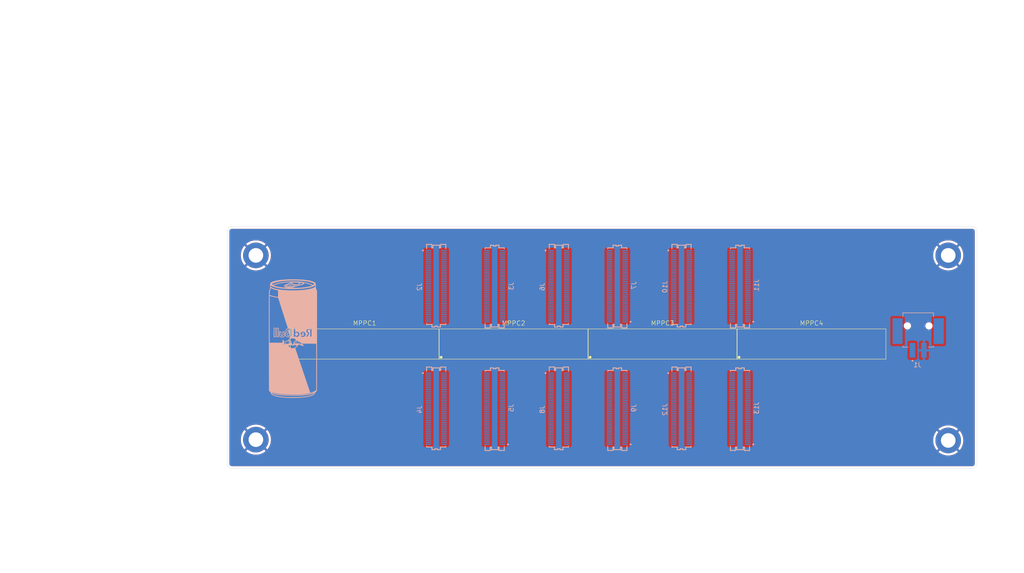
<source format=kicad_pcb>
(kicad_pcb (version 20240108) (generator "pcbnew") (generator_version "8.0")
  (layers (0 "F.Cu" signal) (1 "In1.Cu" power) (2 "In2.Cu" signal) (3 "In3.Cu" power) (4 "In4.Cu" power) (5 "In5.Cu" signal) (6 "In6.Cu" power) (31 "B.Cu" signal) (34 "B.Paste" user) (35 "F.Paste" user) (36 "B.SilkS" user "B.Silkscreen") (37 "F.SilkS" user "F.Silkscreen") (38 "B.Mask" user) (39 "F.Mask" user) (44 "Edge.Cuts" user))
  (net 0 "")
  (net 649 "GND")
  (net 650 "+HV")
  (footprint "SiPM:S13552" (layer "F.Cu") (at 97 92.23)
    (property "Reference" "MPPC1")
    (property "Value" "~" (hide yes))
  )
  (footprint "SiPM:S13552" (layer "F.Cu") (at 194.8 92.23)
    (property "Reference" "MPPC4")
    (property "Value" "~" (hide yes))
  )
  (footprint "MountingHole:MountingHole_3.2mm_M3_DIN965_Pad" (layer "F.Cu") (at 73.202893 72.382893)
    (property "Reference" "H1" (hide yes))
    (property "Value" "MountingHole" (hide yes))
  )
  (footprint "MountingHole:MountingHole_3.2mm_M3_DIN965_Pad" (layer "F.Cu") (at 224.707107 72.382893)
    (property "Reference" "H3" (hide yes))
    (property "Value" "MountingHole" (hide yes))
  )
  (footprint "MountingHole:MountingHole_3.2mm_M3_DIN965_Pad" (layer "F.Cu") (at 73.202893 112.707107)
    (property "Reference" "H2" (hide yes))
    (property "Value" "MountingHole" (hide yes))
  )
  (footprint "SiPM:S13552" (layer "F.Cu") (at 162.2 92.23)
    (property "Reference" "MPPC3")
    (property "Value" "~" (hide yes))
  )
  (footprint "MountingHole:MountingHole_3.2mm_M3_DIN965_Pad" (layer "F.Cu") (at 224.707107 112.882893)
    (property "Reference" "H4" (hide yes))
    (property "Value" "MountingHole" (hide yes))
  )
  (footprint "SiPM:S13552" (layer "F.Cu") (at 129.6 92.23)
    (property "Reference" "MPPC2")
    (property "Value" "~" (hide yes))
  )
  (footprint "FARICH:SAMTEC_ST4-40-1.00-L-D-P-TR" (layer "B.Cu") (at 166.34 79.11 -90)
    (property "Reference" "J10")
    (property "Value" "ST4-40-1.00-L-D-P-TR" (hide yes))
  )
  (footprint "FARICH:SAMTEC_ST4-40-1.00-L-D-P-TR" (layer "B.Cu") (at 166.34 105.95 -90)
    (property "Reference" "J12")
    (property "Value" "ST4-40-1.00-L-D-P-TR" (hide yes))
  )
  (footprint "HV_Connector:PHOENIX_1778764" (layer "B.Cu") (at 214.78 84.9575)
    (property "Reference" "J1")
    (property "Value" "1778764")
  )
  (footprint "FARICH:SAMTEC_ST4-40-1.00-L-D-P-TR" (layer "B.Cu") (at 152.3 105.95 90)
    (property "Reference" "J9")
    (property "Value" "ST4-40-1.00-L-D-P-TR" (hide yes))
  )
  (footprint "FARICH:SAMTEC_ST4-40-1.00-L-D-P-TR" (layer "B.Cu") (at 139.5 105.95 -90)
    (property "Reference" "J8")
    (property "Value" "ST4-40-1.00-L-D-P-TR" (hide yes))
  )
  (footprint "FARICH:SAMTEC_ST4-40-1.00-L-D-P-TR" (layer "B.Cu") (at 139.5 79.11 -90)
    (property "Reference" "J6")
    (property "Value" "ST4-40-1.00-L-D-P-TR" (hide yes))
  )
  (footprint "FARICH:SAMTEC_ST4-40-1.00-L-D-P-TR" (layer "B.Cu") (at 125.46 79.11 90)
    (property "Reference" "J3")
    (property "Value" "ST4-40-1.00-L-D-P-TR" (hide yes))
  )
  (footprint "FARICH:SAMTEC_ST4-40-1.00-L-D-P-TR" (layer "B.Cu") (at 112.66 105.95 -90)
    (property "Reference" "J4")
    (property "Value" "ST4-40-1.00-L-D-P-TR" (hide yes))
  )
  (footprint "FARICH:SAMTEC_ST4-40-1.00-L-D-P-TR" (layer "B.Cu") (at 152.3 79.11 90)
    (property "Reference" "J7")
    (property "Value" "ST4-40-1.00-L-D-P-TR" (hide yes))
  )
  (footprint "FARICH:SAMTEC_ST4-40-1.00-L-D-P-TR" (layer "B.Cu") (at 179.14 79.11 90)
    (property "Reference" "J11")
    (property "Value" "ST4-40-1.00-L-D-P-TR" (hide yes))
  )
  (footprint "FARICH:SAMTEC_ST4-40-1.00-L-D-P-TR" (layer "B.Cu") (at 125.46 105.95 90)
    (property "Reference" "J5")
    (property "Value" "ST4-40-1.00-L-D-P-TR" (hide yes))
  )
  (footprint "FARICH:SAMTEC_ST4-40-1.00-L-D-P-TR" (layer "B.Cu") (at 179.14 105.95 90)
    (property "Reference" "J13")
    (property "Value" "ST4-40-1.00-L-D-P-TR" (hide yes))
  )
  (footprint "FARICH:SAMTEC_ST4-40-1.00-L-D-P-TR" (layer "B.Cu") (at 112.66 79.11 -90)
    (property "Reference" "J2")
    (property "Value" "ST4-40-1.00-L-D-P-TR" (hide yes))
  )
  (gr_poly (pts (xy 78.022978 88.224335) (xy 78.045159 88.224588) (xy 78.064802 88.224991) (xy 78.082121 88.225571) (xy 78.097328 88.226355) (xy 78.110636 88.227373) (xy 78.116645 88.227977) (xy 78.122258 88.22865) (xy 78.127503 88.229396) (xy 78.132406 88.230217) (xy 78.136994 88.231116) (xy 78.141293 88.232099) (xy 78.14533 88.233167) (xy 78.149131 88.234325) (xy 78.152723 88.235575) (xy 78.156133 88.236922) (xy 78.159388 88.238369) (xy 78.162513 88.239919) (xy 78.165535 88.241576) (xy 78.168481 88.243344) (xy 78.171378 88.245225) (xy 78.174252 88.247223) (xy 78.180038 88.251585) (xy 78.214895 88.279003) (xy 78.214895 90.273012) (xy 78.171901 90.27883) (xy 78.171901 90.278829) (xy 78.159662 90.279961) (xy 78.141281 90.280953) (xy 78.089693 90.282446) (xy 78.024339 90.283166) (xy 77.95242 90.282974) (xy 77.922644 90.28267) (xy 77.896351 90.282326) (xy 77.873283 90.281901) (xy 77.853186 90.281354) (xy 77.844172 90.281022) (xy 77.835804 90.280643) (xy 77.828051 90.280213) (xy 77.820881 90.279726) (xy 77.814262 90.279178) (xy 77.808162 90.278562) (xy 77.802549 90.277874) (xy 77.797391 90.277109) (xy 77.792655 90.276261) (xy 77.788312 90.275325) (xy 77.784327 90.274295) (xy 77.780669 90.273168) (xy 77.777307 90.271937) (xy 77.774208 90.270597) (xy 77.771341 90.269143) (xy 77.768673 90.26757) (xy 77.766172 90.265873) (xy 77.763808 90.264046) (xy 77.761546 90.262084) (xy 77.759356 90.259982) (xy 77.757206 90.257735) (xy 77.755064 90.255338) (xy 77.750675 90.25007) (xy 77.7426 90.236753) (xy 77.736457 90.212404) (xy 77.731984 90.166564) (xy 77.731031 90.142397) (xy 77.857708 90.142397) (xy 78.082604 90.142397) (xy 78.082604 88.356459) (xy 77.857708 88.356459) (xy 77.857708 90.142397) (xy 77.731031 90.142397) (xy 77.728916 90.088774) (xy 77.725939 89.795505) (xy 77.725416 89.248921) (xy 77.725416 88.279003) (xy 77.760272 88.251585) (xy 77.766058 88.247223) (xy 77.771829 88.243344) (xy 77.777798 88.239919) (xy 77.784178 88.236922) (xy 77.79118 88.234325) (xy 77.799019 88.232099) (xy 77.807905 88.230217) (xy 77.818054 88.22865) (xy 77.829675 88.227373) (xy 77.842983 88.226355) (xy 77.87551 88.224991) (xy 77.917333 88.224335) (xy 77.970156 88.224166)) (stroke (width -0.000001)) (fill solid) (layer "B.SilkS"))
  (gr_poly (pts (xy 83.530938 89.245678) (xy 83.54107 89.246199) (xy 83.55114 89.247192) (xy 83.561146 89.248657) (xy 83.571088 89.250594) (xy 83.580964 89.253002) (xy 83.590774 89.255881) (xy 83.600516 89.259232) (xy 83.610189 89.263053) (xy 83.619793 89.267344) (xy 83.629327 89.272106) (xy 83.638789 89.277339) (xy 83.648178 89.283041) (xy 83.657495 89.289213) (xy 83.666737 89.295854) (xy 83.675903 89.302965) (xy 83.684993 89.310545) (xy 83.70294 89.32711) (xy 83.72057 89.34555) (xy 83.729458 89.356122) (xy 83.737831 89.367498) (xy 83.745653 89.379551) (xy 83.752885 89.392155) (xy 83.759488 89.405183) (xy 83.765424 89.418509) (xy 83.770655 89.432007) (xy 83.775141 89.445549) (xy 83.778846 89.459009) (xy 83.78173 89.47226) (xy 83.783755 89.485177) (xy 83.784883 89.497632) (xy 83.785075 89.5095) (xy 83.784293 89.520652) (xy 83.783525 89.525921) (xy 83.782498 89.530964) (xy 83.781209 89.535765) (xy 83.779653 89.540308) (xy 83.779653 89.540309) (xy 83.777992 89.543321) (xy 83.775304 89.546025) (xy 83.771379 89.548437) (xy 83.766005 89.550571) (xy 83.758972 89.552445) (xy 83.750071 89.554073) (xy 83.725818 89.556655) (xy 83.691564 89.558445) (xy 83.645624 89.559567) (xy 83.511953 89.560314) (xy 83.251931 89.560314) (xy 83.257908 89.488242) (xy 83.259885 89.470568) (xy 83.262838 89.453465) (xy 83.266762 89.436936) (xy 83.271655 89.420985) (xy 83.277514 89.405618) (xy 83.280804 89.398154) (xy 83.284335 89.390838) (xy 83.288106 89.383669) (xy 83.292116 89.37665) (xy 83.296366 89.369779) (xy 83.300854 89.363058) (xy 83.305581 89.356487) (xy 83.310545 89.350067) (xy 83.315747 89.343798) (xy 83.321187 89.337681) (xy 83.332775 89.325905) (xy 83.345308 89.314744) (xy 83.358783 89.3042) (xy 83.373195 89.29428) (xy 83.388542 89.284987) (xy 83.404822 89.276325) (xy 83.415629 89.271165) (xy 83.426385 89.266479) (xy 83.43709 89.262267) (xy 83.447742 89.25853) (xy 83.45834 89.255267) (xy 83.468883 89.252477) (xy 83.479371 89.250161) (xy 83.489802 89.248319) (xy 83.500175 89.246949) (xy 83.510489 89.246053) (xy 83.520744 89.245629)) (stroke (width -0.000001)) (fill solid) (layer "B.SilkS"))
  (gr_poly (pts (xy 80.483624 88.641019) (xy 80.533307 88.643217) (xy 80.662292 88.651478) (xy 80.662292 89.970416) (xy 80.443254 89.970416) (xy 80.394703 89.970268) (xy 80.350987 89.969767) (xy 80.311738 89.968829) (xy 80.276589 89.967371) (xy 80.245171 89.965309) (xy 80.217116 89.962559) (xy 80.204234 89.9609) (xy 80.192055 89.959038) (xy 80.180533 89.956962) (xy 80.169621 89.954662) (xy 80.159274 89.952126) (xy 80.149445 89.949346) (xy 80.140089 89.94631) (xy 80.13116 89.943008) (xy 80.122611 89.939429) (xy 80.114396 89.935563) (xy 80.10647 89.931399) (xy 80.098786 89.926928) (xy 80.091299 89.922138) (xy 80.083962 89.917019) (xy 80.076729 89.91156) (xy 80.069555 89.905752) (xy 80.055198 89.893044) (xy 80.040521 89.87881) (xy 80.029506 89.867238) (xy 80.019178 89.855351) (xy 80.009539 89.843171) (xy 80.000587 89.830719) (xy 79.992325 89.818015) (xy 79.984751 89.805081) (xy 79.977868 89.791936) (xy 79.971675 89.778603) (xy 79.966172 89.765101) (xy 79.96136 89.751452) (xy 79.95724 89.737677) (xy 79.953812 89.723797) (xy 79.951076 89.709831) (xy 79.949033 89.695802) (xy 79.947684 89.68173) (xy 79.947106 89.669317) (xy 80.083033 89.669317) (xy 80.083571 89.68072) (xy 80.084827 89.692042) (xy 80.086797 89.703239) (xy 80.089477 89.714262) (xy 80.092863 89.725067) (xy 80.096953 89.735607) (xy 80.101741 89.745836) (xy 80.107225 89.755707) (xy 80.113401 89.765175) (xy 80.120265 89.774193) (xy 80.127814 89.782715) (xy 80.136044 89.790695) (xy 80.144951 89.798086) (xy 80.154532 89.804843) (xy 80.164783 89.810918) (xy 80.1757 89.816267) (xy 80.18728 89.820842) (xy 80.18728 89.820838) (xy 80.192643 89.82245) (xy 80.19937 89.824025) (xy 80.216521 89.827028) (xy 80.237937 89.829778) (xy 80.262825 89.832209) (xy 80.290387 89.834251) (xy 80.319829 89.835839) (xy 80.350356 89.836902) (xy 80.381172 89.837375) (xy 80.53 89.838121) (xy 80.53 89.494162) (xy 80.367943 89.494216) (xy 80.321186 89.494441) (xy 80.301138 89.494743) (xy 80.283092 89.495197) (xy 80.266886 89.495826) (xy 80.252357 89.496648) (xy 80.239343 89.497685) (xy 80.227681 89.498958) (xy 80.217209 89.500487) (xy 80.207763 89.502293) (xy 80.19918 89.504396) (xy 80.191299 89.506816) (xy 80.183957 89.509575) (xy 80.17699 89.512693) (xy 80.170236 89.516191) (xy 80.163532 89.520089) (xy 80.152871 89.527148) (xy 80.142982 89.53482) (xy 80.133861 89.543058) (xy 80.125506 89.551818) (xy 80.117911 89.561051) (xy 80.111074 89.570714) (xy 80.104992 89.580758) (xy 80.099659 89.591137) (xy 80.095073 89.601807) (xy 80.09123 89.61272) (xy 80.088127 89.62383) (xy 80.085759 89.635091) (xy 80.084123 89.646456) (xy 80.083216 89.657881) (xy 80.083033 89.669317) (xy 79.947106 89.669317) (xy 79.947028 89.667637) (xy 79.947067 89.653542) (xy 79.9478 89.639466) (xy 79.949229 89.625432) (xy 79.951353 89.611459) (xy 79.954173 89.597568) (xy 79.95769 89.58378) (xy 79.961904 89.570117) (xy 79.966815 89.556598) (xy 79.972425 89.543245) (xy 79.978732 89.530079) (xy 79.985739 89.517121) (xy 79.993445 89.504391) (xy 80.00185 89.49191) (xy 80.010956 89.479699) (xy 80.020762 89.46778) (xy 80.03127 89.456172) (xy 80.043903 89.443387) (xy 80.056544 89.431705) (xy 80.069304 89.421087) (xy 80.082291 89.411494) (xy 80.095615 89.402888) (xy 80.109385 89.395228) (xy 80.123712 89.388477) (xy 80.138705 89.382595) (xy 80.154473 89.377544) (xy 80.171126 89.373284) (xy 80.188774 89.369777) (xy 80.207525 89.366983) (xy 80.22749 89.364864) (xy 80.248778 89.363381) (xy 80.271499 89.362494) (xy 80.295762 89.362166) (xy 80.412097 89.361875) (xy 80.40821 89.265964) (xy 80.404323 89.170052) (xy 80.331236 89.162191) (xy 80.315193 89.160338) (xy 80.300516 89.158335) (xy 80.287058 89.156109) (xy 80.274671 89.153582) (xy 80.263209 89.150681) (xy 80.252523 89.14733) (xy 80.247425 89.145462) (xy 80.242467 89.143453) (xy 80.237629 89.141293) (xy 80.232894 89.138974) (xy 80.228242 89.136486) (xy 80.223656 89.13382) (xy 80.219116 89.130965) (xy 80.214606 89.127913) (xy 80.205597 89.121179) (xy 80.196482 89.113543) (xy 80.187114 89.104929) (xy 80.177345 89.095261) (xy 80.167028 89.084465) (xy 80.156016 89.072464) (xy 80.148042 89.063193) (xy 80.140353 89.053372) (xy 80.13298 89.043074) (xy 80.125956 89.032371) (xy 80.119312 89.021337) (xy 80.113079 89.010043) (xy 80.107289 88.998564) (xy 80.101974 88.98697) (xy 80.097166 88.975336) (xy 80.092896 88.963733) (xy 80.089196 88.952235) (xy 80.086098 88.940914) (xy 80.083633 88.929842) (xy 80.081833 88.919094) (xy 80.08073 88.90874) (xy 80.080356 88.898855) (xy 80.080364 88.898556) (xy 80.218814 88.898556) (xy 80.218968 88.903394) (xy 80.219507 88.908295) (xy 80.220428 88.913336) (xy 80.221733 88.918598) (xy 80.22342 88.924158) (xy 80.225489 88.930097) (xy 80.227938 88.936494) (xy 80.230768 88.943427) (xy 80.232825 88.94808) (xy 80.235138 88.952822) (xy 80.237682 88.957618) (xy 80.24043 88.962437) (xy 80.243358 88.967242) (xy 80.246441 88.972001) (xy 80.249653 88.97668) (xy 80.252969 88.981244) (xy 80.256363 88.98566) (xy 80.259811 88.989894) (xy 80.263286 88.993912) (xy 80.266763 88.99768) (xy 80.270218 89.001164) (xy 80.273624 89.00433) (xy 80.276957 89.007144) (xy 80.280191 89.009573) (xy 80.280195 89.009573) (xy 80.283099 89.011458) (xy 80.286323 89.013281) (xy 80.293622 89.016725) (xy 80.301876 89.019879) (xy 80.310868 89.022718) (xy 80.320382 89.025218) (xy 80.330202 89.027354) (xy 80.340112 89.029099) (xy 80.349896 89.030431) (xy 80.359339 89.031322) (xy 80.368223 89.03175) (xy 80.376333 89.031688) (xy 80.383454 89.031111) (xy 80.386575 89.030622) (xy 80.389368 89.029995) (xy 80.391805 89.029227) (xy 80.393859 89.028315) (xy 80.395504 89.027255) (xy 80.396713 89.026045) (xy 80.397458 89.024681) (xy 80.397712 89.023161) (xy 80.394725 89.009825) (xy 80.386804 88.98155) (xy 80.362393 88.900379) (xy 80.33695 88.820046) (xy 80.327738 88.792819) (xy 80.324692 88.784649) (xy 80.322945 88.78095) (xy 80.321549 88.779609) (xy 80.319889 88.778633) (xy 80.317982 88.778006) (xy 80.315844 88.777717) (xy 80.313494 88.777752) (xy 80.310947 88.778098) (xy 80.308221 88.778741) (xy 80.305333 88.779668) (xy 80.302299 88.780866) (xy 80.299137 88.782322) (xy 80.292497 88.785952) (xy 80.285546 88.790453) (xy 80.278423 88.795718) (xy 80.271261 88.801641) (xy 80.264198 88.808116) (xy 80.257368 88.815035) (xy 80.250908 88.822292) (xy 80.244954 88.829782) (xy 80.239641 88.837398) (xy 80.237267 88.84122) (xy 80.235105 88.845034) (xy 80.233171 88.848825) (xy 80.231482 88.852582) (xy 80.228541 88.859773) (xy 80.22599 88.866394) (xy 80.223826 88.872523) (xy 80.22205 88.878238) (xy 80.220662 88.88362) (xy 80.21966 88.888748) (xy 80.219044 88.8937) (xy 80.218814 88.898556) (xy 80.080364 88.898556) (xy 80.080556 88.891664) (xy 80.081147 88.88426) (xy 80.082117 88.876664) (xy 80.083453 88.868899) (xy 80.087166 88.85295) (xy 80.092183 88.836589) (xy 80.098397 88.819991) (xy 80.105703 88.803334) (xy 80.113996 88.786793) (xy 80.123172 88.770545) (xy 80.133123 88.754766) (xy 80.143746 88.739632) (xy 80.154935 88.72532) (xy 80.166584 88.712006) (xy 80.178589 88.699866) (xy 80.184692 88.694292) (xy 80.190844 88.689077) (xy 80.197032 88.684244) (xy 80.203244 88.679815) (xy 80.209465 88.675811) (xy 80.215683 88.672255) (xy 80.225427 88.667753) (xy 80.237202 88.663548) (xy 80.250862 88.659651) (xy 80.26626 88.656077) (xy 80.28325 88.652838) (xy 80.301686 88.649949) (xy 80.342307 88.645273) (xy 80.386951 88.642154) (xy 80.434448 88.6407)) (stroke (width -0.000001)) (fill solid) (layer "B.SilkS"))
  (gr_poly (pts (xy 81.796143 77.625285) (xy 82.261046 77.635246) (xy 82.704541 77.651713) (xy 83.125946 77.674576) (xy 83.524575 77.703726) (xy 83.899743 77.739053) (xy 84.250765 77.780446) (xy 84.576957 77.827796) (xy 84.877633 77.880994) (xy 85.152109 77.939929) (xy 85.399699 78.004491) (xy 85.61972 78.074571) (xy 85.811485 78.150059) (xy 85.974311 78.230844) (xy 86.044658 78.273189) (xy 86.107512 78.316818) (xy 86.16279 78.361716) (xy 86.210404 78.40787) (xy 86.246796 78.448027) (xy 86.26162 78.466107) (xy 86.274375 78.483639) (xy 86.285196 78.501213) (xy 86.294218 78.519418) (xy 86.301575 78.538844) (xy 86.307403 78.560078) (xy 86.311835 78.583712) (xy 86.315007 78.610333) (xy 86.317054 78.640532) (xy 86.31811 78.674896) (xy 86.318309 78.714016) (xy 86.317788 78.758481) (xy 86.315119 78.8658) (xy 86.31328 78.936556) (xy 86.312191 78.996077) (xy 86.311933 79.021831) (xy 86.311868 79.045025) (xy 86.312 79.06574) (xy 86.312329 79.084061) (xy 86.312859 79.100069) (xy 86.31359 79.113847) (xy 86.314525 79.125478) (xy 86.315667 79.135044) (xy 86.317017 79.142628) (xy 86.31777 79.145703) (xy 86.318577 79.148313) (xy 86.319436 79.150469) (xy 86.320349 79.152181) (xy 86.321316 79.15346) (xy 86.322336 79.154315) (xy 86.324293 79.155759) (xy 86.326108 79.157573) (xy 86.327782 79.15974) (xy 86.329314 79.162245) (xy 86.331957 79.168205) (xy 86.334043 79.175324) (xy 86.335576 79.183473) (xy 86.33656 79.192526) (xy 86.336999 79.202353) (xy 86.336898 79.212826) (xy 86.336262 79.223818) (xy 86.335095 79.2352) (xy 86.3334 79.246845) (xy 86.331184 79.258624) (xy 86.328449 79.270408) (xy 86.3252 79.282071) (xy 86.321443 79.293483) (xy 86.31718 79.304517) (xy 86.311733 79.319198) (xy 86.307536 79.334372) (xy 86.304635 79.350241) (xy 86.30307 79.367009) (xy 86.302887 79.384877) (xy 86.304129 79.404047) (xy 86.306838 79.424721) (xy 86.311058 79.447102) (xy 86.316832 79.471392) (xy 86.324204 79.497792) (xy 86.333217 79.526506) (xy 86.343914 79.557734) (xy 86.370533 79.628546) (xy 86.404408 79.711844) (xy 86.443066 79.807092) (xy 86.482017 79.907649) (xy 86.516723 80.001541) (xy 86.531067 80.042245) (xy 86.54265 80.076793) (xy 86.557937 80.125341) (xy 86.564269 80.146762) (xy 86.569784 80.166686) (xy 86.574522 80.185413) (xy 86.578526 80.203249) (xy 86.581839 80.220494) (xy 86.584501 80.237452) (xy 86.586556 80.254426) (xy 86.588046 80.271719) (xy 86.589012 80.289632) (xy 86.589497 80.30847) (xy 86.589542 80.328534) (xy 86.589191 80.350128) (xy 86.587464 80.399116) (xy 86.586974 91.149007) (xy 86.58737 96.950147) (xy 86.585167 100.177851) (xy 86.582669 101.061398) (xy 86.579013 101.583268) (xy 86.574031 101.837353) (xy 86.570989 101.893318) (xy 86.567552 101.917548) (xy 86.557936 101.947431) (xy 86.547014 101.976648) (xy 86.534769 102.005219) (xy 86.521186 102.033163) (xy 86.506249 102.060501) (xy 86.489942 102.087252) (xy 86.47225 102.113438) (xy 86.453157 102.139078) (xy 86.432647 102.164191) (xy 86.410705 102.188799) (xy 86.387315 102.212922) (xy 86.362461 102.236578) (xy 86.336128 102.25979) (xy 86.308299 102.282576) (xy 86.278959 102.304956) (xy 86.248093 102.326952) (xy 86.18195 102.372554) (xy 86.17577 102.458646) (xy 86.17392 102.479075) (xy 86.171334 102.498679) (xy 86.167958 102.517563) (xy 86.163737 102.535829) (xy 86.158618 102.553582) (xy 86.152547 102.570926) (xy 86.14547 102.587964) (xy 86.137334 102.6048) (xy 86.128085 102.621539) (xy 86.117668 102.638283) (xy 86.106031 102.655137) (xy 86.09312 102.672205) (xy 86.07888 102.68959) (xy 86.063258 102.707397) (xy 86.0462 102.725729) (xy 86.027652 102.74469) (xy 85.987192 102.78288) (xy 85.942903 102.820391) (xy 85.894883 102.857177) (xy 85.843231 102.893191) (xy 85.788044 102.928386) (xy 85.729423 102.962714) (xy 85.667464 102.996128) (xy 85.602266 103.028582) (xy 85.533929 103.060028) (xy 85.462549 103.09042) (xy 85.388226 103.119709) (xy 85.311058 103.14785) (xy 85.231144 103.174794) (xy 85.148581 103.200495) (xy 85.063468 103.224906) (xy 84.975905 103.24798) (xy 84.687266 103.313766) (xy 84.371906 103.372256) (xy 84.029952 103.423436) (xy 83.661529 103.467293) (xy 83.266764 103.503813) (xy 82.845783 103.532984) (xy 82.398712 103.554791) (xy 81.925676 103.569223) (xy 81.403124 103.580692) (xy 81.150742 103.578299) (xy 80.729568 103.56874) (xy 80.289854 103.55592) (xy 79.981849 103.543744) (xy 79.610709 103.52087) (xy 79.266362 103.494399) (xy 78.946676 103.464057) (xy 78.649516 103.429572) (xy 78.372749 103.390671) (xy 78.114241 103.347081) (xy 77.871858 103.298529) (xy 77.643468 103.244742) (xy 77.557406 103.221902) (xy 77.473887 103.19782) (xy 77.392985 103.172533) (xy 77.314775 103.146075) (xy 77.23933 103.118483) (xy 77.166724 103.089791) (xy 77.097032 103.060036) (xy 77.030326 103.029252) (xy 76.966682 102.997476) (xy 76.906173 102.964742) (xy 76.848873 102.931087) (xy 76.794856 102.896546) (xy 76.744197 102.861154) (xy 76.696968 102.824947) (xy 76.653245 102.78796) (xy 76.613101 102.750229) (xy 76.591722 102.728578) (xy 76.572163 102.707891) (xy 76.554365 102.688055) (xy 76.538265 102.668954) (xy 76.523804 102.650477) (xy 76.510919 102.632508) (xy 76.499551 102.614934) (xy 76.489638 102.597642) (xy 76.48112 102.580517) (xy 76.473935 102.563446) (xy 76.468022 102.546315) (xy 76.463322 102.529011) (xy 76.459772 102.511419) (xy 76.457958 102.498157) (xy 76.627396 102.498157) (xy 76.6277 102.500696) (xy 76.628594 102.503755) (xy 76.63205 102.511317) (xy 76.637553 102.520608) (xy 76.644897 102.531394) (xy 76.65387 102.543441) (xy 76.664265 102.556514) (xy 76.675872 102.57038) (xy 76.688483 102.584803) (xy 76.701888 102.59955) (xy 76.715879 102.614386) (xy 76.730246 102.629077) (xy 76.74478 102.643388) (xy 76.759273 102.657086) (xy 76.773516 102.669936) (xy 76.7873 102.681703) (xy 76.800415 102.692154) (xy 76.836917 102.718897) (xy 76.876368 102.745637) (xy 76.918534 102.772267) (xy 76.963181 102.798679) (xy 77.010073 102.824767) (xy 77.058976 102.850425) (xy 77.109656 102.875545) (xy 77.161879 102.90002) (xy 77.270013 102.946609) (xy 77.381503 102.989338) (xy 77.437921 103.008987) (xy 77.494474 103.027351) (xy 77.550928 103.044322) (xy 77.607048 103.059793) (xy 77.828873 103.114085) (xy 78.062023 103.163128) (xy 78.30894 103.207259) (xy 78.572065 103.246813) (xy 78.853839 103.282125) (xy 79.156704 103.313531) (xy 79.4831 103.341367) (xy 79.835468 103.365967) (xy 79.835468 103.365961) (xy 80.041811 103.375773) (xy 80.316525 103.382895) (xy 80.679786 103.387703) (xy 81.15177 103.390573) (xy 81.87892 103.391986) (xy 82.124316 103.391451) (xy 82.243177 103.390109) (xy 82.678298 103.370394) (xy 83.057355 103.347931) (xy 83.229852 103.335398) (xy 83.393125 103.321853) (xy 83.54877 103.307186) (xy 83.698385 103.29129) (xy 83.901368 103.26721) (xy 84.093351 103.241819) (xy 84.274698 103.215015) (xy 84.445772 103.186696) (xy 84.606938 103.15676) (xy 84.758559 103.125104) (xy 84.901001 103.091625) (xy 85.034626 103.056221) (xy 85.159798 103.01879) (xy 85.276882 102.979229) (xy 85.386242 102.937437) (xy 85.488242 102.893309) (xy 85.583245 102.846744) (xy 85.671616 102.79764) (xy 85.753719 102.745894) (xy 85.829917 102.691403) (xy 85.846151 102.678624) (xy 85.862318 102.665115) (xy 85.878256 102.651065) (xy 85.893805 102.636662) (xy 85.9088 102.622093) (xy 85.923082 102.607546) (xy 85.936487 102.593209) (xy 85.948854 102.57927) (xy 85.960022 102.565917) (xy 85.969827 102.553336) (xy 85.978109 102.541717) (xy 85.984705 102.531246) (xy 85.98732 102.5265) (xy 85.989453 102.522112) (xy 85.991084 102.518104) (xy 85.992192 102.514501) (xy 85.992757 102.511327) (xy 85.99276 102.508603) (xy 85.992179 102.506355) (xy 85.990994 102.504605) (xy 85.990478 102.504293) (xy 85.989699 102.50412) (xy 85.98738 102.504177) (xy 85.984095 102.504753) (xy 85.9799 102.505827) (xy 85.969013 102.509374) (xy 85.955176 102.514634) (xy 85.938845 102.521425) (xy 85.920479 102.529565) (xy 85.900535 102.53887) (xy 85.879471 102.549158) (xy 85.766366 102.602035) (xy 85.644777 102.651894) (xy 85.514324 102.698798) (xy 85.374625 102.742813) (xy 85.2253 102.784005) (xy 85.065968 102.822439) (xy 84.71576 102.89129) (xy 84.320954 102.94989) (xy 83.878505 102.998759) (xy 83.385365 103.038418) (xy 82.838489 103.069388) (xy 82.495184 103.080646) (xy 82.081772 103.086431) (xy 81.120209 103.082594) (xy 80.104974 103.059905) (xy 79.624471 103.042124) (xy 79.187239 103.020392) (xy 78.77253 102.992065) (xy 78.580528 102.975402) (xy 78.398138 102.956953) (xy 78.224896 102.936631) (xy 78.060333 102.914346) (xy 77.903983 102.890009) (xy 77.75538 102.863532) (xy 77.614057 102.834826) (xy 77.479548 102.803802) (xy 77.351386 102.770371) (xy 77.229105 102.734445) (xy 77.112237 102.695934) (xy 77.000317 102.65475) (xy 76.892878 102.610804) (xy 76.789453 102.564008) (xy 76.756899 102.548771) (xy 76.726529 102.534995) (xy 76.699008 102.522951) (xy 76.675 102.512909) (xy 76.664521 102.508723) (xy 76.65517 102.505138) (xy 76.64703 102.502189) (xy 76.640183 102.499909) (xy 76.634713 102.498332) (xy 76.630703 102.497492) (xy 76.629272 102.497359) (xy 76.628236 102.497422) (xy 76.627608 102.497687) (xy 76.627396 102.498157) (xy 76.457958 102.498157) (xy 76.457311 102.493425) (xy 76.45588 102.474917) (xy 76.455416 102.45578) (xy 76.455416 102.38179) (xy 76.371326 102.315706) (xy 76.336542 102.287708) (xy 76.312631 102.267435) (xy 76.60304 102.267435) (xy 76.603653 102.268646) (xy 76.607906 102.272513) (xy 76.616039 102.278211) (xy 76.627862 102.285624) (xy 76.661815 102.305137) (xy 76.708245 102.330132) (xy 76.765629 102.359688) (xy 76.832448 102.392883) (xy 76.91439 102.431377) (xy 76.998626 102.467846) (xy 77.085429 102.502355) (xy 77.175074 102.534967) (xy 77.267833 102.565747) (xy 77.363982 102.59476) (xy 77.56754 102.64774) (xy 77.787939 102.694423) (xy 78.027369 102.735323) (xy 78.28802 102.770955) (xy 78.572083 102.801834) (xy 79.010979 102.838612) (xy 79.237564 102.852764) (xy 79.480003 102.864563) (xy 80.045731 102.882513) (xy 80.774739 102.895285) (xy 80.774738 102.895285) (xy 81.35143 102.902286) (xy 81.753832 102.905408) (xy 81.896576 102.905541) (xy 82.004031 102.904736) (xy 82.078956 102.903004) (xy 82.124113 102.900354) (xy 82.293984 102.893385) (xy 82.646665 102.882175) (xy 83.002748 102.869828) (xy 83.334099 102.854514) (xy 83.640341 102.836266) (xy 83.921097 102.815116) (xy 84.175989 102.791096) (xy 84.404639 102.764237) (xy 84.60667 102.734571) (xy 84.781704 102.70213) (xy 84.959518 102.663108) (xy 85.12309 102.623423) (xy 85.273892 102.5826) (xy 85.413394 102.540165) (xy 85.479367 102.518194) (xy 85.543066 102.495642) (xy 85.604676 102.472449) (xy 85.664379 102.448556) (xy 85.722361 102.423904) (xy 85.778804 102.398433) (xy 85.833893 102.372084) (xy 85.887812 102.344797) (xy 85.914558 102.330691) (xy 85.940465 102.316666) (xy 85.965215 102.302932) (xy 85.988489 102.2897) (xy 86.009968 102.27718) (xy 86.029332 102.265582) (xy 86.046263 102.255118) (xy 86.060441 102.245998) (xy 86.071548 102.238432) (xy 86.079265 102.232631) (xy 86.081752 102.230458) (xy 86.083271 102.228805) (xy 86.083784 102.227699) (xy 86.08365 102.227359) (xy 86.08325 102.227166) (xy 86.081629 102.227231) (xy 86.078881 102.227922) (xy 86.069845 102.231286) (xy 86.055824 102.237467) (xy 86.036499 102.246677) (xy 85.954713 102.284373) (xy 85.864399 102.321792) (xy 85.660742 102.395176) (xy 85.430634 102.465578) (xy 85.179187 102.531751) (xy 84.91151 102.592445) (xy 84.632711 102.646413) (xy 84.3479 102.692404) (xy 84.062187 102.729172) (xy 83.806853 102.755286) (xy 83.543171 102.77742) (xy 83.267614 102.795725) (xy 82.976659 102.810352) (xy 82.666778 102.821453) (xy 82.334447 102.829178) (xy 81.588333 102.835105) (xy 80.824146 102.829202) (xy 80.108422 102.811776) (xy 79.443082 102.78289) (xy 79.129908 102.76417) (xy 78.830052 102.742609) (xy 78.541632 102.715702) (xy 78.254301 102.680663) (xy 77.97294 102.638441) (xy 77.702429 102.589986) (xy 77.447649 102.536248) (xy 77.213481 102.478176) (xy 77.105651 102.447811) (xy 77.004805 102.416719) (xy 76.911552 102.385018) (xy 76.826502 102.352828) (xy 76.647239 102.280802) (xy 76.616073 102.269181) (xy 76.607546 102.266865) (xy 76.603469 102.266725) (xy 76.60304 102.267435) (xy 76.312631 102.267435) (xy 76.304074 102.26018) (xy 76.27386 102.233035) (xy 76.245838 102.206189) (xy 76.219949 102.179554) (xy 76.196131 102.153045) (xy 76.174323 102.126577) (xy 76.154464 102.100064) (xy 76.136493 102.073419) (xy 76.120348 102.046557) (xy 76.105969 102.019392) (xy 76.093294 101.991838) (xy 76.082262 101.96381) (xy 76.072813 101.935221) (xy 76.064886 101.905986) (xy 76.058418 101.876019) (xy 76.046578 92.140704) (xy 80.331514 92.140704) (xy 80.427449 92.280899) (xy 80.447801 92.310182) (xy 80.468875 92.339666) (xy 80.49006 92.368553) (xy 80.510748 92.396041) (xy 80.530326 92.42133) (xy 80.548185 92.443621) (xy 80.563713 92.462112) (xy 80.570413 92.469683) (xy 80.576301 92.476004) (xy 80.590474 92.489591) (xy 80.606989 92.503442) (xy 80.625635 92.517455) (xy 80.646202 92.531527) (xy 80.668482 92.545555) (xy 80.692264 92.559435) (xy 80.717338 92.573066) (xy 80.743496 92.586344) (xy 80.770526 92.599166) (xy 80.798219 92.61143) (xy 80.826366 92.623032) (xy 80.854757 92.633869) (xy 80.883181 92.643839) (xy 80.91143 92.652838) (xy 80.939294 92.660764) (xy 80.966562 92.667514) (xy 80.966562 92.667517) (xy 80.966562 92.667519) (xy 80.966562 92.667521) (xy 80.966562 92.667522) (xy 80.966562 92.667523) (xy 80.990906 92.672793) (xy 81.017009 92.677952) (xy 81.044057 92.682869) (xy 81.071238 92.687413) (xy 81.097736 92.691455) (xy 81.122739 92.694865) (xy 81.145431 92.697511) (xy 81.165 92.699265) (xy 81.22051 92.701383) (xy 81.276824 92.699964) (xy 81.333678 92.695111) (xy 81.342244 92.693884) (xy 81.831265 92.693884) (xy 81.831281 92.696181) (xy 81.831437 92.698537) (xy 81.831722 92.700963) (xy 81.832129 92.703468) (xy 81.833269 92.708763) (xy 81.908454 92.938147) (xy 82.077895 93.443073) (xy 82.677854 95.222395) (xy 84.057632 99.316823) (xy 84.419188 100.388385) (xy 84.788985 101.486406) (xy 84.969391 102.022022) (xy 85.066237 102.306615) (xy 85.066236 102.306613) (xy 85.071332 102.320849) (xy 85.076164 102.333907) (xy 85.080755 102.345826) (xy 85.085127 102.356645) (xy 85.089302 102.366401) (xy 85.093302 102.375134) (xy 85.095244 102.379128) (xy 85.09715 102.382881) (xy 85.099023 102.386397) (xy 85.100867 102.389682) (xy 85.102684 102.392739) (xy 85.104477 102.395574) (xy 85.106248 102.398192) (xy 85.108001 102.400597) (xy 85.109737 102.402794) (xy 85.111461 102.404788) (xy 85.113174 102.406584) (xy 85.114879 102.408187) (xy 85.11658 102.409601) (xy 85.118279 102.410831) (xy 85.119978 102.411882) (xy 85.121681 102.412759) (xy 85.12339 102.413466) (xy 85.125108 102.414009) (xy 85.126839 102.414393) (xy 85.128583 102.414621) (xy 85.142942 102.413825) (xy 85.165702 102.409922) (xy 85.23266 102.393968) (xy 85.321921 102.369107) (xy 85.425948 102.337685) (xy 85.537205 102.302051) (xy 85.648156 102.264552) (xy 85.751263 102.227535) (xy 85.838991 102.193347) (xy 85.888825 102.172136) (xy 85.936967 102.150342) (xy 85.98333 102.128028) (xy 86.027825 102.105253) (xy 86.070364 102.082077) (xy 86.11086 102.058562) (xy 86.149224 102.034769) (xy 86.185368 102.010757) (xy 86.219205 101.986587) (xy 86.250646 101.96232) (xy 86.279603 101.938017) (xy 86.305988 101.913738) (xy 86.329714 101.889544) (xy 86.350692 101.865495) (xy 86.368834 101.841652) (xy 86.376814 101.829827) (xy 86.384052 101.818076) (xy 86.417012 101.761833) (xy 86.413687 96.735942) (xy 86.410363 91.710051) (xy 84.859244 91.706688) (xy 83.308124 91.703327) (xy 83.308124 91.662856) (xy 83.30808 91.656216) (xy 83.307916 91.650354) (xy 83.307584 91.645228) (xy 83.307036 91.640795) (xy 83.306665 91.638826) (xy 83.306222 91.637014) (xy 83.3057 91.635355) (xy 83.305094 91.633844) (xy 83.304398 91.632475) (xy 83.303604 91.631242) (xy 83.302708 91.630142) (xy 83.301703 91.629167) (xy 83.300584 91.628315) (xy 83.299344 91.627578) (xy 83.297976 91.626952) (xy 83.296476 91.626432) (xy 83.294836 91.626012) (xy 83.293052 91.625687) (xy 83.291116 91.625453) (xy 83.289023 91.625303) (xy 83.284341 91.625237) (xy 83.278957 91.625447) (xy 83.272824 91.625892) (xy 83.265891 91.626531) (xy 83.259539 91.62724) (xy 83.253779 91.628087) (xy 83.248569 91.629109) (xy 83.243868 91.630342) (xy 83.241696 91.63105) (xy 83.239636 91.631825) (xy 83.237682 91.632671) (xy 83.23583 91.633594) (xy 83.234074 91.634598) (xy 83.232409 91.635688) (xy 83.230831 91.636868) (xy 83.229333 91.638143) (xy 83.227911 91.639517) (xy 83.22656 91.640996) (xy 83.225275 91.642585) (xy 83.224049 91.644287) (xy 83.222879 91.646107) (xy 83.221759 91.64805) (xy 83.220684 91.650122) (xy 83.219649 91.652325) (xy 83.217676 91.657149) (xy 83.215801 91.662558) (xy 83.213982 91.668591) (xy 83.212178 91.675284) (xy 83.209579 91.686126) (xy 83.207606 91.69607) (xy 83.206859 91.700714) (xy 83.206274 91.705144) (xy 83.205853 91.709363) (xy 83.205597 91.713375) (xy 83.205508 91.717183) (xy 83.205588 91.720791) (xy 83.205839 91.724201) (xy 83.206262 91.727418) (xy 83.206859 91.730445) (xy 83.207632 91.733284) (xy 83.208583 91.735941) (xy 83.209713 91.738417) (xy 83.211024 91.740717) (xy 83.212519 91.742844) (xy 83.214197 91.744801) (xy 83.216063 91.746592) (xy 83.218116 91.74822) (xy 83.220359 91.749688) (xy 83.222794 91.751) (xy 83.225422 91.75216) (xy 83.228245 91.753171) (xy 83.231265 91.754035) (xy 83.234483 91.754757) (xy 83.237902 91.755341) (xy 83.241523 91.755788) (xy 83.245348 91.756104) (xy 83.249378 91.756291) (xy 83.253616 91.756352) (xy 83.257156 91.756495) (xy 83.260802 91.756915) (xy 83.264543 91.757605) (xy 83.268369 91.758553) (xy 83.272267 91.759752) (xy 83.276227 91.761191) (xy 83.284288 91.764751) (xy 83.292465 91.769158) (xy 83.300667 91.774336) (xy 83.308808 91.780209) (xy 83.316797 91.786701) (xy 83.324548 91.793735) (xy 83.33197 91.801236) (xy 83.338976 91.809127) (xy 83.345477 91.817332) (xy 83.351385 91.825776) (xy 83.356611 91.834382) (xy 83.361066 91.843074) (xy 83.362977 91.847429) (xy 83.364662 91.851776) (xy 83.365619 91.854205) (xy 83.366635 91.856311) (xy 83.367172 91.857243) (xy 83.367731 91.858095) (xy 83.368316 91.858865) (xy 83.368929 91.859555) (xy 83.369573 91.860165) (xy 83.370251 91.860694) (xy 83.370966 91.861142) (xy 83.37172 91.86151) (xy 83.372516 91.861797) (xy 83.373357 91.862003) (xy 83.374246 91.862129) (xy 83.375184 91.862175) (xy 83.376176 91.86214) (xy 83.377224 91.862024) (xy 83.378331 91.861828) (xy 83.379499 91.861552) (xy 83.38203 91.860757) (xy 83.384839 91.859641) (xy 83.387949 91.858204) (xy 83.391382 91.856445) (xy 83.39516 91.854364) (xy 83.399305 91.851962) (xy 83.406072 91.848237) (xy 83.412533 91.84536) (xy 83.418837 91.843421) (xy 83.421978 91.842831) (xy 83.425135 91.842509) (xy 83.428329 91.842465) (xy 83.431577 91.842711) (xy 83.434899 91.843258) (xy 83.438312 91.844117) (xy 83.441838 91.8453) (xy 83.445492 91.846816) (xy 83.449296 91.848678) (xy 83.453267 91.850896) (xy 83.461786 91.856447) (xy 83.4712 91.863556) (xy 83.481658 91.872313) (xy 83.493312 91.882807) (xy 83.506312 91.895126) (xy 83.520807 91.909359) (xy 83.554885 91.943923) (xy 83.56688 91.95636) (xy 83.577761 91.967904) (xy 83.587595 91.978659) (xy 83.596447 91.988728) (xy 83.604382 91.998214) (xy 83.611467 92.007221) (xy 83.617767 92.015853) (xy 83.623347 92.024212) (xy 83.628274 92.032402) (xy 83.632613 92.040528) (xy 83.63643 92.048691) (xy 83.639791 92.056995) (xy 83.64276 92.065545) (xy 83.645404 92.074443) (xy 83.647789 92.083793) (xy 83.64998 92.093698) (xy 83.651328 92.100479) (xy 83.652545 92.107155) (xy 83.65363 92.113686) (xy 83.654579 92.120036) (xy 83.655391 92.126165) (xy 83.656063 92.132036) (xy 83.656593 92.137611) (xy 83.656978 92.142851) (xy 83.657217 92.147718) (xy 83.657306 92.152173) (xy 83.657243 92.15618) (xy 83.657026 92.159699) (xy 83.656653 92.162693) (xy 83.656121 92.165123) (xy 83.655795 92.166115) (xy 83.655428 92.166952) (xy 83.655021 92.167628) (xy 83.654572 92.16814) (xy 83.653301 92.169094) (xy 83.651393 92.170237) (xy 83.645818 92.173025) (xy 83.638155 92.176385) (xy 83.628712 92.180194) (xy 83.617799 92.184334) (xy 83.605724 92.188683) (xy 83.592796 92.193121) (xy 83.579323 92.197528) (xy 83.56225 92.202376) (xy 83.54472 92.206215) (xy 83.526865 92.209063) (xy 83.508815 92.210936) (xy 83.490699 92.211853) (xy 83.472647 92.211831) (xy 83.454791 92.210886) (xy 83.43726 92.209037) (xy 83.420184 92.2063) (xy 83.403694 92.202692) (xy 83.387919 92.198231) (xy 83.372991 92.192935) (xy 83.359039 92.186819) (xy 83.346194 92.179903) (xy 83.340227 92.176149) (xy 83.334585 92.172202) (xy 83.329285 92.168063) (xy 83.324344 92.163735) (xy 83.320406 92.160279) (xy 83.316062 92.156843) (xy 83.311355 92.153446) (xy 83.30633 92.15011) (xy 83.301031 92.146855) (xy 83.295504 92.143704) (xy 83.289792 92.140677) (xy 83.28394 92.137795) (xy 83.277993 92.135079) (xy 83.271996 92.132551) (xy 83.265992 92.130232) (xy 83.260027 92.128143) (xy 83.254145 92.126304) (xy 83.24839 92.124738) (xy 83.242808 92.123465) (xy 83.237442 92.122507) (xy 83.232034 92.121547) (xy 83.226328 92.120272) (xy 83.220372 92.118701) (xy 83.214215 92.116857) (xy 83.207907 92.11476) (xy 83.201495 92.112432) (xy 83.195028 92.109894) (xy 83.188556 92.107167) (xy 83.182127 92.104272) (xy 83.175789 92.101231) (xy 83.169591 92.098065) (xy 83.163582 92.094795) (xy 83.157811 92.091443) (xy 83.152327 92.088028) (xy 83.147178 92.084574) (xy 83.142412 92.081101) (xy 83.13552 92.075975) (xy 83.128928 92.071381) (xy 83.122522 92.067293) (xy 83.116189 92.063681) (xy 83.109814 92.060518) (xy 83.103283 92.057776) (xy 83.096483 92.055428) (xy 83.089298 92.053445) (xy 83.081616 92.051799) (xy 83.073321 92.050463) (xy 83.0643 92.049409) (xy 83.054439 92.04861) (xy 83.043624 92.048036) (xy 83.03174 92.047661) (xy 83.004312 92.047394) (xy 82.994523 92.047301) (xy 82.984574 92.047029) (xy 82.964472 92.045984) (xy 82.944568 92.044331) (xy 82.925421 92.042145) (xy 82.907593 92.039497) (xy 82.899348 92.038023) (xy 82.891643 92.036462) (xy 82.884548 92.034822) (xy 82.878133 92.033113) (xy 82.872468 92.031343) (xy 82.867623 92.029523) (xy 82.860633 92.026438) (xy 82.853866 92.023073) (xy 82.847199 92.019307) (xy 82.840506 92.015018) (xy 82.833664 92.010085) (xy 82.826549 92.004387) (xy 82.819037 91.997804) (xy 82.811003 91.990214) (xy 82.802324 91.981496) (xy 82.792876 91.97153) (xy 82.771174 91.947365) (xy 82.744906 91.916753) (xy 82.71308 91.878723) (xy 82.709407 91.874502) (xy 82.705701 91.870672) (xy 82.701914 91.867217) (xy 82.697993 91.864121) (xy 82.69389 91.861368) (xy 82.689554 91.858939) (xy 82.684935 91.856821) (xy 82.679983 91.854995) (xy 82.674648 91.853445) (xy 82.668879 91.852156) (xy 82.662627 91.85111) (xy 82.655841 91.850291) (xy 82.648471 91.849682) (xy 82.640467 91.849268) (xy 82.63178 91.849032) (xy 82.622358 91.848956) (xy 82.55636 91.848956) (xy 82.571003 91.887753) (xy 82.573103 91.89357) (xy 82.574867 91.899056) (xy 82.576286 91.904272) (xy 82.577354 91.909279) (xy 82.578063 91.914139) (xy 82.578405 91.918912) (xy 82.578371 91.923659) (xy 82.577956 91.928441) (xy 82.57715 91.933319) (xy 82.575946 91.938354) (xy 82.574336 91.943607) (xy 82.572313 91.949139) (xy 82.569869 91.955011) (xy 82.566996 91.961283) (xy 82.563686 91.968018) (xy 82.559932 91.975275) (xy 82.557153 91.980351) (xy 82.554137 91.985504) (xy 82.550914 91.990699) (xy 82.547512 91.9959) (xy 82.543961 92.00107) (xy 82.54029 92.006174) (xy 82.536527 92.011175) (xy 82.532703 92.016038) (xy 82.528845 92.020726) (xy 82.524982 92.025203) (xy 82.521145 92.029433) (xy 82.517361 92.033381) (xy 82.51366 92.037009) (xy 82.510071 92.040282) (xy 82.506622 92.043164) (xy 82.503344 92.045619) (xy 82.496442 92.050708) (xy 82.48865 92.056898) (xy 82.480235 92.063949) (xy 82.471464 92.071624) (xy 82.462604 92.079684) (xy 82.453924 92.08789) (xy 82.445689 92.096004) (xy 82.438168 92.103787) (xy 82.434415 92.107588) (xy 82.430258 92.111435) (xy 82.425741 92.115301) (xy 82.420908 92.119161) (xy 82.415801 92.122986) (xy 82.410463 92.126752) (xy 82.404938 92.130431) (xy 82.399269 92.133998) (xy 82.393499 92.137425) (xy 82.387672 92.140687) (xy 82.38183 92.143757) (xy 82.376017 92.146609) (xy 82.370275 92.149215) (xy 82.364649 92.151551) (xy 82.359181 92.153589) (xy 82.353915 92.155303) (xy 82.34638 92.157707) (xy 82.339361 92.160287) (xy 82.332782 92.163116) (xy 82.32657 92.166271) (xy 82.320651 92.169824) (xy 82.31495 92.173853) (xy 82.309395 92.17843) (xy 82.303912 92.183631) (xy 82.298425 92.189532) (xy 82.292861 92.196206) (xy 82.287147 92.203729) (xy 82.281208 92.212175) (xy 82.274971 92.221619) (xy 82.268361 92.232136) (xy 82.261304 92.243802) (xy 82.253727 92.25669) (xy 82.240348 92.278404) (xy 82.224737 92.301466) (xy 82.207142 92.325614) (xy 82.187808 92.350589) (xy 82.166984 92.376129) (xy 82.144914 92.401973) (xy 82.121847 92.427862) (xy 82.098028 92.453534) (xy 82.073705 92.478728) (xy 82.049125 92.503184) (xy 82.024533 92.526641) (xy 82.000177 92.548839) (xy 81.976303 92.569517) (xy 81.953159 92.588414) (xy 81.93099 92.60527) (xy 81.910043 92.619823) (xy 81.896723 92.628638) (xy 81.884884 92.636621) (xy 81.874451 92.643855) (xy 81.865351 92.650428) (xy 81.861278 92.653492) (xy 81.857511 92.656423) (xy 81.85404 92.659231) (xy 81.850856 92.661927) (xy 81.84795 92.664522) (xy 81.845313 92.667026) (xy 81.842935 92.669449) (xy 81.840808 92.671804) (xy 81.838921 92.6741) (xy 81.837267 92.676347) (xy 81.835834 92.678558) (xy 81.834615 92.680742) (xy 81.833601 92.682909) (xy 81.832781 92.685072) (xy 81.832146 92.68724) (xy 81.831689 92.689425) (xy 81.831398 92.691636) (xy 81.831265 92.693884) (xy 81.342244 92.693884) (xy 81.390807 92.686931) (xy 81.447947 92.675527) (xy 81.504832 92.661005) (xy 81.561198 92.643471) (xy 81.616782 92.623028) (xy 81.671317 92.599782) (xy 81.724539 92.573838) (xy 81.776185 92.545301) (xy 81.825988 92.514275) (xy 81.873685 92.480867) (xy 81.919011 92.44518) (xy 81.961702 92.40732) (xy 82.001492 92.367392) (xy 82.014948 92.352519) (xy 82.02894 92.336181) (xy 82.043257 92.318687) (xy 82.057691 92.300346) (xy 82.072032 92.281469) (xy 82.086071 92.262365) (xy 82.0996 92.243343) (xy 82.11241 92.224713) (xy 82.124291 92.206784) (xy 82.135034 92.189867) (xy 82.14443 92.17427) (xy 82.15227 92.160303) (xy 82.158346 92.148275) (xy 82.162448 92.138497) (xy 82.163693 92.134548) (xy 82.164366 92.131277) (xy 82.164442 92.128724) (xy 82.163893 92.126926) (xy 82.162965 92.125845) (xy 82.161448 92.124623) (xy 82.159375 92.123271) (xy 82.15678 92.121806) (xy 82.150162 92.118584) (xy 82.141868 92.115067) (xy 82.132168 92.111365) (xy 82.121338 92.107586) (xy 82.109648 92.103842) (xy 82.097373 92.10024) (xy 82.091044 92.098384) (xy 82.084568 92.096324) (xy 82.07799 92.094081) (xy 82.071359 92.091677) (xy 82.064722 92.089134) (xy 82.058127 92.086473) (xy 82.05162 92.083716) (xy 82.04525 92.080884) (xy 82.039063 92.077999) (xy 82.033107 92.075083) (xy 82.02743 92.072157) (xy 82.022079 92.069243) (xy 82.017101 92.066362) (xy 82.012544 92.063536) (xy 82.008456 92.060786) (xy 82.004883 92.058135) (xy 81.999605 92.054032) (xy 81.994838 92.050463) (xy 81.990509 92.047424) (xy 81.986546 92.044911) (xy 81.984678 92.043849) (xy 81.982874 92.042917) (xy 81.981125 92.042114) (xy 81.979421 92.041439) (xy 81.977754 92.040892) (xy 81.976114 92.040472) (xy 81.974492 92.040179) (xy 81.972879 92.040011) (xy 81.971266 92.039969) (xy 81.969643 92.040051) (xy 81.968002 92.040258) (xy 81.966334 92.040588) (xy 81.964629 92.041041) (xy 81.962878 92.041617) (xy 81.961072 92.042314) (xy 81.959202 92.043132) (xy 81.957258 92.044071) (xy 81.955232 92.04513) (xy 81.950897 92.047605) (xy 81.946122 92.050553) (xy 81.940835 92.053969) (xy 81.935737 92.057151) (xy 81.930681 92.059938) (xy 81.925544 92.062339) (xy 81.920204 92.064357) (xy 81.914539 92.066) (xy 81.908427 92.067272) (xy 81.901745 92.06818) (xy 81.89437 92.06873) (xy 81.886182 92.068927) (xy 81.877057 92.068778) (xy 81.866874 92.068288) (xy 81.85551 92.067462) (xy 81.82875 92.064831) (xy 81.7958 92.06093) (xy 81.771969 92.057709) (xy 81.747545 92.053931) (xy 81.723218 92.049733) (xy 81.699681 92.045254) (xy 81.677623 92.040632) (xy 81.657737 92.036003) (xy 81.640713 92.031508) (xy 81.627244 92.027283) (xy 81.617927 92.024035) (xy 81.609582 92.021245) (xy 81.602082 92.018926) (xy 81.595302 92.017089) (xy 81.589116 92.015747) (xy 81.586206 92.015264) (xy 81.583398 92.01491) (xy 81.580675 92.014685) (xy 81.578022 92.014591) (xy 81.575423 92.014629) (xy 81.572862 92.014801) (xy 81.570324 92.015109) (xy 81.567793 92.015553) (xy 81.565253 92.016136) (xy 81.562689 92.016858) (xy 81.560084 92.017722) (xy 81.557423 92.018729) (xy 81.55187 92.021176) (xy 81.545905 92.024212) (xy 81.5394 92.027849) (xy 81.532231 92.032098) (xy 81.524271 92.036972) (xy 81.51724 92.04114) (xy 81.510168 92.044951) (xy 81.502962 92.048426) (xy 81.495528 92.051582) (xy 81.487772 92.05444) (xy 81.4796 92.057018) (xy 81.470919 92.059335) (xy 81.461635 92.061411) (xy 81.451653 92.063265) (xy 81.44088 92.064915) (xy 81.429223 92.066382) (xy 81.416586 92.067684) (xy 81.388002 92.069869) (xy 81.354378 92.071625) (xy 81.334052 92.072537) (xy 81.316138 92.07341) (xy 81.300503 92.074281) (xy 81.287018 92.075186) (xy 81.28104 92.075662) (xy 81.275551 92.07616) (xy 81.270533 92.076685) (xy 81.265971 92.077242) (xy 81.261849 92.077833) (xy 81.258149 92.078465) (xy 81.254855 92.079142) (xy 81.251952 92.079868) (xy 81.249422 92.080648) (xy 81.24725 92.081486) (xy 81.246293 92.081928) (xy 81.245419 92.082387) (xy 81.244626 92.082862) (xy 81.243912 92.083355) (xy 81.243276 92.083866) (xy 81.242714 92.084395) (xy 81.242226 92.084944) (xy 81.241808 92.085512) (xy 81.24146 92.0861) (xy 81.241178 92.086709) (xy 81.240961 92.08734) (xy 81.240807 92.087992) (xy 81.240713 92.088667) (xy 81.240679 92.089365) (xy 81.240701 92.090087) (xy 81.240777 92.090833) (xy 81.241086 92.0924) (xy 81.241588 92.09407) (xy 81.242268 92.095849) (xy 81.24311 92.09774) (xy 81.244096 92.099748) (xy 81.24521 92.101878) (xy 81.246548 92.104413) (xy 81.24781 92.106874) (xy 81.248991 92.109249) (xy 81.250086 92.111525) (xy 81.25109 92.113689) (xy 81.252 92.115728) (xy 81.252808 92.117631) (xy 81.253512 92.119385) (xy 81.254105 92.120976) (xy 81.254583 92.122392) (xy 81.254942 92.123621) (xy 81.255175 92.124649) (xy 81.255243 92.125085) (xy 81.255278 92.125465) (xy 81.25528 92.12579) (xy 81.255247 92.126056) (xy 81.25518 92.126263) (xy 81.255077 92.126409) (xy 81.254938 92.126492) (xy 81.254762 92.126511) (xy 81.2443 92.125176) (xy 81.230345 92.122484) (xy 81.194085 92.113696) (xy 81.150231 92.101481) (xy 81.103037 92.087175) (xy 81.056753 92.072115) (xy 81.015631 92.057635) (xy 80.983922 92.04507) (xy 80.972926 92.039924) (xy 80.965878 92.035758) (xy 80.960039 92.031548) (xy 80.954528 92.027851) (xy 80.949216 92.024652) (xy 80.943973 92.021935) (xy 80.938668 92.019688) (xy 80.933172 92.017896) (xy 80.927355 92.016545) (xy 80.921088 92.01562) (xy 80.91424 92.015107) (xy 80.906683 92.014992) (xy 80.898285 92.015261) (xy 80.888918 92.0159) (xy 80.878452 92.016894) (xy 80.866757 92.018229) (xy 80.83916 92.021866) (xy 80.820121 92.024666) (xy 80.800846 92.027794) (xy 80.781866 92.031144) (xy 80.763709 92.034612) (xy 80.746907 92.038092) (xy 80.731989 92.041479) (xy 80.719486 92.044667) (xy 80.709926 92.047551) (xy 80.700709 92.050435) (xy 80.691153 92.052937) (xy 80.681345 92.055058) (xy 80.67137 92.056797) (xy 80.661314 92.058153) (xy 80.651263 92.059127) (xy 80.641302 92.059719) (xy 80.631518 92.059928) (xy 80.621996 92.059754) (xy 80.612822 92.059197) (xy 80.604082 92.058257) (xy 80.595861 92.056934) (xy 80.588246 92.055227) (xy 80.581322 92.053136) (xy 80.575175 92.050661) (xy 80.572419 92.04928) (xy 80.56989 92.047803) (xy 80.567313 92.04632) (xy 80.56602 92.045687) (xy 80.564724 92.045127) (xy 80.563423 92.044639) (xy 80.562117 92.044225) (xy 80.560805 92.043884) (xy 80.559485 92.043616) (xy 80.558158 92.043422) (xy 80.556823 92.043302) (xy 80.555477 92.043257) (xy 80.554122 92.043285) (xy 80.552755 92.043388) (xy 80.551377 92.043567) (xy 80.549986 92.04382) (xy 80.548581 92.044148) (xy 80.547162 92.044552) (xy 80.545727 92.045031) (xy 80.54281 92.046218) (xy 80.539821 92.047709) (xy 80.536756 92.049508) (xy 80.533606 92.051616) (xy 80.530366 92.054033) (xy 80.527029 92.056763) (xy 80.523588 92.059807) (xy 80.520632 92.062345) (xy 80.517287 92.064909) (xy 80.513591 92.067483) (xy 80.509582 92.070049) (xy 80.505296 92.072589) (xy 80.500772 92.075087) (xy 80.496046 92.077524) (xy 80.491157 92.079884) (xy 80.48614 92.082148) (xy 80.481035 92.084299) (xy 80.475878 92.086321) (xy 80.470706 92.088194) (xy 80.465557 92.089903) (xy 80.460469 92.091429) (xy 80.455479 92.092755) (xy 80.450624 92.093863) (xy 80.44058 92.096178) (xy 80.429773 92.099072) (xy 80.418543 92.102429) (xy 80.40723 92.106133) (xy 80.396171 92.110068) (xy 80.385706 92.114118) (xy 80.376176 92.118169) (xy 80.371866 92.120157) (xy 80.367918 92.122102) (xy 80.331514 92.140704) (xy 76.046578 92.140704) (xy 76.046218 91.844469) (xy 79.398483 91.844469) (xy 79.398765 91.844724) (xy 79.399511 91.845047) (xy 79.402297 91.845879) (xy 79.40665 91.846923) (xy 79.412377 91.848142) (xy 79.427189 91.850948) (xy 79.445199 91.853984) (xy 79.461678 91.856016) (xy 79.469538 91.856516) (xy 79.477153 91.856667) (xy 79.484525 91.856466) (xy 79.491659 91.855908) (xy 79.495696 91.85537) (xy 80.649061 91.85537) (xy 80.64927 91.860942) (xy 80.649925 91.865538) (xy 80.650431 91.867464) (xy 80.651064 91.869139) (xy 80.651827 91.87056) (xy 80.652726 91.871724) (xy 80.653766 91.872631) (xy 80.654951 91.873276) (xy 80.656287 91.873658) (xy 80.657779 91.873774) (xy 80.65943 91.873621) (xy 80.661247 91.873199) (xy 80.663234 91.872503) (xy 80.665396 91.871531) (xy 80.670264 91.868752) (xy 80.675891 91.864842) (xy 80.682316 91.859782) (xy 80.689579 91.853552) (xy 80.697718 91.846133) (xy 80.702514 91.841564) (xy 80.887186 91.841564) (xy 80.887203 91.842621) (xy 80.887255 91.843664) (xy 80.887339 91.844693) (xy 80.887456 91.845706) (xy 80.887605 91.846702) (xy 80.887784 91.847678) (xy 80.887992 91.848635) (xy 80.88823 91.849571) (xy 80.888496 91.850484) (xy 80.888789 91.851373) (xy 80.889108 91.852236) (xy 80.889454 91.853073) (xy 80.889823 91.853882) (xy 80.890217 91.854662) (xy 80.890633 91.855411) (xy 80.891072 91.856129) (xy 80.891532 91.856813) (xy 80.892013 91.857462) (xy 80.892513 91.858076) (xy 80.893032 91.858652) (xy 80.893569 91.85919) (xy 80.894123 91.859688) (xy 80.894693 91.860145) (xy 80.895279 91.86056) (xy 80.895879 91.86093) (xy 80.896493 91.861256) (xy 80.897119 91.861535) (xy 80.897758 91.861766) (xy 80.898408 91.861949) (xy 80.899068 91.86208) (xy 80.899737 91.86216) (xy 80.900415 91.862187) (xy 80.901093 91.862171) (xy 80.901763 91.862123) (xy 80.902423 91.862043) (xy 80.903073 91.861933) (xy 80.903711 91.861794) (xy 80.904338 91.861625) (xy 80.904952 91.861429) (xy 80.905552 91.861205) (xy 80.906137 91.860955) (xy 80.906708 91.860679) (xy 80.907262 91.860379) (xy 80.907799 91.860054) (xy 80.908318 91.859706) (xy 80.908818 91.859336) (xy 80.909298 91.858944) (xy 80.909758 91.858531) (xy 80.910197 91.858098) (xy 80.910614 91.857646) (xy 80.911007 91.857175) (xy 80.911377 91.856687) (xy 80.911722 91.856181) (xy 80.912042 91.85566) (xy 80.912335 91.855124) (xy 80.912601 91.854573) (xy 80.912838 91.854008) (xy 80.913047 91.85343) (xy 80.913226 91.852841) (xy 80.913375 91.85224) (xy 80.913491 91.851628) (xy 80.913576 91.851007) (xy 80.913627 91.850377) (xy 80.913645 91.849739) (xy 80.913627 91.84909) (xy 80.913576 91.848429) (xy 80.913491 91.847755) (xy 80.913375 91.847072) (xy 80.913226 91.846379) (xy 80.913047 91.845679) (xy 80.912601 91.84426) (xy 80.912042 91.842827) (xy 80.911377 91.84139) (xy 80.910614 91.839959) (xy 80.909758 91.838546) (xy 80.908818 91.837159) (xy 80.907799 91.835811) (xy 80.906708 91.834512) (xy 80.905552 91.833272) (xy 80.904338 91.832101) (xy 80.903073 91.831011) (xy 80.901763 91.830013) (xy 80.900415 91.829115) (xy 80.899737 91.828723) (xy 80.899068 91.82839) (xy 80.898408 91.828113) (xy 80.897758 91.827894) (xy 80.897119 91.827731) (xy 80.896493 91.827622) (xy 80.895879 91.827568) (xy 80.895279 91.827568) (xy 80.894693 91.827621) (xy 80.894123 91.827725) (xy 80.893569 91.827881) (xy 80.893032 91.828087) (xy 80.892513 91.828343) (xy 80.892013 91.828647) (xy 80.891532 91.829) (xy 80.891072 91.829399) (xy 80.890633 91.829846) (xy 80.890217 91.830337) (xy 80.889823 91.830874) (xy 80.889454 91.831454) (xy 80.889108 91.832078) (xy 80.888789 91.832744) (xy 80.888496 91.833452) (xy 80.88823 91.834201) (xy 80.887992 91.834989) (xy 80.887784 91.835817) (xy 80.887605 91.836684) (xy 80.887456 91.837587) (xy 80.887339 91.838528) (xy 80.887255 91.839505) (xy 80.887203 91.840517) (xy 80.887186 91.841564) (xy 80.702514 91.841564) (xy 80.706773 91.837506) (xy 80.716783 91.82765) (xy 80.727786 91.816548) (xy 80.736486 91.807763) (xy 80.744424 91.799934) (xy 80.751664 91.793025) (xy 80.758269 91.787004) (xy 80.761354 91.784315) (xy 80.764303 91.781835) (xy 80.767126 91.77956) (xy 80.769829 91.777484) (xy 80.772422 91.775605) (xy 80.774912 91.773917) (xy 80.777306 91.772416) (xy 80.779614 91.771098) (xy 80.781842 91.769959) (xy 80.783999 91.768994) (xy 80.786093 91.768199) (xy 80.788131 91.76757) (xy 80.790122 91.767103) (xy 80.792074 91.766792) (xy 80.793994 91.766634) (xy 80.79589 91.766625) (xy 80.797771 91.76676) (xy 80.799644 91.767035) (xy 80.801518 91.767446) (xy 80.8034 91.767987) (xy 80.805298 91.768656) (xy 80.80722 91.769447) (xy 80.809174 91.770357) (xy 80.811168 91.771381) (xy 80.815193 91.773497) (xy 80.818742 91.775266) (xy 80.821831 91.776671) (xy 80.824475 91.777695) (xy 80.825636 91.77806) (xy 80.826691 91.778323) (xy 80.827643 91.778482) (xy 80.828494 91.778535) (xy 80.829246 91.778481) (xy 80.8299 91.778317) (xy 80.830459 91.778041) (xy 80.830925 91.777651) (xy 80.8313 91.777145) (xy 80.831584 91.77652) (xy 80.831782 91.775775) (xy 80.831894 91.774908) (xy 80.831922 91.773916) (xy 80.831884 91.773098) (xy 80.929622 91.773098) (xy 80.929662 91.774409) (xy 80.929793 91.775556) (xy 80.929893 91.776064) (xy 80.930017 91.776525) (xy 80.930164 91.776938) (xy 80.930335 91.777302) (xy 80.930531 91.777614) (xy 80.93075 91.777873) (xy 80.931407 91.778356) (xy 80.93219 91.778632) (xy 80.93309 91.77871) (xy 80.934097 91.778602) (xy 80.935201 91.778316) (xy 80.936393 91.777863) (xy 80.937663 91.777253) (xy 80.939002 91.776496) (xy 80.941846 91.774582) (xy 80.944848 91.772202) (xy 80.947931 91.769435) (xy 80.951017 91.766364) (xy 80.954029 91.763067) (xy 80.95689 91.759627) (xy 80.959523 91.756124) (xy 80.961851 91.752638) (xy 80.963796 91.74925) (xy 80.9646 91.747618) (xy 80.96528 91.74604) (xy 80.965826 91.744528) (xy 80.966228 91.74309) (xy 80.966476 91.741738) (xy 80.966561 91.74048) (xy 80.966493 91.73876) (xy 80.966295 91.737199) (xy 80.965974 91.735792) (xy 80.965536 91.734539) (xy 80.964989 91.733437) (xy 80.964339 91.732482) (xy 80.963595 91.731673) (xy 80.962762 91.731008) (xy 80.961847 91.730483) (xy 80.960859 91.730097) (xy 80.959804 91.729847) (xy 80.958688 91.72973) (xy 80.957519 91.729744) (xy 80.956305 91.729886) (xy 80.955051 91.730155) (xy 80.953765 91.730547) (xy 80.952455 91.731061) (xy 80.951126 91.731693) (xy 80.949787 91.732441) (xy 80.948444 91.733303) (xy 80.947104 91.734277) (xy 80.945775 91.735359) (xy 80.944462 91.736548) (xy 80.943174 91.737841) (xy 80.941918 91.739236) (xy 80.9407 91.740729) (xy 80.939527 91.74232) (xy 80.938407 91.744004) (xy 80.937346 91.74578) (xy 80.936352 91.747646) (xy 80.935431 91.749598) (xy 80.934591 91.751634) (xy 80.933766 91.753872) (xy 80.933009 91.756093) (xy 80.932323 91.758283) (xy 80.93171 91.760429) (xy 80.931172 91.762518) (xy 80.93071 91.764537) (xy 80.930327 91.766471) (xy 80.930025 91.768308) (xy 80.929805 91.770033) (xy 80.92967 91.771634) (xy 80.929622 91.773098) (xy 80.831884 91.773098) (xy 80.831869 91.772797) (xy 80.831737 91.77155) (xy 80.831527 91.770172) (xy 80.830881 91.767014) (xy 80.829949 91.763308) (xy 80.828746 91.759037) (xy 80.827287 91.754183) (xy 80.824737 91.746283) (xy 80.8221 91.738909) (xy 80.819372 91.732062) (xy 80.816555 91.725741) (xy 80.813647 91.719947) (xy 80.810646 91.714679) (xy 80.807553 91.709938) (xy 80.804366 91.705724) (xy 80.801083 91.702036) (xy 80.797705 91.698876) (xy 80.79423 91.696242) (xy 80.790658 91.694136) (xy 80.786986 91.692556) (xy 80.783216 91.691504) (xy 80.779344 91.690978) (xy 80.775371 91.69098) (xy 80.771296 91.69151) (xy 80.767118 91.692566) (xy 80.762835 91.69415) (xy 80.758447 91.696262) (xy 80.753952 91.698901) (xy 80.749351 91.702067) (xy 80.744641 91.705762) (xy 80.739823 91.709984) (xy 80.734894 91.714733) (xy 80.729855 91.720011) (xy 80.724703 91.725817) (xy 80.719439 91.73215) (xy 80.714061 91.739012) (xy 80.708569 91.746402) (xy 80.697236 91.762766) (xy 80.692329 91.770261) (xy 80.687559 91.77775) (xy 80.682951 91.785186) (xy 80.678531 91.792521) (xy 80.674322 91.799707) (xy 80.670349 91.806697) (xy 80.666638 91.813443) (xy 80.663212 91.819899) (xy 80.660097 91.826016) (xy 80.657318 91.831747) (xy 80.654898 91.837045) (xy 80.652862 91.841861) (xy 80.651236 91.84615) (xy 80.650044 91.849862) (xy 80.649311 91.852951) (xy 80.649124 91.854247) (xy 80.649061 91.85537) (xy 79.495696 91.85537) (xy 79.49856 91.854988) (xy 79.505232 91.853703) (xy 79.51168 91.852049) (xy 79.517907 91.850022) (xy 79.523918 91.847618) (xy 79.529718 91.844832) (xy 79.535311 91.841661) (xy 79.5407 91.8381) (xy 79.545892 91.834146) (xy 79.550889 91.829794) (xy 79.555697 91.825041) (xy 79.560319 91.819882) (xy 79.56476 91.814313) (xy 79.569025 91.80833) (xy 79.573118 91.80193) (xy 79.577043 91.795107) (xy 79.580804 91.787859) (xy 79.584406 91.78018) (xy 79.59115 91.763517) (xy 79.59731 91.745085) (xy 79.602922 91.724852) (xy 79.608019 91.702785) (xy 79.612098 91.684755) (xy 79.616796 91.666219) (xy 79.621946 91.647705) (xy 79.627382 91.629742) (xy 79.632938 91.612858) (xy 79.638446 91.597581) (xy 79.643739 91.58444) (xy 79.646254 91.578836) (xy 79.648652 91.573964) (xy 79.652428 91.566811) (xy 79.655908 91.560512) (xy 79.659177 91.555025) (xy 79.662317 91.55031) (xy 79.663865 91.54823) (xy 79.665412 91.546328) (xy 79.666969 91.544598) (xy 79.668545 91.543037) (xy 79.670152 91.541639) (xy 79.6718 91.540398) (xy 79.673498 91.53931) (xy 79.675259 91.53837) (xy 79.677091 91.537573) (xy 79.679006 91.536914) (xy 79.681013 91.536387) (xy 79.683124 91.535988) (xy 79.685349 91.535711) (xy 79.687697 91.535552) (xy 79.69018 91.535506) (xy 79.692808 91.535567) (xy 79.69854 91.535991) (xy 79.704977 91.536786) (xy 79.712202 91.537909) (xy 79.720297 91.539322) (xy 79.730316 91.541194) (xy 79.739993 91.543127) (xy 79.749096 91.545065) (xy 79.757386 91.546953) (xy 79.76463 91.548735) (xy 79.770591 91.550355) (xy 79.773018 91.551087) (xy 79.775035 91.551758) (xy 79.776614 91.55236) (xy 79.777725 91.552887) (xy 79.778547 91.553805) (xy 79.779277 91.555552) (xy 79.779914 91.558085) (xy 79.780458 91.561356) (xy 79.781263 91.569935) (xy 79.781683 91.580924) (xy 79.781712 91.593959) (xy 79.781344 91.608676) (xy 79.780571 91.62471) (xy 79.779387 91.641698) (xy 79.772637 91.725783) (xy 79.855599 91.734453) (xy 79.883418 91.737242) (xy 79.908933 91.739544) (xy 79.932228 91.74135) (xy 79.953384 91.742655) (xy 79.972486 91.743451) (xy 79.981293 91.743656) (xy 79.989617 91.743732) (xy 79.99747 91.743676) (xy 80.00486 91.74349) (xy 80.011799 91.743171) (xy 80.018298 91.742718) (xy 80.024366 91.742132) (xy 80.030014 91.741411) (xy 80.035252 91.740554) (xy 80.040091 91.73956) (xy 80.044541 91.738429) (xy 80.048613 91.73716) (xy 80.052317 91.735751) (xy 80.055663 91.734202) (xy 80.058662 91.732513) (xy 80.061324 91.730681) (xy 80.063659 91.728707) (xy 80.065679 91.72659) (xy 80.067393 91.724328) (xy 80.068811 91.721921) (xy 80.069945 91.719367) (xy 80.070804 91.716667) (xy 80.071913 91.712944) (xy 80.07322 91.709561) (xy 80.074757 91.706505) (xy 80.076555 91.703762) (xy 80.078644 91.701318) (xy 80.079807 91.700203) (xy 80.081055 91.699159) (xy 80.083819 91.697271) (xy 80.086967 91.695641) (xy 80.090529 91.694255) (xy 80.094537 91.693098) (xy 80.099021 91.692157) (xy 80.104012 91.691419) (xy 80.109541 91.690869) (xy 80.115638 91.690493) (xy 80.122336 91.690277) (xy 80.129663 91.690209) (xy 80.137748 91.690302) (xy 80.14516 91.690617) (xy 80.151986 91.6912) (xy 80.158311 91.692102) (xy 80.161311 91.692687) (xy 80.164218 91.69337) (xy 80.167042 91.694157) (xy 80.169794 91.695054) (xy 80.172484 91.696067) (xy 80.175124 91.697203) (xy 80.177722 91.698466) (xy 80.180291 91.699864) (xy 80.182841 91.701403) (xy 80.185383 91.703088) (xy 80.187926 91.704925) (xy 80.190483 91.706922) (xy 80.195676 91.711416) (xy 80.201049 91.716618) (xy 80.206685 91.722577) (xy 80.21267 91.729342) (xy 80.219089 91.736962) (xy 80.226027 91.745485) (xy 80.270449 91.800762) (xy 80.283048 91.762021) (xy 80.284585 91.757796) (xy 80.286577 91.753144) (xy 80.288992 91.748111) (xy 80.291799 91.742746) (xy 80.294967 91.737095) (xy 80.298463 91.731205) (xy 80.302257 91.725125) (xy 80.306316 91.718902) (xy 80.315105 91.706214) (xy 80.324579 91.693521) (xy 80.329494 91.68729) (xy 80.334485 91.681201) (xy 80.339521 91.6753) (xy 80.34457 91.669634) (xy 80.350754 91.66268) (xy 80.356565 91.655786) (xy 80.362011 91.648937) (xy 80.367099 91.642119) (xy 80.371835 91.63532) (xy 80.376227 91.628524) (xy 80.380282 91.621719) (xy 80.384008 91.61489) (xy 80.387411 91.608024) (xy 80.390499 91.601107) (xy 80.393278 91.594125) (xy 80.395757 91.587064) (xy 80.397941 91.579911) (xy 80.39984 91.572652) (xy 80.401458 91.565272) (xy 80.402805 91.557759) (xy 80.403962 91.551462) (xy 80.405498 91.544624) (xy 80.407386 91.537312) (xy 80.409601 91.52959) (xy 80.414911 91.513185) (xy 80.421224 91.495936) (xy 80.428336 91.478372) (xy 80.436044 91.461019) (xy 80.444145 91.444408) (xy 80.448279 91.436544) (xy 80.452434 91.429064) (xy 80.492753 91.358594) (xy 80.391342 91.246893) (xy 80.381051 91.235449) (xy 80.371129 91.224197) (xy 80.361622 91.213201) (xy 80.35258 91.202526) (xy 80.344049 91.192234) (xy 80.336078 91.18239) (xy 80.328715 91.173057) (xy 80.322008 91.164299) (xy 80.316005 91.15618) (xy 80.310753 91.148763) (xy 80.306302 91.142113) (xy 80.302698 91.136292) (xy 80.29999 91.131365) (xy 80.298226 91.127395) (xy 80.297713 91.12579) (xy 80.297454 91.124447) (xy 80.297454 91.123375) (xy 80.297721 91.122583) (xy 80.298882 91.121253) (xy 80.300729 91.11987) (xy 80.303224 91.118446) (xy 80.306325 91.116991) (xy 80.309993 91.115517) (xy 80.314187 91.114033) (xy 80.323994 91.111085) (xy 80.335422 91.108234) (xy 80.34815 91.105568) (xy 80.361856 91.103175) (xy 80.376219 91.101143) (xy 80.392727 91.099447) (xy 80.400643 91.098922) (xy 80.408344 91.098617) (xy 80.415835 91.098534) (xy 80.423123 91.098677) (xy 80.430214 91.099049) (xy 80.437115 91.099654) (xy 80.443833 91.100493) (xy 80.450373 91.101572) (xy 80.456743 91.102892) (xy 80.462948 91.104456) (xy 80.468995 91.106269) (xy 80.474892 91.108333) (xy 80.480643 91.110652) (xy 80.486256 91.113228) (xy 80.491738 91.116064) (xy 80.497094 91.119164) (xy 80.502331 91.122532) (xy 80.507456 91.126169) (xy 80.512475 91.13008) (xy 80.517394 91.134267) (xy 80.522221 91.138734) (xy 80.526961 91.143484) (xy 80.531621 91.14852) (xy 80.536208 91.153845) (xy 80.540728 91.159462) (xy 80.545187 91.165374) (xy 80.549592 91.171586) (xy 80.55395 91.178099) (xy 80.562549 91.192043) (xy 80.56755 91.200783) (xy 80.572047 91.209133) (xy 80.576067 91.217207) (xy 80.579633 91.225126) (xy 80.582771 91.233005) (xy 80.585505 91.240962) (xy 80.587861 91.249116) (xy 80.589864 91.257583) (xy 80.591537 91.266482) (xy 80.592907 91.275929) (xy 80.593998 91.286043) (xy 80.594834 91.29694) (xy 80.595441 91.308739) (xy 80.595844 91.321557) (xy 80.596137 91.35072) (xy 80.596091 91.361046) (xy 80.595956 91.371082) (xy 80.595436 91.390078) (xy 80.595061 91.398933) (xy 80.594615 91.407291) (xy 80.594103 91.4151) (xy 80.593529 91.422308) (xy 80.592897 91.428862) (xy 80.592213 91.434711) (xy 80.591481 91.439802) (xy 80.590705 91.444085) (xy 80.589891 91.447506) (xy 80.589041 91.450014) (xy 80.588605 91.450909) (xy 80.588162 91.451557) (xy 80.587713 91.45195) (xy 80.587258 91.452083) (xy 80.586227 91.451969) (xy 80.58498 91.451636) (xy 80.583532 91.451094) (xy 80.5819 91.450356) (xy 80.580102 91.449431) (xy 80.578155 91.448331) (xy 80.576075 91.447068) (xy 80.573879 91.445652) (xy 80.571585 91.444095) (xy 80.569208 91.442409) (xy 80.566767 91.440604) (xy 80.564279 91.438691) (xy 80.561759 91.436682) (xy 80.559225 91.434588) (xy 80.556695 91.43242) (xy 80.554184 91.43019) (xy 80.549026 91.425663) (xy 80.544536 91.422054) (xy 80.540713 91.419402) (xy 80.537554 91.417747) (xy 80.536223 91.417306) (xy 80.535057 91.41713) (xy 80.534056 91.417222) (xy 80.533219 91.417589) (xy 80.532547 91.418236) (xy 80.532038 91.419166) (xy 80.531693 91.420386) (xy 80.531512 91.4219) (xy 80.531637 91.425832) (xy 80.532413 91.431) (xy 80.533835 91.437446) (xy 80.535903 91.44521) (xy 80.538613 91.45433) (xy 80.541962 91.464848) (xy 80.550573 91.490236) (xy 80.553007 91.497552) (xy 80.555208 91.504856) (xy 80.557178 91.512152) (xy 80.558916 91.519443) (xy 80.560423 91.526732) (xy 80.561699 91.534024) (xy 80.562744 91.541322) (xy 80.563559 91.548629) (xy 80.564144 91.555949) (xy 80.5645 91.563285) (xy 80.564626 91.57064) (xy 80.564524 91.578019) (xy 80.564193 91.585425) (xy 80.563633 91.592861) (xy 80.562846 91.60033) (xy 80.561831 91.607837) (xy 80.552892 91.667444) (xy 80.607846 91.636557) (xy 80.615046 91.632317) (xy 80.622062 91.627788) (xy 80.628913 91.622948) (xy 80.635618 91.617777) (xy 80.642196 91.612253) (xy 80.648666 91.606357) (xy 80.655046 91.600066) (xy 80.661356 91.59336) (xy 80.667616 91.586218) (xy 80.673843 91.57862) (xy 80.680057 91.570543) (xy 80.686276 91.561968) (xy 80.692521 91.552873) (xy 80.698809 91.543238) (xy 80.70516 91.533041) (xy 80.711593 91.522261) (xy 80.721551 91.505506) (xy 80.731142 91.489876) (xy 80.740137 91.475711) (xy 80.744338 91.469286) (xy 80.748302 91.463355) (xy 80.752002 91.457962) (xy 80.755408 91.45315) (xy 80.75849 91.44896) (xy 80.761221 91.445436) (xy 80.763571 91.442621) (xy 80.765511 91.440557) (xy 80.766318 91.439821) (xy 80.767012 91.439288) (xy 80.767589 91.438964) (xy 80.768046 91.438855) (xy 80.769157 91.439168) (xy 80.770886 91.440085) (xy 80.773198 91.441577) (xy 80.776055 91.443611) (xy 80.783257 91.449186) (xy 80.7922 91.456561) (xy 80.80259 91.465491) (xy 80.814135 91.475727) (xy 80.826542 91.487023) (xy 80.839516 91.499132) (xy 80.84605 91.505238) (xy 80.852467 91.511107) (xy 80.858731 91.516711) (xy 80.864806 91.522023) (xy 80.870655 91.527014) (xy 80.876243 91.531658) (xy 80.881535 91.535926) (xy 80.886492 91.539792) (xy 80.891081 91.543227) (xy 80.895264 91.546204) (xy 80.899005 91.548696) (xy 80.902269 91.550674) (xy 80.90502 91.552112) (xy 80.906191 91.552619) (xy 80.907221 91.552981) (xy 80.908104 91.553194) (xy 80.908836 91.553255) (xy 80.909413 91.55316) (xy 80.909829 91.552905) (xy 80.910939 91.551272) (xy 80.911667 91.549005) (xy 80.912027 91.546138) (xy 80.912033 91.542705) (xy 80.911042 91.534274) (xy 80.908807 91.523984) (xy 80.905442 91.512103) (xy 80.901058 91.498902) (xy 80.895771 91.484651) (xy 80.889692 91.469619) (xy 80.882937 91.454076) (xy 80.875616 91.438293) (xy 80.867845 91.422539) (xy 80.859736 91.407084) (xy 80.851403 91.392198) (xy 80.842958 91.378151) (xy 80.834516 91.365212) (xy 80.82619 91.353653) (xy 80.814228 91.339957) (xy 80.796142 91.321878) (xy 80.745213 91.275475) (xy 80.680633 91.22026) (xy 80.609632 91.162051) (xy 80.539438 91.106662) (xy 80.477281 91.059912) (xy 80.451477 91.041594) (xy 80.430392 91.027617) (xy 80.414932 91.018707) (xy 80.409593 91.016379) (xy 80.406 91.015592) (xy 80.404302 91.015719) (xy 80.402303 91.016077) (xy 80.400028 91.016655) (xy 80.397502 91.017441) (xy 80.39475 91.018422) (xy 80.391797 91.019587) (xy 80.388668 91.020924) (xy 80.38539 91.022422) (xy 80.378483 91.02585) (xy 80.371278 91.029776) (xy 80.363977 91.034106) (xy 80.360353 91.036392) (xy 80.356782 91.038744) (xy 80.246583 91.112317) (xy 80.148256 91.17697) (xy 80.076802 91.222928) (xy 80.05584 91.235843) (xy 80.04987 91.23925) (xy 80.04722 91.240419) (xy 80.046929 91.240393) (xy 80.046661 91.240316) (xy 80.046416 91.240189) (xy 80.046195 91.240014) (xy 80.045997 91.239792) (xy 80.045821 91.239523) (xy 80.045539 91.238853) (xy 80.045347 91.238015) (xy 80.045245 91.237018) (xy 80.045231 91.235873) (xy 80.045306 91.23459) (xy 80.045467 91.233178) (xy 80.045715 91.23165) (xy 80.046047 91.230013) (xy 80.046464 91.22828) (xy 80.046965 91.226459) (xy 80.047547 91.224561) (xy 80.048212 91.222596) (xy 80.048957 91.220575) (xy 80.049337 91.219558) (xy 80.049691 91.218554) (xy 80.050019 91.217564) (xy 80.05032 91.216589) (xy 80.050596 91.215631) (xy 80.050845 91.214691) (xy 80.051068 91.213771) (xy 80.051265 91.21287) (xy 80.051436 91.211992) (xy 80.051582 91.211137) (xy 80.051701 91.210306) (xy 80.051795 91.209501) (xy 80.051863 91.208722) (xy 80.051905 91.207972) (xy 80.051921 91.207251) (xy 80.051912 91.206561) (xy 80.051877 91.205902) (xy 80.051816 91.205277) (xy 80.05173 91.204687) (xy 80.051619 91.204132) (xy 80.051482 91.203615) (xy 80.05132 91.203135) (xy 80.051132 91.202696) (xy 80.050919 91.202297) (xy 80.050681 91.20194) (xy 80.050417 91.201627) (xy 80.050129 91.201359) (xy 80.049815 91.201136) (xy 80.049476 91.200961) (xy 80.049112 91.200834) (xy 80.048723 91.200757) (xy 80.048309 91.200731) (xy 80.043885 91.202123) (xy 80.034417 91.206111) (xy 80.002707 91.220758) (xy 79.95789 91.242436) (xy 79.90468 91.268907) (xy 79.875051 91.283457) (xy 79.842695 91.29868) (xy 79.808658 91.314127) (xy 79.773986 91.329345) (xy 79.739723 91.343884) (xy 79.706914 91.357293) (xy 79.676606 91.36912) (xy 79.649843 91.378914) (xy 79.627418 91.387069) (xy 79.605085 91.395763) (xy 79.583106 91.404849) (xy 79.561744 91.414181) (xy 79.541259 91.42361) (xy 79.521913 91.43299) (xy 79.503969 91.442175) (xy 79.487689 91.451017) (xy 79.473333 91.459368) (xy 79.461165 91.467084) (xy 79.451446 91.474015) (xy 79.447586 91.477141) (xy 79.444437 91.480016) (xy 79.442032 91.482621) (xy 79.440402 91.484939) (xy 79.43958 91.48695) (xy 79.439601 91.488637) (xy 79.440495 91.489982) (xy 79.442296 91.490964) (xy 79.445037 91.491567) (xy 79.44875 91.491773) (xy 79.452201 91.491939) (xy 79.4553 91.492484) (xy 79.458062 91.493475) (xy 79.460508 91.49498) (xy 79.462654 91.497066) (xy 79.464519 91.499801) (xy 79.46612 91.503254) (xy 79.467476 91.507491) (xy 79.468606 91.51258) (xy 79.469526 91.51859) (xy 79.470255 91.525587) (xy 79.470811 91.53364) (xy 79.471212 91.542816) (xy 79.471476 91.553184) (xy 79.471665 91.577762) (xy 79.471642 91.592256) (xy 79.471544 91.605027) (xy 79.471331 91.616182) (xy 79.470963 91.625831) (xy 79.470708 91.630125) (xy 79.470399 91.634083) (xy 79.470031 91.637719) (xy 79.469599 91.641046) (xy 79.469098 91.644078) (xy 79.468522 91.646829) (xy 79.467868 91.649313) (xy 79.467129 91.651542) (xy 79.466301 91.653531) (xy 79.465378 91.655292) (xy 79.464356 91.656841) (xy 79.46323 91.65819) (xy 79.461994 91.659352) (xy 79.460643 91.660343) (xy 79.459173 91.661174) (xy 79.457578 91.66186) (xy 79.455853 91.662414) (xy 79.453993 91.662851) (xy 79.451994 91.663183) (xy 79.449849 91.663424) (xy 79.447555 91.663587) (xy 79.445105 91.663688) (xy 79.439721 91.663751) (xy 79.434391 91.663829) (xy 79.429674 91.664133) (xy 79.425526 91.664773) (xy 79.4219 91.665856) (xy 79.42027 91.666599) (xy 79.418754 91.667493) (xy 79.417346 91.668553) (xy 79.416041 91.669791) (xy 79.414833 91.671222) (xy 79.413717 91.67286) (xy 79.411738 91.676806) (xy 79.410058 91.681741) (xy 79.408632 91.687771) (xy 79.407417 91.695005) (xy 79.406368 91.703553) (xy 79.405438 91.713523) (xy 79.404585 91.725023) (xy 79.402926 91.753049) (xy 79.401076 91.78789) (xy 79.399624 91.816741) (xy 79.398714 91.836602) (xy 79.398507 91.842224) (xy 79.398491 91.844472) (xy 79.398483 91.844469) (xy 76.046218 91.844469) (xy 76.046084 91.734206) (xy 79.247844 91.734206) (xy 79.247902 91.735985) (xy 79.248051 91.737783) (xy 79.248292 91.739586) (xy 79.248627 91.741382) (xy 79.249057 91.743158) (xy 79.249583 91.744902) (xy 79.250409 91.747274) (xy 79.251212 91.74933) (xy 79.251609 91.750239) (xy 79.252003 91.751069) (xy 79.252397 91.75182) (xy 79.252791 91.752492) (xy 79.253187 91.753085) (xy 79.253585 91.753598) (xy 79.253988 91.754033) (xy 79.254396 91.754388) (xy 79.25481 91.754665) (xy 79.255232 91.754862) (xy 79.255663 91.754981) (xy 79.256104 91.75502) (xy 79.256556 91.75498) (xy 79.257021 91.754861) (xy 79.2575 91.754664) (xy 79.257993 91.754387) (xy 79.258503 91.754031) (xy 79.25903 91.753596) (xy 79.259575 91.753082) (xy 79.26014 91.752489) (xy 79.260726 91.751817) (xy 79.261334 91.751066) (xy 79.261966 91.750236) (xy 79.262622 91.749328) (xy 79.264012 91.747273) (xy 79.265515 91.744902) (xy 79.266485 91.743223) (xy 79.26733 91.741536) (xy 79.268051 91.739848) (xy 79.268654 91.738166) (xy 79.269142 91.736496) (xy 79.269518 91.734845) (xy 79.269786 91.73322) (xy 79.26995 91.731628) (xy 79.270014 91.730074) (xy 79.26998 91.728565) (xy 79.269853 91.727109) (xy 79.269635 91.725711) (xy 79.269332 91.724378) (xy 79.268946 91.723118) (xy 79.268481 91.721936) (xy 79.267941 91.720838) (xy 79.267329 91.719833) (xy 79.266649 91.718926) (xy 79.265904 91.718124) (xy 79.265099 91.717433) (xy 79.264236 91.716861) (xy 79.26332 91.716413) (xy 79.262354 91.716097) (xy 79.261341 91.715918) (xy 79.260286 91.715884) (xy 79.259191 91.716002) (xy 79.258061 91.716277) (xy 79.2569 91.716716) (xy 79.255709 91.717327) (xy 79.254495 91.718115) (xy 79.253259 91.719087) (xy 79.252006 91.72025) (xy 79.252006 91.720197) (xy 79.25122 91.721098) (xy 79.250514 91.722143) (xy 79.249887 91.723321) (xy 79.249342 91.724619) (xy 79.248879 91.726024) (xy 79.248499 91.727522) (xy 79.248205 91.729102) (xy 79.247997 91.730752) (xy 79.247876 91.732457) (xy 79.247844 91.734206) (xy 76.046084 91.734206) (xy 76.045789 91.491768) (xy 76.217291 91.491768) (xy 77.60966 91.491776) (xy 79.00203 91.491785) (xy 78.997553 91.427234) (xy 78.996961 91.414101) (xy 78.997028 91.401228) (xy 78.997761 91.388598) (xy 78.999169 91.376192) (xy 79.001258 91.363991) (xy 79.004035 91.351977) (xy 79.007507 91.340132) (xy 79.011682 91.328437) (xy 79.016567 91.316874) (xy 79.022169 91.305424) (xy 79.028495 91.294068) (xy 79.035553 91.282789) (xy 79.043349 91.271568) (xy 79.05189 91.260386) (xy 79.061185 91.249226) (xy 79.07124 91.238068) (xy 79.104358 91.202649) (xy 79.056664 91.160774) (xy 79.04463 91.149631) (xy 79.033775 91.138355) (xy 79.024092 91.126917) (xy 79.015572 91.115291) (xy 79.008209 91.103449) (xy 79.001995 91.091362) (xy 78.996924 91.079004) (xy 78.992988 91.066346) (xy 78.99018 91.053362) (xy 78.988492 91.040024) (xy 78.987917 91.026303) (xy 78.988448 91.012173) (xy 78.990078 90.997606) (xy 78.9928 90.982573) (xy 78.996605 90.967049) (xy 79.001488 90.951004) (xy 79.006087 90.93739) (xy 79.010525 90.924688) (xy 79.014695 90.913178) (xy 79.018489 90.903138) (xy 79.021799 90.894844) (xy 79.02324 90.891439) (xy 79.024519 90.888576) (xy 79.025623 90.886288) (xy 79.026539 90.884611) (xy 79.027253 90.883579) (xy 79.02753 90.883316) (xy 79.027752 90.883228) (xy 79.033326 90.884298) (xy 79.04344 90.887341) (xy 79.074758 90.89833) (xy 79.116643 90.914168) (xy 79.164031 90.932828) (xy 79.211861 90.952284) (xy 79.255069 90.970509) (xy 79.288592 90.985476) (xy 79.30014 90.991105) (xy 79.307367 90.995159) (xy 79.310844 90.997594) (xy 79.314437 91.000411) (xy 79.318119 91.003575) (xy 79.321863 91.007054) (xy 79.325641 91.010812) (xy 79.329424 91.014818) (xy 79.333187 91.019035) (xy 79.336899 91.023432) (xy 79.340534 91.027974) (xy 79.344065 91.032628) (xy 79.347463 91.037359) (xy 79.3507 91.042134) (xy 79.353749 91.046919) (xy 79.356582 91.051681) (xy 79.359171 91.056385) (xy 79.361489 91.060999) (xy 79.367325 91.074355) (xy 79.371871 91.087366) (xy 79.375089 91.100141) (xy 79.376188 91.106474) (xy 79.37694 91.112788) (xy 79.377341 91.119096) (xy 79.377385 91.125413) (xy 79.377069 91.131751) (xy 79.376387 91.138125) (xy 79.375335 91.144547) (xy 79.373907 91.151032) (xy 79.372099 91.157592) (xy 79.369905 91.164242) (xy 79.367323 91.170994) (xy 79.364345 91.177862) (xy 79.357187 91.192001) (xy 79.348394 91.206767) (xy 79.337926 91.222266) (xy 79.325745 91.238608) (xy 79.311812 91.2559) (xy 79.29609 91.27425) (xy 79.27854 91.293765) (xy 79.269778 91.303423) (xy 79.261314 91.312969) (xy 79.253191 91.322347) (xy 79.24545 91.331501) (xy 79.238132 91.340374) (xy 79.231279 91.348911) (xy 79.224932 91.357055) (xy 79.219133 91.36475) (xy 79.213924 91.371939) (xy 79.209346 91.378567) (xy 79.205441 91.384577) (xy 79.20225 91.389914) (xy 79.199815 91.39452) (xy 79.198177 91.39834) (xy 79.197671 91.399937) (xy 79.197379 91.401317) (xy 79.197307 91.402472) (xy 79.197461 91.403395) (xy 79.20055 91.410149) (xy 79.202561 91.41299) (xy 79.204896 91.41547) (xy 79.207563 91.417586) (xy 79.210573 91.419335) (xy 79.213932 91.420715) (xy 79.217652 91.421721) (xy 79.226208 91.422605) (xy 79.236313 91.421962) (xy 79.248039 91.419771) (xy 79.26146 91.416007) (xy 79.276649 91.410648) (xy 79.293679 91.40367) (xy 79.312622 91.39505) (xy 79.333552 91.384765) (xy 79.356541 91.372791) (xy 79.381662 91.359106) (xy 79.438592 91.326506) (xy 79.456157 91.316626) (xy 79.475675 91.306409) (xy 79.496496 91.296149) (xy 79.517967 91.286142) (xy 79.539439 91.276682) (xy 79.560259 91.268065) (xy 79.579778 91.260586) (xy 79.597342 91.25454) (xy 79.618383 91.247022) (xy 79.647863 91.235325) (xy 79.726742 91.201759) (xy 79.823182 91.158566) (xy 79.926388 91.110475) (xy 80.005663 91.072608) (xy 80.038381 91.056746) (xy 80.066992 91.042613) (xy 80.091879 91.02997) (xy 80.113422 91.018579) (xy 80.132002 91.008201) (xy 80.140301 91.003317) (xy 80.148001 90.998597) (xy 80.155152 90.99401) (xy 80.1618 90.989527) (xy 80.167993 90.985119) (xy 80.173779 90.980754) (xy 80.179206 90.976404) (xy 80.18432 90.972038) (xy 80.18917 90.967628) (xy 80.193804 90.963142) (xy 80.198269 90.95855) (xy 80.202612 90.953824) (xy 80.211125 90.943848) (xy 80.219723 90.932975) (xy 80.228789 90.920964) (xy 80.253878 90.888381) (xy 80.265348 90.87442) (xy 80.434617 90.87442) (xy 80.472386 90.894071) (xy 80.483785 90.900953) (xy 80.50179 90.913046) (xy 80.55393 90.950185) (xy 80.62144 91.000125) (xy 80.696948 91.057503) (xy 80.742853 91.093197) (xy 80.783977 91.126108) (xy 80.820696 91.156785) (xy 80.853382 91.18578) (xy 80.88241 91.213643) (xy 80.908152 91.240924) (xy 80.930983 91.268174) (xy 80.951276 91.295943) (xy 80.969405 91.324782) (xy 80.985744 91.355242) (xy 81.000665 91.387873) (xy 81.014543 91.423225) (xy 81.027752 91.461849) (xy 81.040665 91.504295) (xy 81.053656 91.551115) (xy 81.067098 91.602858) (xy 81.074405 91.631072) (xy 81.081478 91.657065) (xy 81.088387 91.680986) (xy 81.095207 91.702986) (xy 81.102008 91.723217) (xy 81.108864 91.74183) (xy 81.115846 91.758975) (xy 81.123028 91.774802) (xy 81.130482 91.789464) (xy 81.138279 91.80311) (xy 81.146493 91.815891) (xy 81.155196 91.827959) (xy 81.16446 91.839464) (xy 81.174358 91.850557) (xy 81.184962 91.861389) (xy 81.196344 91.87211) (xy 81.205961 91.880747) (xy 81.215147 91.888804) (xy 81.223686 91.896105) (xy 81.231361 91.902475) (xy 81.237956 91.907736) (xy 81.240781 91.909896) (xy 81.243255 91.911712) (xy 81.24535 91.913163) (xy 81.24704 91.914227) (xy 81.248298 91.914882) (xy 81.248757 91.915049) (xy 81.249097 91.915105) (xy 81.249903 91.914824) (xy 81.251185 91.914) (xy 81.252914 91.912661) (xy 81.255062 91.910834) (xy 81.260506 91.905828) (xy 81.267294 91.899204) (xy 81.275202 91.891185) (xy 81.284008 91.881993) (xy 81.29349 91.87185) (xy 81.303423 91.860977) (xy 81.307825 91.856006) (xy 81.567876 91.856006) (xy 81.567916 91.857745) (xy 81.568068 91.85942) (xy 81.568338 91.86102) (xy 81.568731 91.862533) (xy 81.569249 91.863949) (xy 81.569897 91.865258) (xy 81.570681 91.866448) (xy 81.571604 91.86751) (xy 81.573091 91.868931) (xy 81.574564 91.870209) (xy 81.576023 91.871345) (xy 81.577463 91.872342) (xy 81.578884 91.8732) (xy 81.580282 91.873921) (xy 81.581656 91.874505) (xy 81.583003 91.874955) (xy 81.584321 91.875272) (xy 81.585608 91.875457) (xy 81.586862 91.875512) (xy 81.588081 91.875437) (xy 81.589261 91.875235) (xy 81.590402 91.874906) (xy 81.5915 91.874453) (xy 81.592554 91.873876) (xy 81.593562 91.873176) (xy 81.59452 91.872356) (xy 81.595427 91.871417) (xy 81.596281 91.870359) (xy 81.59708 91.869185) (xy 81.597821 91.867895) (xy 81.598501 91.866491) (xy 81.59912 91.864975) (xy 81.599674 91.863348) (xy 81.600161 91.86161) (xy 81.60058 91.859765) (xy 81.600927 91.857812) (xy 81.601201 91.855754) (xy 81.6014 91.853591) (xy 81.60152 91.851325) (xy 81.601561 91.848958) (xy 81.601546 91.847602) (xy 81.6015 91.846263) (xy 81.601424 91.844943) (xy 81.60132 91.843643) (xy 81.601187 91.842366) (xy 81.601028 91.841113) (xy 81.600841 91.839886) (xy 81.600629 91.838685) (xy 81.600391 91.837514) (xy 81.60013 91.836374) (xy 81.599844 91.835266) (xy 81.599536 91.834192) (xy 81.599206 91.833154) (xy 81.598854 91.832154) (xy 81.598482 91.831193) (xy 81.598091 91.830273) (xy 81.59768 91.829395) (xy 81.59725 91.828562) (xy 81.596804 91.827775) (xy 81.59634 91.827035) (xy 81.595861 91.826345) (xy 81.595366 91.825706) (xy 81.594857 91.82512) (xy 81.594334 91.824588) (xy 81.593798 91.824113) (xy 81.59325 91.823695) (xy 81.592691 91.823337) (xy 81.59212 91.823041) (xy 81.59154 91.822807) (xy 81.590951 91.822638) (xy 81.590353 91.822535) (xy 81.589747 91.822501) (xy 81.588357 91.8226) (xy 81.586977 91.82289) (xy 81.585611 91.82336) (xy 81.584264 91.824) (xy 81.582939 91.824799) (xy 81.581643 91.825746) (xy 81.580378 91.826831) (xy 81.579148 91.828043) (xy 81.57796 91.829371) (xy 81.576815 91.830805) (xy 81.57572 91.832334) (xy 81.574677 91.833947) (xy 81.572769 91.837384) (xy 81.571125 91.841031) (xy 81.569779 91.844801) (xy 81.568766 91.848611) (xy 81.568395 91.850504) (xy 81.568121 91.852374) (xy 81.567946 91.854212) (xy 81.567876 91.856006) (xy 81.307825 91.856006) (xy 81.319599 91.842707) (xy 81.334524 91.825032) (xy 81.348288 91.807772) (xy 81.360981 91.790744) (xy 81.372692 91.773766) (xy 81.38351 91.756658) (xy 81.393525 91.739237) (xy 81.402827 91.721321) (xy 81.411505 91.702729) (xy 81.419649 91.683279) (xy 81.427348 91.66279) (xy 81.434691 91.641078) (xy 81.441769 91.617963) (xy 81.44867 91.593263) (xy 81.455485 91.566796) (xy 81.462302 91.538381) (xy 81.471689 91.499758) (xy 81.47561 91.485155) (xy 81.611504 91.485155) (xy 81.646317 91.452992) (xy 81.652316 91.447471) (xy 81.657622 91.442673) (xy 81.662307 91.438588) (xy 81.66444 91.43681) (xy 81.666444 91.435208) (xy 81.668329 91.433779) (xy 81.670104 91.432523) (xy 81.671779 91.431439) (xy 81.673362 91.430525) (xy 81.674862 91.42978) (xy 81.676289 91.429203) (xy 81.677651 91.428794) (xy 81.678957 91.42855) (xy 81.680218 91.428471) (xy 81.681441 91.428556) (xy 81.682636 91.428803) (xy 81.683812 91.429211) (xy 81.684977 91.42978) (xy 81.686142 91.430508) (xy 81.687315 91.431393) (xy 81.688505 91.432435) (xy 81.689722 91.433633) (xy 81.690974 91.434985) (xy 81.69227 91.436491) (xy 81.69362 91.438149) (xy 81.696516 91.441916) (xy 81.699736 91.446279) (xy 81.70418 91.452785) (xy 81.709691 91.461552) (xy 81.716052 91.472194) (xy 81.723042 91.484326) (xy 81.730446 91.497565) (xy 81.738043 91.511525) (xy 81.745617 91.525821) (xy 81.752948 91.54007) (xy 81.787554 91.608411) (xy 81.765149 91.688997) (xy 81.762824 91.697206) (xy 81.760481 91.705185) (xy 81.758135 91.712892) (xy 81.755802 91.720287) (xy 81.753498 91.727328) (xy 81.751238 91.733973) (xy 81.749038 91.740181) (xy 81.746914 91.745911) (xy 81.744882 91.751122) (xy 81.742957 91.755772) (xy 81.741155 91.75982) (xy 81.739491 91.763224) (xy 81.737981 91.765944) (xy 81.736642 91.767938) (xy 81.736041 91.76865) (xy 81.735488 91.769165) (xy 81.734985 91.769478) (xy 81.734535 91.769583) (xy 81.734083 91.76953) (xy 81.733574 91.769371) (xy 81.732394 91.768749) (xy 81.731012 91.767738) (xy 81.729444 91.766359) (xy 81.727707 91.764632) (xy 81.725818 91.762579) (xy 81.723792 91.760221) (xy 81.721648 91.757579) (xy 81.717067 91.751525) (xy 81.712208 91.744585) (xy 81.707204 91.736926) (xy 81.702187 91.728717) (xy 81.678047 91.68785) (xy 81.647443 91.738561) (xy 81.641348 91.748787) (xy 81.6361 91.757888) (xy 81.631703 91.765893) (xy 81.628161 91.77283) (xy 81.626712 91.775907) (xy 81.625479 91.778728) (xy 81.624461 91.781296) (xy 81.623659 91.783615) (xy 81.623075 91.785689) (xy 81.622707 91.78752) (xy 81.622558 91.789113) (xy 81.622627 91.790471) (xy 81.622915 91.791598) (xy 81.623422 91.792496) (xy 81.624149 91.793171) (xy 81.625097 91.793625) (xy 81.626265 91.793861) (xy 81.627655 91.793885) (xy 81.629267 91.793698) (xy 81.631101 91.793304) (xy 81.633158 91.792708) (xy 81.635439 91.791912) (xy 81.637943 91.790921) (xy 81.640672 91.789737) (xy 81.646806 91.786807) (xy 81.653844 91.783151) (xy 81.660769 91.779761) (xy 81.664171 91.778343) (xy 81.667539 91.777113) (xy 81.670881 91.776072) (xy 81.674202 91.775224) (xy 81.677508 91.77457) (xy 81.680804 91.774112) (xy 81.684096 91.773853) (xy 81.687391 91.773795) (xy 81.690694 91.773941) (xy 81.694011 91.774291) (xy 81.697347 91.774849) (xy 81.70071 91.775616) (xy 81.704103 91.776596) (xy 81.707534 91.777789) (xy 81.711008 91.779199) (xy 81.714531 91.780827) (xy 81.718109 91.782676) (xy 81.721748 91.784748) (xy 81.72923 91.789569) (xy 81.737024 91.795309) (xy 81.745178 91.801983) (xy 81.753738 91.809611) (xy 81.762751 91.81821) (xy 81.772262 91.827797) (xy 81.778864 91.834686) (xy 81.78471 91.840976) (xy 81.789826 91.846728) (xy 81.794235 91.852005) (xy 81.796182 91.854484) (xy 81.797961 91.856867) (xy 81.799576 91.859161) (xy 81.801029 91.861374) (xy 81.802323 91.863515) (xy 81.803461 91.86559) (xy 81.804447 91.867607) (xy 81.805284 91.869573) (xy 81.805973 91.871498) (xy 81.806519 91.873387) (xy 81.806924 91.875249) (xy 81.807192 91.877092) (xy 81.807325 91.878922) (xy 81.807326 91.880749) (xy 81.807198 91.882578) (xy 81.806945 91.884419) (xy 81.806569 91.886279) (xy 81.806074 91.888164) (xy 81.805462 91.890084) (xy 81.804736 91.892045) (xy 81.803899 91.894056) (xy 81.802955 91.896123) (xy 81.800755 91.900459) (xy 81.800756 91.900461) (xy 81.798424 91.904907) (xy 81.796474 91.908859) (xy 81.794927 91.912346) (xy 81.793803 91.915396) (xy 81.793407 91.916766) (xy 81.793123 91.918038) (xy 81.792956 91.919215) (xy 81.792907 91.920301) (xy 81.79298 91.921299) (xy 81.793176 91.922213) (xy 81.793499 91.923046) (xy 81.79395 91.923803) (xy 81.794533 91.924485) (xy 81.79525 91.925098) (xy 81.796103 91.925645) (xy 81.797096 91.926128) (xy 81.79823 91.926553) (xy 81.799509 91.926922) (xy 81.800934 91.927239) (xy 81.802509 91.927507) (xy 81.806117 91.927912) (xy 81.810353 91.928167) (xy 81.815238 91.928298) (xy 81.820793 91.928336) (xy 81.825832 91.928282) (xy 81.830333 91.928111) (xy 81.834311 91.927808) (xy 81.836109 91.927602) (xy 81.837782 91.927358) (xy 81.839332 91.927074) (xy 81.840761 91.926747) (xy 81.842071 91.926377) (xy 81.843264 91.92596) (xy 81.844342 91.925496) (xy 81.845307 91.924982) (xy 81.846161 91.924418) (xy 81.846906 91.923799) (xy 81.847544 91.923126) (xy 81.848076 91.922396) (xy 81.848505 91.921608) (xy 81.848833 91.920759) (xy 81.849062 91.919847) (xy 81.849193 91.918872) (xy 81.849229 91.91783) (xy 81.849172 91.916721) (xy 81.849023 91.915542) (xy 81.848784 91.914291) (xy 81.848458 91.912967) (xy 81.848046 91.911568) (xy 81.847551 91.910092) (xy 81.846974 91.908537) (xy 81.845583 91.905184) (xy 81.844553 91.902655) (xy 81.843561 91.899865) (xy 81.842612 91.89684) (xy 81.84171 91.893611) (xy 81.840861 91.890205) (xy 81.84007 91.886652) (xy 81.838677 91.879217) (xy 81.837569 91.871534) (xy 81.836785 91.863834) (xy 81.836526 91.860049) (xy 81.836363 91.856345) (xy 81.836298 91.852751) (xy 81.836339 91.849297) (xy 81.836302 91.845778) (xy 81.836008 91.841997) (xy 81.835471 91.837989) (xy 81.834704 91.833788) (xy 81.833717 91.829431) (xy 81.832525 91.82495) (xy 81.831139 91.820383) (xy 81.829572 91.815763) (xy 81.827837 91.811125) (xy 81.825945 91.806505) (xy 81.82391 91.801938) (xy 81.821743 91.797458) (xy 81.819458 91.7931) (xy 81.817066 91.788899) (xy 81.814581 91.784891) (xy 81.812014 91.78111) (xy 81.807171 91.773924) (xy 81.802877 91.766757) (xy 81.799122 91.759628) (xy 81.795897 91.752552) (xy 81.793194 91.745547) (xy 81.791004 91.738629) (xy 81.789317 91.731816) (xy 81.788125 91.725123) (xy 81.787419 91.718568) (xy 81.787189 91.712168) (xy 81.787428 91.705939) (xy 81.788125 91.699898) (xy 81.789272 91.694063) (xy 81.790861 91.688449) (xy 81.792881 91.683074) (xy 81.795324 91.677955) (xy 81.798182 91.673108) (xy 81.801445 91.66855) (xy 81.805104 91.664299) (xy 81.80915 91.66037) (xy 81.813575 91.656781) (xy 81.818369 91.653548) (xy 81.823524 91.650689) (xy 81.82903 91.64822) (xy 81.834879 91.646158) (xy 81.841061 91.644519) (xy 81.847569 91.643322) (xy 81.854391 91.642581) (xy 81.861521 91.642315) (xy 81.868948 91.642541) (xy 81.876665 91.643274) (xy 81.884661 91.644531) (xy 81.892726 91.646018) (xy 81.899826 91.64724) (xy 81.906024 91.648158) (xy 81.911379 91.648735) (xy 81.913761 91.648884) (xy 81.915955 91.648935) (xy 81.917969 91.648881) (xy 81.919811 91.648719) (xy 81.921488 91.648444) (xy 81.923009 91.648051) (xy 81.924381 91.647536) (xy 81.925611 91.646893) (xy 81.926707 91.646119) (xy 81.927677 91.645209) (xy 81.928528 91.644157) (xy 81.929268 91.64296) (xy 81.929906 91.641612) (xy 81.930447 91.640109) (xy 81.930901 91.638447) (xy 81.931274 91.63662) (xy 81.931575 91.634624) (xy 81.931811 91.632454) (xy 81.932119 91.627575) (xy 81.932258 91.621945) (xy 81.932291 91.615527) (xy 81.932557 91.60698) (xy 81.933318 91.597217) (xy 81.934521 91.586578) (xy 81.936113 91.575406) (xy 81.938041 91.564043) (xy 81.94025 91.55283) (xy 81.942688 91.542108) (xy 81.945302 91.532221) (xy 81.94697 91.525985) (xy 81.94837 91.519815) (xy 81.949501 91.513677) (xy 81.950359 91.507535) (xy 81.950944 91.501355) (xy 81.951252 91.495101) (xy 81.951282 91.488738) (xy 81.951031 91.48223) (xy 81.950499 91.475543) (xy 81.949682 91.468642) (xy 81.948578 91.461492) (xy 81.947185 91.454056) (xy 81.945502 91.446301) (xy 81.943526 91.438191) (xy 81.941255 91.429691) (xy 81.938687 91.420766) (xy 81.933333 91.401748) (xy 81.92882 91.383555) (xy 81.925148 91.36616) (xy 81.92232 91.349533) (xy 81.920339 91.333648) (xy 81.919205 91.318475) (xy 81.918923 91.303987) (xy 81.919492 91.290156) (xy 81.920916 91.276953) (xy 81.921949 91.270578) (xy 81.923196 91.26435) (xy 81.924658 91.258264) (xy 81.926336 91.252319) (xy 81.928228 91.246509) (xy 81.930335 91.240831) (xy 81.932659 91.235283) (xy 81.935198 91.22986) (xy 81.937953 91.224559) (xy 81.940925 91.219376) (xy 81.944114 91.214309) (xy 81.94752 91.209352) (xy 81.951142 91.204503) (xy 81.954983 91.199759) (xy 81.962506 91.191834) (xy 81.972121 91.183313) (xy 81.983496 91.174372) (xy 81.996299 91.165189) (xy 82.0102 91.15594) (xy 82.024866 91.146802) (xy 82.039967 91.137953) (xy 82.055171 91.12957) (xy 82.070147 91.121829) (xy 82.084563 91.114908) (xy 82.098088 91.108984) (xy 82.110391 91.104234) (xy 82.12114 91.100834) (xy 82.130003 91.098962) (xy 82.133625 91.098654) (xy 82.136651 91.098795) (xy 82.139039 91.099406) (xy 82.14075 91.10051) (xy 82.141142 91.102046) (xy 82.140945 91.105209) (xy 82.13889 91.116061) (xy 82.13479 91.132367) (xy 82.12885 91.153426) (xy 82.121275 91.178539) (xy 82.112269 91.207006) (xy 82.102038 91.238126) (xy 82.090786 91.271199) (xy 82.034091 91.435155) (xy 82.071428 91.537532) (xy 82.076686 91.551729) (xy 82.081686 91.564758) (xy 82.08646 91.57667) (xy 82.091041 91.587521) (xy 82.095462 91.597363) (xy 82.099755 91.60625) (xy 82.103954 91.614236) (xy 82.106029 91.617907) (xy 82.108092 91.621374) (xy 82.110147 91.624642) (xy 82.1122 91.627718) (xy 82.114253 91.630608) (xy 82.116312 91.633321) (xy 82.11838 91.635862) (xy 82.120461 91.638237) (xy 82.122559 91.640454) (xy 82.124679 91.64252) (xy 82.126824 91.644441) (xy 82.128999 91.646223) (xy 82.131207 91.647874) (xy 82.133454 91.6494) (xy 82.135742 91.650807) (xy 82.138076 91.652104) (xy 82.14046 91.653295) (xy 82.142899 91.654389) (xy 82.153261 91.658986) (xy 82.162834 91.663662) (xy 82.171635 91.668436) (xy 82.17968 91.673327) (xy 82.186987 91.678354) (xy 82.190368 91.680925) (xy 82.193571 91.683537) (xy 82.196597 91.686193) (xy 82.199449 91.688895) (xy 82.202129 91.691646) (xy 82.204639 91.694447) (xy 82.20698 91.697302) (xy 82.209155 91.700213) (xy 82.211167 91.703182) (xy 82.213016 91.706212) (xy 82.214705 91.709305) (xy 82.216237 91.712464) (xy 82.217613 91.71569) (xy 82.218836 91.718987) (xy 82.219906 91.722356) (xy 82.220828 91.725801) (xy 82.221601 91.729323) (xy 82.22223 91.732925) (xy 82.222715 91.73661) (xy 82.223059 91.74038) (xy 82.223264 91.744236) (xy 82.223332 91.748183) (xy 82.223332 91.788825) (xy 82.258211 91.753954) (xy 82.262974 91.748639) (xy 82.267978 91.741959) (xy 82.273244 91.733859) (xy 82.278797 91.724285) (xy 82.290853 91.700496) (xy 82.304332 91.670155) (xy 82.319416 91.632824) (xy 82.330201 91.604221) (xy 82.446557 91.604221) (xy 82.482684 91.541396) (xy 82.486387 91.535018) (xy 82.490029 91.528862) (xy 82.49359 91.522959) (xy 82.49705 91.517339) (xy 82.500387 91.512031) (xy 82.503582 91.507066) (xy 82.506612 91.502473) (xy 82.509458 91.498283) (xy 82.512099 91.494525) (xy 82.514514 91.49123) (xy 82.516683 91.488428) (xy 82.518583 91.486148) (xy 82.520196 91.484421) (xy 82.520888 91.483774) (xy 82.5215 91.483277) (xy 82.52203 91.482932) (xy 82.522474 91.482745) (xy 82.522832 91.482718) (xy 82.523098 91.482855) (xy 82.523358 91.483892) (xy 82.52326 91.486077) (xy 82.522058 91.493645) (xy 82.519615 91.505068) (xy 82.516054 91.519853) (xy 82.506072 91.557543) (xy 82.493095 91.602782) (xy 82.486301 91.626061) (xy 82.480146 91.647874) (xy 82.474751 91.667738) (xy 82.470238 91.685167) (xy 82.466729 91.699678) (xy 82.464345 91.710786) (xy 82.463613 91.714912) (xy 82.463208 91.718006) (xy 82.463145 91.720008) (xy 82.463246 91.72058) (xy 82.463439 91.720856) (xy 82.466868 91.721258) (xy 82.474894 91.721466) (xy 82.502659 91.721327) (xy 82.542565 91.720499) (xy 82.590445 91.719042) (xy 82.712814 91.71479) (xy 82.713013 91.646275) (xy 82.713164 91.630855) (xy 82.713569 91.61709) (xy 82.714304 91.604873) (xy 82.715443 91.594094) (xy 82.716188 91.589209) (xy 82.717063 91.584644) (xy 82.718076 91.580383) (xy 82.719237 91.576414) (xy 82.720556 91.572722) (xy 82.722041 91.569295) (xy 82.723702 91.566117) (xy 82.72555 91.563177) (xy 82.727592 91.56046) (xy 82.729838 91.557953) (xy 82.732298 91.555641) (xy 82.734981 91.553512) (xy 82.737897 91.551551) (xy 82.741055 91.549745) (xy 82.744463 91.54808) (xy 82.748133 91.546544) (xy 82.752072 91.545121) (xy 82.75629 91.543799) (xy 82.765603 91.541401) (xy 82.776145 91.539241) (xy 82.787993 91.53721) (xy 82.84254 91.528488) (xy 82.858277 91.606043) (xy 82.862762 91.627565) (xy 82.867162 91.647444) (xy 82.871511 91.665761) (xy 82.875842 91.682598) (xy 82.880189 91.698037) (xy 82.884588 91.712159) (xy 82.889071 91.725046) (xy 82.893673 91.736779) (xy 82.898428 91.74744) (xy 82.900873 91.752393) (xy 82.90337 91.75711) (xy 82.905922 91.761599) (xy 82.908533 91.765871) (xy 82.911208 91.769936) (xy 82.913952 91.773805) (xy 82.916767 91.777487) (xy 82.919659 91.780993) (xy 82.922633 91.784333) (xy 82.925691 91.787517) (xy 82.928838 91.790555) (xy 82.93208 91.793458) (xy 82.935419 91.796236) (xy 82.93886 91.798898) (xy 82.938864 91.798898) (xy 82.942637 91.801539) (xy 82.946871 91.804182) (xy 82.951519 91.806809) (xy 82.956536 91.809405) (xy 82.961875 91.811951) (xy 82.967489 91.814432) (xy 82.973334 91.81683) (xy 82.979363 91.819129) (xy 82.98553 91.821311) (xy 82.991789 91.823359) (xy 82.998094 91.825257) (xy 83.004399 91.826988) (xy 83.010658 91.828535) (xy 83.016824 91.82988) (xy 83.022852 91.831008) (xy 83.028695 91.8319) (xy 83.084318 91.839362) (xy 83.068637 91.804947) (xy 83.066557 91.800061) (xy 83.064747 91.795099) (xy 83.063207 91.79002) (xy 83.061937 91.78478) (xy 83.060937 91.779339) (xy 83.060205 91.773652) (xy 83.059742 91.767678) (xy 83.059547 91.761374) (xy 83.05962 91.754699) (xy 83.05996 91.747609) (xy 83.060567 91.740062) (xy 83.06144 91.732016) (xy 83.06258 91.723428) (xy 83.063986 91.714256) (xy 83.067592 91.693991) (xy 83.079148 91.634048) (xy 83.083604 91.610092) (xy 83.087069 91.589606) (xy 83.088404 91.580537) (xy 83.08946 91.572184) (xy 83.090226 91.564496) (xy 83.090694 91.557422) (xy 83.090851 91.550912) (xy 83.090688 91.544915) (xy 83.090194 91.539379) (xy 83.089359 91.534256) (xy 83.088173 91.529493) (xy 83.086625 91.525041) (xy 83.084705 91.520848) (xy 83.082403 91.516864) (xy 83.079708 91.513038) (xy 83.07661 91.509321) (xy 83.073098 91.50566) (xy 83.069163 91.502005) (xy 83.064793 91.498306) (xy 83.059979 91.494512) (xy 83.048975 91.486437) (xy 83.021178 91.466918) (xy 83.01181 91.460422) (xy 83.002416 91.454207) (xy 82.993004 91.448276) (xy 82.98358 91.442632) (xy 82.97415 91.437278) (xy 82.964722 91.432217) (xy 82.955301 91.427452) (xy 82.945896 91.422987) (xy 82.936512 91.418823) (xy 82.927157 91.414966) (xy 82.917836 91.411417) (xy 82.908557 91.40818) (xy 82.899327 91.405257) (xy 82.890152 91.402652) (xy 82.881038 91.400368) (xy 82.871994 91.398409) (xy 82.856644 91.395138) (xy 82.841523 91.391492) (xy 82.826606 91.38746) (xy 82.811867 91.383029) (xy 82.797284 91.378191) (xy 82.782831 91.372932) (xy 82.768483 91.367243) (xy 82.754217 91.361113) (xy 82.740006 91.354531) (xy 82.725828 91.347485) (xy 82.711657 91.339965) (xy 82.697469 91.331959) (xy 82.68324 91.323457) (xy 82.668943 91.314449) (xy 82.654556 91.304922) (xy 82.640054 91.294866) (xy 82.63438 91.291002) (xy 82.628311 91.287162) (xy 82.6219 91.283368) (xy 82.615203 91.279645) (xy 82.608275 91.276016) (xy 82.601171 91.272503) (xy 82.593947 91.269132) (xy 82.586657 91.265925) (xy 82.579356 91.262905) (xy 82.5721 91.260097) (xy 82.564944 91.257524) (xy 82.557942 91.255209) (xy 82.551151 91.253176) (xy 82.544624 91.251449) (xy 82.538417 91.25005) (xy 82.532586 91.249004) (xy 82.478035 91.240642) (xy 82.470457 91.29014) (xy 82.468769 91.302783) (xy 82.466871 91.319797) (xy 82.462709 91.363958) (xy 82.458486 91.416657) (xy 82.454719 91.471929) (xy 82.446557 91.604221) (xy 82.330201 91.604221) (xy 82.336291 91.588068) (xy 82.355141 91.535449) (xy 82.37615 91.474532) (xy 82.459208 91.22999) (xy 82.423227 91.195519) (xy 82.414891 91.187725) (xy 82.407255 91.180973) (xy 82.400346 91.175262) (xy 82.397171 91.172798) (xy 82.394188 91.170593) (xy 82.3914 91.16865) (xy 82.38881 91.166966) (xy 82.386421 91.165543) (xy 82.384237 91.16438) (xy 82.38226 91.163477) (xy 82.380495 91.162835) (xy 82.378943 91.162452) (xy 82.37761 91.16233) (xy 82.376497 91.162468) (xy 82.375609 91.162866) (xy 82.374948 91.163525) (xy 82.374518 91.164443) (xy 82.374322 91.165622) (xy 82.374363 91.16706) (xy 82.374644 91.168759) (xy 82.37517 91.170717) (xy 82.375943 91.172936) (xy 82.376966 91.175414) (xy 82.378243 91.178153) (xy 82.379777 91.181151) (xy 82.381571 91.184409) (xy 82.383628 91.187927) (xy 82.385953 91.191705) (xy 82.388547 91.195743) (xy 82.397229 91.208931) (xy 82.400306 91.213941) (xy 82.402197 91.217718) (xy 82.402644 91.22013) (xy 82.402246 91.220783) (xy 82.40139 91.221044) (xy 82.398177 91.22033) (xy 82.392747 91.217853) (xy 82.384843 91.213482) (xy 82.374208 91.207084) (xy 82.343712 91.187681) (xy 82.238606 91.118736) (xy 82.222916 91.108525) (xy 82.207712 91.09884) (xy 82.19303 91.089699) (xy 82.178904 91.081122) (xy 82.165369 91.073125) (xy 82.152461 91.065728) (xy 82.140216 91.058949) (xy 82.128667 91.052806) (xy 82.11785 91.047317) (xy 82.107801 91.0425) (xy 82.098554 91.038375) (xy 82.090144 91.034958) (xy 82.082608 91.032269) (xy 82.07598 91.030326) (xy 82.070294 91.029146) (xy 82.065587 91.028749) (xy 82.055534 91.029579) (xy 82.044389 91.032016) (xy 82.032235 91.035978) (xy 82.019158 91.041385) (xy 81.990572 91.056212) (xy 81.959307 91.075851) (xy 81.926039 91.099658) (xy 81.891447 91.126987) (xy 81.856206 91.157194) (xy 81.820993 91.189632) (xy 81.786484 91.223658) (xy 81.753358 91.258625) (xy 81.722289 91.293889) (xy 81.693956 91.328805) (xy 81.669034 91.362727) (xy 81.648201 91.395011) (xy 81.632133 91.42501) (xy 81.626097 91.438952) (xy 81.621507 91.452081) (xy 81.611504 91.485155) (xy 81.47561 91.485155) (xy 81.481077 91.464791) (xy 81.485821 91.448539) (xy 81.490626 91.433035) (xy 81.495512 91.418221) (xy 81.500498 91.404043) (xy 81.505607 91.390445) (xy 81.510856 91.377372) (xy 81.516268 91.364768) (xy 81.521861 91.352578) (xy 81.527656 91.340744) (xy 81.533674 91.329214) (xy 81.539935 91.317929) (xy 81.546458 91.306836) (xy 81.562822 91.281455) (xy 81.581852 91.25489) (xy 81.603254 91.227417) (xy 81.626735 91.199314) (xy 81.651998 91.170859) (xy 81.678751 91.142328) (xy 81.706698 91.114) (xy 81.735545 91.086151) (xy 81.764998 91.05906) (xy 81.794762 91.033003) (xy 81.824544 91.008258) (xy 81.854048 90.985103) (xy 81.88298 90.963814) (xy 81.911046 90.944669) (xy 81.937952 90.927946) (xy 81.963403 90.913922) (xy 82.014359 90.887886) (xy 81.934831 90.816103) (xy 81.896867 90.783266) (xy 81.858125 90.75259) (xy 81.818587 90.724067) (xy 81.778236 90.697691) (xy 81.737057 90.673455) (xy 81.695031 90.651354) (xy 81.652142 90.631381) (xy 81.608373 90.613529) (xy 81.563708 90.597792) (xy 81.518129 90.584163) (xy 81.47162 90.572637) (xy 81.424164 90.563206) (xy 81.375744 90.555865) (xy 81.326343 90.550606) (xy 81.275944 90.547424) (xy 81.22453 90.546312) (xy 81.173244 90.547225) (xy 81.123108 90.550136) (xy 81.074059 90.555068) (xy 81.02603 90.562048) (xy 80.978956 90.571098) (xy 80.932771 90.582243) (xy 80.887411 90.595508) (xy 80.842809 90.610917) (xy 80.798901 90.628495) (xy 80.75562 90.648265) (xy 80.712902 90.670253) (xy 80.670681 90.694482) (xy 80.628892 90.720977) (xy 80.587469 90.749762) (xy 80.546346 90.780862) (xy 80.505459 90.814301) (xy 80.434617 90.87442) (xy 80.265348 90.87442) (xy 80.28008 90.85649) (xy 80.307315 90.825355) (xy 80.335504 90.795041) (xy 80.364568 90.765613) (xy 80.394427 90.737137) (xy 80.425002 90.709678) (xy 80.456214 90.6833) (xy 80.487982 90.658069) (xy 80.520229 90.634051) (xy 80.552873 90.611309) (xy 80.585836 90.589909) (xy 80.619039 90.569916) (xy 80.652401 90.551395) (xy 80.685844 90.534412) (xy 80.719288 90.519031) (xy 80.728305 90.515032) (xy 80.737067 90.511006) (xy 80.74553 90.506981) (xy 80.753648 90.502983) (xy 80.761375 90.49904) (xy 80.768666 90.495177) (xy 80.775476 90.491422) (xy 80.781759 90.487801) (xy 80.78747 90.48434) (xy 80.792564 90.481068) (xy 80.796994 90.47801) (xy 80.800717 90.475194) (xy 80.803685 90.472645) (xy 80.804873 90.471479) (xy 80.805855 90.470391) (xy 80.806626 90.469382) (xy 80.80718 90.468458) (xy 80.807512 90.46762) (xy 80.807615 90.466873) (xy 80.807071 90.462523) (xy 80.805587 90.455332) (xy 80.803265 90.445683) (xy 80.800208 90.433956) (xy 80.792298 90.405797) (xy 80.782673 90.373905) (xy 80.757925 90.294531) (xy 80.415758 90.286579) (xy 80.294762 90.283354) (xy 80.243608 90.281543) (xy 80.197941 90.279489) (xy 80.157205 90.277106) (xy 80.120841 90.274312) (xy 80.088292 90.271023) (xy 80.059003 90.267155) (xy 80.032415 90.262625) (xy 80.007972 90.257347) (xy 79.985116 90.25124) (xy 79.963291 90.244219) (xy 79.94194 90.236201) (xy 79.920504 90.227101) (xy 79.898429 90.216836) (xy 79.875155 90.205322) (xy 79.851075 90.192381) (xy 79.82754 90.178211) (xy 79.813548 90.168855) (xy 81.522187 90.168855) (xy 81.798679 90.168855) (xy 81.802647 90.094916) (xy 81.806614 90.020976) (xy 81.905833 90.094914) (xy 81.916279 90.102549) (xy 81.927096 90.110172) (xy 81.949506 90.125189) (xy 81.972389 90.139581) (xy 81.995071 90.152962) (xy 82.016876 90.164949) (xy 82.02724 90.1703) (xy 82.037131 90.175157) (xy 82.046467 90.179474) (xy 82.055161 90.183201) (xy 82.063131 90.186291) (xy 82.070292 90.188696) (xy 82.070288 90.188696) (xy 82.093244 90.194955) (xy 82.116648 90.199921) (xy 82.140428 90.203605) (xy 82.164509 90.206016) (xy 82.188819 90.207164) (xy 82.213283 90.207059) (xy 82.237829 90.205709) (xy 82.262382 90.203125) (xy 82.286869 90.199316) (xy 82.311217 90.194292) (xy 82.335352 90.188062) (xy 82.359202 90.180635) (xy 82.382691 90.172023) (xy 82.405747 90.162233) (xy 82.428297 90.151275) (xy 82.450267 90.13916) (xy 82.47653 90.122365) (xy 82.501835 90.103385) (xy 82.5261 90.082366) (xy 82.549242 90.059448) (xy 82.571178 90.034777) (xy 82.591827 90.008496) (xy 82.611106 89.980747) (xy 82.628932 89.951674) (xy 82.645223 89.92142) (xy 82.659896 89.890129) (xy 82.67287 89.857944) (xy 82.684062 89.825008) (xy 82.693389 89.791465) (xy 82.700769 89.757457) (xy 82.70612 89.723129) (xy 82.709359 89.688623) (xy 82.70977 89.679376) (xy 82.973665 89.679376) (xy 83.771145 89.679376) (xy 83.77314 89.709142) (xy 83.77406 89.727763) (xy 83.774232 89.745396) (xy 83.77362 89.762122) (xy 83.772193 89.778021) (xy 83.769914 89.793175) (xy 83.768445 89.800497) (xy 83.766751 89.807664) (xy 83.764827 89.814685) (xy 83.762669 89.821571) (xy 83.760274 89.828331) (xy 83.757635 89.834976) (xy 83.75475 89.841516) (xy 83.751614 89.847961) (xy 83.748223 89.85432) (xy 83.744573 89.860606) (xy 83.740659 89.866826) (xy 83.736477 89.872992) (xy 83.727292 89.885202) (xy 83.716985 89.897316) (xy 83.705522 89.909415) (xy 83.692867 89.92158) (xy 83.678988 89.933893) (xy 83.656822 89.951508) (xy 83.64559 89.959431) (xy 83.634266 89.966763) (xy 83.622853 89.973505) (xy 83.611357 89.979658) (xy 83.599782 89.98522) (xy 83.588134 89.990193) (xy 83.576417 89.994576) (xy 83.564635 89.998368) (xy 83.552794 90.001571) (xy 83.540899 90.004184) (xy 83.528954 90.006207) (xy 83.516963 90.00764) (xy 83.504932 90.008484) (xy 83.492866 90.008737) (xy 83.480769 90.008401) (xy 83.468646 90.007475) (xy 83.456502 90.005959) (xy 83.444342 90.003854) (xy 83.432169 90.001158) (xy 83.41999 89.997873) (xy 83.407809 89.993999) (xy 83.395631 89.989534) (xy 83.383459 89.98448) (xy 83.371301 89.978837) (xy 83.359159 89.972603) (xy 83.347039 89.96578) (xy 83.322883 89.950366) (xy 83.298872 89.932593) (xy 83.235606 89.882478) (xy 83.136267 89.928066) (xy 83.097238 89.946182) (xy 83.079832 89.954411) (xy 83.064406 89.96181) (xy 83.051393 89.96817) (xy 83.041223 89.973281) (xy 83.034327 89.976936) (xy 83.032241 89.978152) (xy 83.031136 89.978926) (xy 83.030523 89.980137) (xy 83.030647 89.981934) (xy 83.031472 89.984284) (xy 83.03296 89.98715) (xy 83.037783 89.994296) (xy 83.044822 90.003091) (xy 83.053785 90.013258) (xy 83.064379 90.024517) (xy 83.076312 90.036589) (xy 83.089292 90.049195) (xy 83.117219 90.074894) (xy 83.131581 90.087429) (xy 83.145819 90.099382) (xy 83.159641 90.110474) (xy 83.172752 90.120427) (xy 83.184862 90.128961) (xy 83.195676 90.135797) (xy 83.207791 90.142424) (xy 83.221964 90.149385) (xy 83.23768 90.156474) (xy 83.254422 90.163482) (xy 83.271676 90.170201) (xy 83.288927 90.176422) (xy 83.305658 90.181939) (xy 83.321354 90.186542) (xy 83.33732 90.190637) (xy 83.354825 90.1947) (xy 83.373298 90.198622) (xy 83.392171 90.202298) (xy 83.410873 90.205623) (xy 83.428835 90.208489) (xy 83.445487 90.210791) (xy 83.46026 90.212422) (xy 83.494172 90.214514) (xy 83.527722 90.214535) (xy 83.560852 90.212546) (xy 83.593501 90.208609) (xy 83.625613 90.202787) (xy 83.657128 90.195142) (xy 83.687988 90.185735) (xy 83.718134 90.174629) (xy 83.747508 90.161887) (xy 83.776051 90.147569) (xy 83.785157 90.142357) (xy 84.205907 90.142357) (xy 84.495563 90.142357) (xy 84.669135 89.872148) (xy 84.842708 89.601938) (xy 84.842708 89.242774) (xy 84.799714 89.242194) (xy 84.776339 89.240976) (xy 84.75366 89.238017) (xy 84.731713 89.233396) (xy 84.710533 89.227195) (xy 84.690157 89.219494) (xy 84.67062 89.210373) (xy 84.651959 89.199912) (xy 84.634209 89.188192) (xy 84.617405 89.175293) (xy 84.601585 89.161296) (xy 84.586783 89.146281) (xy 84.573035 89.130328) (xy 84.560378 89.113518) (xy 84.548848 89.095931) (xy 84.53848 89.077648) (xy 84.529309 89.058748) (xy 84.521373 89.039313) (xy 84.514707 89.019423) (xy 84.509346 88.999158) (xy 84.505327 88.978598) (xy 84.502685 88.957825) (xy 84.501456 88.936917) (xy 84.501677 88.915956) (xy 84.503383 88.895022) (xy 84.506609 88.874196) (xy 84.511393 88.853557) (xy 84.517769 88.833187) (xy 84.525774 88.813165) (xy 84.535443 88.793572) (xy 84.546812 88.774489) (xy 84.559918 88.755995) (xy 84.574795 88.738172) (xy 84.590352 88.72139) (xy 84.605249 88.706384) (xy 84.619809 88.693047) (xy 84.634356 88.681273) (xy 84.649212 88.670956) (xy 84.664699 88.661992) (xy 84.681142 88.654274) (xy 84.698863 88.647697) (xy 84.718185 88.642156) (xy 84.73943 88.637543) (xy 84.762923 88.633755) (xy 84.788985 88.630685) (xy 84.81794 88.628227) (xy 84.85011 88.626276) (xy 84.92539 88.623473) (xy 85.120521 88.61812) (xy 85.120521 90.142359) (xy 85.156901 90.142491) (xy 85.156901 90.14245) (xy 85.166032 90.142641) (xy 85.178073 90.143152) (xy 85.208825 90.144994) (xy 85.245035 90.147696) (xy 85.282578 90.150978) (xy 85.371875 90.159412) (xy 85.371875 88.447512) (xy 84.998151 88.451575) (xy 84.624427 88.455638) (xy 84.538437 88.49654) (xy 84.507118 88.512562) (xy 84.477608 88.52996) (xy 84.449925 88.548712) (xy 84.424081 88.568795) (xy 84.400094 88.590187) (xy 84.377978 88.612866) (xy 84.357747 88.636808) (xy 84.339419 88.661991) (xy 84.323007 88.688393) (xy 84.308526 88.71599) (xy 84.295993 88.744762) (xy 84.285422 88.774684) (xy 84.276828 88.805734) (xy 84.270227 88.83789) (xy 84.265634 88.87113) (xy 84.263064 88.90543) (xy 84.26241 88.929609) (xy 84.262655 88.952992) (xy 84.263814 88.975626) (xy 84.265903 88.997558) (xy 84.268937 89.018833) (xy 84.272931 89.039499) (xy 84.277901 89.0596) (xy 84.283862 89.079184) (xy 84.29083 89.098298) (xy 84.298821 89.116986) (xy 84.307849 89.135296) (xy 84.317931 89.153274) (xy 84.329081 89.170966) (xy 84.341316 89.188419) (xy 84.354651 89.205679) (xy 84.369101 89.222792) (xy 84.381496 89.236554) (xy 84.393709 89.249425) (xy 84.405863 89.261485) (xy 84.418083 89.272815) (xy 84.430493 89.283494) (xy 84.443218 89.293603) (xy 84.456381 89.30322) (xy 84.470108 89.312427) (xy 84.484521 89.321303) (xy 84.499747 89.329927) (xy 84.515909 89.33838) (xy 84.533132 89.346742) (xy 84.55154 89.355093) (xy 84.571256 89.363512) (xy 84.592407 89.372079) (xy 84.615115 89.380874) (xy 84.711638 89.417532) (xy 84.689056 89.452523) (xy 84.6129 89.562729) (xy 84.461513 89.778555) (xy 84.231229 90.105977) (xy 84.205907 90.142357) (xy 83.785157 90.142357) (xy 83.803705 90.131739) (xy 83.830411 90.114458) (xy 83.856111 90.095789) (xy 83.880746 90.075793) (xy 83.904257 90.054533) (xy 83.926586 90.032071) (xy 83.947675 90.008468) (xy 83.967465 89.983788) (xy 83.985897 89.958091) (xy 84.002913 89.931441) (xy 84.018455 89.903899) (xy 84.032463 89.875528) (xy 84.044879 89.846389) (xy 84.055645 89.816545) (xy 84.064702 89.786058) (xy 84.071992 89.754989) (xy 84.077456 89.723401) (xy 84.081035 89.691357) (xy 84.082672 89.658917) (xy 84.082307 89.626145) (xy 84.079882 89.593102) (xy 84.075338 89.559851) (xy 84.068203 89.523927) (xy 84.059149 89.489107) (xy 84.048245 89.455428) (xy 84.035564 89.422926) (xy 84.021175 89.391637) (xy 84.005149 89.361597) (xy 83.987559 89.332842) (xy 83.968474 89.30541) (xy 83.947966 89.279334) (xy 83.926105 89.254653) (xy 83.902964 89.231402) (xy 83.878612 89.209617) (xy 83.85312 89.189335) (xy 83.82656 89.170591) (xy 83.799003 89.153423) (xy 83.77052 89.137865) (xy 83.741181 89.123954) (xy 83.711057 89.111726) (xy 83.68022 89.101219) (xy 83.648741 89.092466) (xy 83.61669 89.085506) (xy 83.584138 89.080374) (xy 83.551157 89.077106) (xy 83.517817 89.075738) (xy 83.48419 89.076307) (xy 83.450346 89.078848) (xy 83.416357 89.083399) (xy 83.382293 89.089994) (xy 83.348225 89.098671) (xy 83.314224 89.109465) (xy 83.280362 89.122413) (xy 83.246709 89.13755) (xy 83.218064 89.152713) (xy 83.190846 89.16972) (xy 83.165091 89.188513) (xy 83.140838 89.209028) (xy 83.118124 89.231206) (xy 83.096987 89.254986) (xy 83.077464 89.280307) (xy 83.059594 89.307107) (xy 83.043414 89.335326) (xy 83.028962 89.364902) (xy 83.016276 89.395776) (xy 83.005393 89.427885) (xy 82.99635 89.46117) (xy 82.989187 89.495568) (xy 82.98394 89.53102) (xy 82.980647 89.567464) (xy 82.973665 89.679376) (xy 82.70977 89.679376) (xy 82.71033 89.666797) (xy 82.710522 89.645068) (xy 82.709946 89.623456) (xy 82.708614 89.601982) (xy 82.706536 89.580667) (xy 82.703725 89.559531) (xy 82.700191 89.538595) (xy 82.695946 89.51788) (xy 82.691001 89.497406) (xy 82.685368 89.477194) (xy 82.679056 89.457265) (xy 82.672079 89.437639) (xy 82.664447 89.418337) (xy 82.656171 89.39938) (xy 82.647263 89.380788) (xy 82.637734 89.362582) (xy 82.627595 89.344782) (xy 82.616857 89.32741) (xy 82.605533 89.310485) (xy 82.593633 89.29403) (xy 82.581168 89.278063) (xy 82.568149 89.262606) (xy 82.554589 89.24768) (xy 82.540498 89.233305) (xy 82.525887 89.219502) (xy 82.510769 89.206291) (xy 82.495153 89.193693) (xy 82.479052 89.18173) (xy 82.462476 89.17042) (xy 82.445438 89.159786) (xy 82.427947 89.149848) (xy 82.410016 89.140626) (xy 82.387553 89.130104) (xy 82.377216 89.125685) (xy 82.367254 89.121786) (xy 82.357502 89.118375) (xy 82.347794 89.115421) (xy 82.337964 89.112893) (xy 82.327848 89.11076) (xy 82.317279 89.10899) (xy 82.306091 89.107552) (xy 82.294121 89.106415) (xy 82.2812 89.105548) (xy 82.25185 89.104497) (xy 82.216715 89.10415) (xy 82.190741 89.104374) (xy 82.166356 89.105194) (xy 82.143391 89.106665) (xy 82.121677 89.108845) (xy 82.101045 89.11179) (xy 82.081326 89.115556) (xy 82.06235 89.1202) (xy 82.043949 89.125778) (xy 82.025953 89.132347) (xy 82.008193 89.139962) (xy 81.9905 89.148682) (xy 81.972705 89.158561) (xy 81.954638 89.169658) (xy 81.93613 89.182027) (xy 81.917013 89.195725) (xy 81.897117 89.210809) (xy 81.887123 89.21849) (xy 81.877859 89.225441) (xy 81.869299 89.231674) (xy 81.861419 89.237202) (xy 81.854195 89.242036) (xy 81.847602 89.246188) (xy 81.844534 89.248012) (xy 81.841615 89.24967) (xy 81.838841 89.251164) (xy 81.83621 89.252494) (xy 81.833718 89.253664) (xy 81.831362 89.254673) (xy 81.82914 89.255524) (xy 81.827047 89.256218) (xy 81.825082 89.256756) (xy 81.823241 89.257141) (xy 81.82152 89.257373) (xy 81.819917 89.257454) (xy 81.81843 89.257386) (xy 81.817053 89.257169) (xy 81.815786 89.256806) (xy 81.814624 89.256299) (xy 81.813564 89.255647) (xy 81.812604 89.254854) (xy 81.81174 89.25392) (xy 81.81097 89.252847) (xy 81.808843 89.240255) (xy 81.806853 89.210631) (xy 81.803454 89.107992) (xy 81.80112 88.960343) (xy 81.800198 88.783099) (xy 81.8 88.33) (xy 81.522187 88.33) (xy 81.522187 90.168855) (xy 79.813548 90.168855) (xy 79.804608 90.162878) (xy 79.78234 90.146445) (xy 79.760792 90.128979) (xy 79.740024 90.110544) (xy 79.720094 90.091205) (xy 79.701061 90.071027) (xy 79.682984 90.050075) (xy 79.665921 90.028414) (xy 79.64993 90.006109) (xy 79.635071 89.983225) (xy 79.621402 89.959827) (xy 79.608982 89.93598) (xy 79.597868 89.911749) (xy 79.58812 89.887198) (xy 79.558024 89.805052) (xy 79.548476 89.880457) (xy 79.543865 89.909221) (xy 79.537405 89.93736) (xy 79.529114 89.964849) (xy 79.519011 89.991664) (xy 79.507113 90.017783) (xy 79.493439 90.043181) (xy 79.478007 90.067836) (xy 79.460834 90.091722) (xy 79.441939 90.114818) (xy 79.42134 90.1371) (xy 79.399055 90.158543) (xy 79.375101 90.179125) (xy 79.349498 90.198822) (xy 79.322263 90.21761) (xy 79.293413 90.235465) (xy 79.262969 90.252365) (xy 79.242307 90.262841) (xy 79.221416 90.272677) (xy 79.200316 90.281869) (xy 79.179027 90.290412) (xy 79.157568 90.298301) (xy 79.135959 90.30553) (xy 79.114221 90.312095) (xy 79.092374 90.31799) (xy 79.070436 90.323211) (xy 79.048429 90.327752) (xy 79.026372 90.331608) (xy 79.004286 90.334775) (xy 78.982189 90.337247) (xy 78.960103 90.339018) (xy 78.938046 90.340085) (xy 78.91604 90.340442) (xy 78.886811 90.339853) (xy 78.857754 90.338107) (xy 78.828912 90.335232) (xy 78.800324 90.331256) (xy 78.772033 90.326209) (xy 78.744079 90.32012) (xy 78.716505 90.313017) (xy 78.689351 90.304929) (xy 78.662659 90.295885) (xy 78.63647 90.285914) (xy 78.610825 90.275045) (xy 78.585766 90.263306) (xy 78.561334 90.250727) (xy 78.53757 90.237336) (xy 78.514516 90.223162) (xy 78.492213 90.208234) (xy 78.470702 90.19258) (xy 78.450025 90.17623) (xy 78.430223 90.159213) (xy 78.411337 90.141557) (xy 78.393408 90.123291) (xy 78.376478 90.104444) (xy 78.360589 90.085045) (xy 78.345781 90.065122) (xy 78.332096 90.044705) (xy 78.319575 90.023822) (xy 78.308259 90.002502) (xy 78.298191 89.980774) (xy 78.28941 89.958667) (xy 78.281959 89.93621) (xy 78.275878 89.913431) (xy 78.27121 89.89036) (xy 78.269286 89.870364) (xy 78.267663 89.835909) (xy 78.265413 89.731158) (xy 78.264644 89.591177) (xy 78.265541 89.431039) (xy 78.268455 89.162409) (xy 78.400103 89.162409) (xy 78.400394 89.523419) (xy 78.400631 89.632729) (xy 78.401287 89.71879) (xy 78.401837 89.754178) (xy 78.40257 89.785043) (xy 78.403512 89.811816) (xy 78.404689 89.834927) (xy 78.406128 89.854806) (xy 78.407855 89.871882) (xy 78.409895 89.886586) (xy 78.412276 89.899347) (xy 78.415023 89.910596) (xy 78.418162 89.920763) (xy 78.421719 89.930276) (xy 78.425721 89.939568) (xy 78.436922 89.961435) (xy 78.450446 89.982965) (xy 78.466149 90.004059) (xy 78.483887 90.024621) (xy 78.503514 90.044552) (xy 78.524886 90.063755) (xy 78.547857 90.082131) (xy 78.572284 90.099584) (xy 78.598022 90.116014) (xy 78.624925 90.131325) (xy 78.652849 90.145419) (xy 78.681649 90.158198) (xy 78.71118 90.169563) (xy 78.741298 90.179418) (xy 78.771858 90.187665) (xy 78.802715 90.194205) (xy 78.802714 90.194205) (xy 78.802714 90.194206) (xy 78.802713 90.194206) (xy 78.802712 90.194206) (xy 78.837074 90.199942) (xy 78.853096 90.202157) (xy 78.868503 90.203935) (xy 78.883413 90.205274) (xy 78.897943 90.206172) (xy 78.912212 90.206627) (xy 78.926338 90.206638) (xy 78.940438 90.206204) (xy 78.95463 90.205321) (xy 78.969033 90.203988) (xy 78.983764 90.202204) (xy 78.998941 90.199967) (xy 79.014682 90.197276) (xy 79.048329 90.19052) (xy 79.077432 90.183465) (xy 79.105801 90.175125) (xy 79.133368 90.16555) (xy 79.160063 90.154787) (xy 79.185819 90.142884) (xy 79.210568 90.129891) (xy 79.234241 90.115855) (xy 79.25677 90.100824) (xy 79.278087 90.084847) (xy 79.298123 90.067972) (xy 79.316809 90.050248) (xy 79.334079 90.031723) (xy 79.349863 90.012444) (xy 79.357177 90.002538) (xy 79.364094 89.992461) (xy 79.370605 89.98222) (xy 79.376702 89.971821) (xy 79.382376 89.961271) (xy 79.38762 89.950574) (xy 79.397546 89.928159) (xy 79.40508 89.906017) (xy 79.408055 89.893623) (xy 79.410555 89.879586) (xy 79.414301 89.844303) (xy 79.416649 89.795607) (xy 79.41793 89.728936) (xy 79.418096 89.679376) (xy 79.690076 89.679376) (xy 79.690342 89.711886) (xy 79.690744 89.726252) (xy 79.69136 89.739546) (xy 79.692216 89.751908) (xy 79.693338 89.763478) (xy 79.694754 89.774398) (xy 79.696488 89.784807) (xy 79.698566 89.794845) (xy 79.701017 89.804654) (xy 79.703864 89.814373) (xy 79.707135 89.824144) (xy 79.710856 89.834105) (xy 79.715052 89.844399) (xy 79.719751 89.855164) (xy 79.724978 89.866542) (xy 79.734047 89.8848) (xy 79.743899 89.902559) (xy 79.754524 89.91981) (xy 79.765914 89.936545) (xy 79.77806 89.952755) (xy 79.790954 89.968433) (xy 79.804588 89.98357) (xy 79.818951 89.998158) (xy 79.834038 90.012188) (xy 79.849837 90.025653) (xy 79.866342 90.038543) (xy 79.883544 90.050851) (xy 79.901433 90.062568) (xy 79.920002 90.073687) (xy 79.939242 90.084198) (xy 79.959144 90.094093) (xy 80.047135 90.135777) (xy 80.48039 90.139598) (xy 80.913646 90.143419) (xy 80.913646 88.449058) (xy 80.606067 88.449164) (xy 80.542526 88.449462) (xy 80.479856 88.450277) (xy 80.419669 88.451552) (xy 80.363581 88.453232) (xy 80.313206 88.455261) (xy 80.270158 88.457581) (xy 80.236051 88.460137) (xy 80.2125 88.462872) (xy 80.179346 88.468996) (xy 80.147723 88.476631) (xy 80.117634 88.485774) (xy 80.08908 88.496423) (xy 80.07538 88.502312) (xy 80.062066 88.508576) (xy 80.049137 88.515216) (xy 80.036593 88.522231) (xy 80.024436 88.529621) (xy 80.012665 88.537386) (xy 80.001281 88.545524) (xy 79.990284 88.554037) (xy 79.979675 88.562924) (xy 79.969454 88.572184) (xy 79.959621 88.581817) (xy 79.950176 88.591823) (xy 79.941121 88.602201) (xy 79.932455 88.612952) (xy 79.924178 88.624075) (xy 79.916292 88.63557) (xy 79.908795 88.647436) (xy 79.90169 88.659674) (xy 79.894975 88.672282) (xy 79.888652 88.685261) (xy 79.882721 88.698611) (xy 79.877182 88.71233) (xy 79.867281 88.740878) (xy 79.861694 88.759254) (xy 79.856858 88.776207) (xy 79.852777 88.791949) (xy 79.849451 88.806692) (xy 79.846882 88.82065) (xy 79.84507 88.834036) (xy 79.844019 88.847061) (xy 79.843729 88.859939) (xy 79.844201 88.872882) (xy 79.845438 88.886104) (xy 79.84744 88.899816) (xy 79.85021 88.914231) (xy 79.853748 88.929563) (xy 79.858056 88.946024) (xy 79.863137 88.963826) (xy 79.86899 88.983182) (xy 79.872935 88.995535) (xy 79.876955 89.007242) (xy 79.881097 89.018383) (xy 79.885412 89.029038) (xy 79.889947 89.039289) (xy 79.89475 89.049215) (xy 79.89987 89.058898) (xy 79.905356 89.068419) (xy 79.911255 89.077857) (xy 79.917617 89.087294) (xy 79.92449 89.09681) (xy 79.931921 89.106486) (xy 79.939961 89.116402) (xy 79.948656 89.12664) (xy 79.958056 89.137279) (xy 79.968209 89.148401) (xy 79.982734 89.164242) (xy 79.996286 89.179314) (xy 80.008566 89.193266) (xy 80.019279 89.205746) (xy 80.028127 89.216405) (xy 80.031759 89.220941) (xy 80.034815 89.22489) (xy 80.037255 89.228209) (xy 80.039045 89.230852) (xy 80.040145 89.232777) (xy 80.040426 89.233456) (xy 80.040521 89.233939) (xy 80.040023 89.234958) (xy 80.038564 89.23646) (xy 80.036192 89.238416) (xy 80.032956 89.240797) (xy 80.024089 89.246714) (xy 80.012358 89.253973) (xy 79.998155 89.262339) (xy 79.981874 89.271574) (xy 79.963907 89.28144) (xy 79.944649 89.291702) (xy 79.911081 89.310132) (xy 79.880213 89.328809) (xy 79.851972 89.347845) (xy 79.826281 89.367354) (xy 79.803069 89.387448) (xy 79.78226 89.40824) (xy 79.763781 89.429843) (xy 79.755392 89.440984) (xy 79.747557 89.45237) (xy 79.740268 89.464015) (xy 79.733515 89.475933) (xy 79.727289 89.488138) (xy 79.72158 89.500645) (xy 79.71638 89.513468) (xy 79.711678 89.52662) (xy 79.703736 89.55397) (xy 79.697678 89.582808) (xy 79.693432 89.613246) (xy 79.690923 89.645398) (xy 79.690076 89.679376) (xy 79.418096 89.679376) (xy 79.418617 89.523419) (xy 79.418749 89.162409) (xy 79.187239 89.170053) (xy 79.180625 89.507397) (xy 79.178568 89.602753) (xy 79.17641 89.679967) (xy 79.175242 89.712452) (xy 79.173987 89.741221) (xy 79.172624 89.766544) (xy 79.171133 89.788695) (xy 79.169493 89.807947) (xy 79.167684 89.824572) (xy 79.165685 89.838843) (xy 79.163474 89.851033) (xy 79.161033 89.861413) (xy 79.15834 89.870258) (xy 79.155374 89.877838) (xy 79.152115 89.884429) (xy 79.142363 89.900786) (xy 79.131696 89.91618) (xy 79.12014 89.930598) (xy 79.107718 89.944026) (xy 79.094455 89.956451) (xy 79.080374 89.96786) (xy 79.0655 89.978239) (xy 79.049856 89.987575) (xy 79.033468 89.995854) (xy 79.01636 90.003065) (xy 78.998555 90.009192) (xy 78.980077 90.014223) (xy 78.960952 90.018144) (xy 78.941203 90.020942) (xy 78.920854 90.022605) (xy 78.89993 90.023117) (xy 78.884292 90.022645) (xy 78.868971 90.021326) (xy 78.853962 90.019159) (xy 78.839262 90.016142) (xy 78.824869 90.012272) (xy 78.810778 90.007549) (xy 78.796986 90.001971) (xy 78.783491 89.995536) (xy 78.770288 89.988242) (xy 78.757374 89.980088) (xy 78.744747 89.971072) (xy 78.732403 89.961191) (xy 78.720338 89.950446) (xy 78.708549 89.938833) (xy 78.697034 89.926351) (xy 78.685788 89.912999) (xy 78.644842 89.862196) (xy 78.638228 89.516125) (xy 78.631613 89.170053) (xy 78.515858 89.166231) (xy 78.400103 89.162409) (xy 78.268455 89.162409) (xy 78.269885 89.030568) (xy 78.516895 89.034164) (xy 78.763905 89.03776) (xy 78.770519 89.432491) (xy 78.777134 89.827222) (xy 78.814251 89.859131) (xy 78.823212 89.866144) (xy 78.832718 89.872277) (xy 78.842716 89.877528) (xy 78.853148 89.881895) (xy 78.863961 89.885376) (xy 78.875097 89.88797) (xy 78.886503 89.889676) (xy 78.898122 89.89049) (xy 78.909899 89.890412) (xy 78.921779 89.889439) (xy 78.933705 89.887571) (xy 78.945624 89.884805) (xy 78.957479 89.881139) (xy 78.969215 89.876572) (xy 78.980776 89.871103) (xy 78.992108 89.864728) (xy 79.000802 89.85939) (xy 79.009024 89.854272) (xy 79.016585 89.849496) (xy 79.023299 89.845184) (xy 79.028976 89.841458) (xy 79.03343 89.838439) (xy 79.036472 89.83625) (xy 79.037405 89.835504) (xy 79.037915 89.835011) (xy 79.039568 89.802336) (xy 79.04199 89.715956) (xy 79.047837 89.434635) (xy 79.054947 89.03776) (xy 79.302994 89.03416) (xy 79.55104 89.030561) (xy 79.55104 89.284853) (xy 79.551266 89.335678) (xy 79.551912 89.382598) (xy 79.552933 89.424621) (xy 79.554284 89.460755) (xy 79.55592 89.490009) (xy 79.55683 89.501746) (xy 79.557795 89.511392) (xy 79.558808 89.518821) (xy 79.559864 89.523912) (xy 79.560407 89.525541) (xy 79.560958 89.526538) (xy 79.561516 89.526889) (xy 79.562082 89.526577) (xy 79.563333 89.524957) (xy 79.564793 89.522716) (xy 79.568275 89.51653) (xy 79.572382 89.508339) (xy 79.576972 89.498463) (xy 79.581899 89.487223) (xy 79.587019 89.474939) (xy 79.592189 89.46193) (xy 79.597263 89.448518) (xy 79.602625 89.435906) (xy 79.609797 89.422067) (xy 79.6186 89.407207) (xy 79.628853 89.391534) (xy 79.640376 89.375256) (xy 79.65299 89.358579) (xy 79.666514 89.341712) (xy 79.680768 89.324861) (xy 79.695572 89.308235) (xy 79.710745 89.292041) (xy 79.726109 89.276486) (xy 79.741482 89.261778) (xy 79.756685 89.248124) (xy 79.771537 89.235731) (xy 79.785859 89.224808) (xy 79.799469 89.215562) (xy 79.829616 89.19651) (xy 79.795456 89.146564) (xy 79.787122 89.13394) (xy 79.779279 89.121147) (xy 79.771917 89.108152) (xy 79.765025 89.094923) (xy 79.758592 89.081427) (xy 79.752607 89.067632) (xy 79.747059 89.053506) (xy 79.741938 89.039015) (xy 79.737232 89.024127) (xy 79.73293 89.00881) (xy 79.729022 88.993032) (xy 79.725497 88.976759) (xy 79.722345 88.95996) (xy 79.719553 88.942601) (xy 79.717111 88.924652) (xy 79.715009 88.906078) (xy 79.713135 88.882012) (xy 79.712436 88.858035) (xy 79.712887 88.834181) (xy 79.714465 88.810483) (xy 79.717146 88.786973) (xy 79.720906 88.763686) (xy 79.725721 88.740654) (xy 79.731568 88.717911) (xy 79.738421 88.69549) (xy 79.746258 88.673423) (xy 79.755055 88.651744) (xy 79.764787 88.630486) (xy 79.775431 88.609683) (xy 79.786963 88.589367) (xy 79.799359 88.569572) (xy 79.812595 88.550331) (xy 79.826647 88.531677) (xy 79.841492 88.513643) (xy 79.857105 88.496263) (xy 79.873463 88.479569) (xy 79.890541 88.463595) (xy 79.908316 88.448374) (xy 79.926764 88.433939) (xy 79.945861 88.420323) (xy 79.965583 88.40756) (xy 79.985906 88.395683) (xy 80.006807 88.384724) (xy 80.028261 88.374717) (xy 80.050245 88.365695) (xy 80.072734 88.357692) (xy 80.095705 88.35074) (xy 80.119134 88.344873) (xy 80.130465 88.342222) (xy 80.141298 88.339488) (xy 80.151375 88.336749) (xy 80.160442 88.334084) (xy 80.168243 88.331571) (xy 80.171589 88.330396) (xy 80.174522 88.329289) (xy 80.17701 88.328259) (xy 80.179022 88.327316) (xy 80.180526 88.32647) (xy 80.18149 88.325731) (xy 80.174438 88.295066) (xy 80.150759 88.213111) (xy 80.064205 87.929749) (xy 79.943196 87.544482) (xy 79.8091 87.126145) (xy 79.584155 86.418385) (xy 79.359415 85.710625) (xy 79.006428 84.599375) (xy 78.961597 84.458154) (xy 78.909249 84.295104) (xy 78.684488 83.587344) (xy 78.459702 82.879583) (xy 78.240615 82.191667) (xy 78.177075 81.992785) (xy 78.123351 81.827783) (xy 78.085109 81.713841) (xy 78.073564 81.681384) (xy 78.069994 81.672225) (xy 78.068012 81.668135) (xy 78.066196 81.666601) (xy 78.063114 81.664939) (xy 78.058839 81.663167) (xy 78.053444 81.661299) (xy 78.039577 81.65734) (xy 78.02209 81.65319) (xy 78.00156 81.648975) (xy 77.978562 81.644823) (xy 77.953674 81.640859) (xy 77.927472 81.637212) (xy 77.693055 81.60357) (xy 77.455945 81.563298) (xy 77.221888 81.517736) (xy 76.996628 81.468223) (xy 76.785912 81.416098) (xy 76.595485 81.362701) (xy 76.509676 81.335944) (xy 76.431093 81.309372) (xy 76.360456 81.283151) (xy 76.298483 81.25745) (xy 76.284068 81.25112) (xy 76.270424 81.245214) (xy 76.257863 81.239862) (xy 76.246699 81.235194) (xy 76.237244 81.231338) (xy 76.229811 81.228424) (xy 76.224711 81.226581) (xy 76.223135 81.226101) (xy 76.222259 81.225937) (xy 76.217291 86.358854) (xy 76.217291 91.491768) (xy 76.045789 91.491768) (xy 76.045365 91.142699) (xy 76.046019 85.464262) (xy 76.048762 82.226844) (xy 76.053725 81.027119) (xy 76.217291 81.027119) (xy 76.29517 81.066433) (xy 76.34756 81.091101) (xy 76.407675 81.116196) (xy 76.549132 81.167172) (xy 76.715647 81.218377) (xy 76.903328 81.268828) (xy 77.108281 81.317541) (xy 77.326612 81.363533) (xy 77.554428 81.405821) (xy 77.787835 81.443422) (xy 77.787836 81.443422) (xy 77.787837 81.443422) (xy 77.877879 81.456573) (xy 77.954661 81.467343) (xy 78.010042 81.474619) (xy 78.027164 81.476601) (xy 78.035884 81.477292) (xy 78.039069 81.476212) (xy 78.041908 81.47251) (xy 78.046622 81.454461) (xy 78.050183 81.417592) (xy 78.052746 81.356348) (xy 78.055505 81.138523) (xy 78.056147 80.756555) (xy 78.056147 80.035817) (xy 78.026381 80.029237) (xy 77.945125 80.012645) (xy 77.791563 79.981995) (xy 77.688849 79.960801) (xy 77.587077 79.938187) (xy 77.486743 79.914319) (xy 77.388346 79.889361) (xy 77.292382 79.86348) (xy 77.199349 79.836841) (xy 77.109743 79.809609) (xy 77.024062 79.78195) (xy 76.942803 79.75403) (xy 76.866463 79.726013) (xy 76.795539 79.698066) (xy 76.730528 79.670354) (xy 76.671928 79.643043) (xy 76.620236 79.616297) (xy 76.575948 79.590284) (xy 76.539562 79.565167) (xy 76.531016 79.558713) (xy 76.523461 79.553226) (xy 76.516813 79.548762) (xy 76.510991 79.545381) (xy 76.508363 79.544115) (xy 76.50591 79.543142) (xy 76.503622 79.542468) (xy 76.501489 79.542102) (xy 76.4995 79.542051) (xy 76.497644 79.542321) (xy 76.495912 79.542921) (xy 76.494292 79.543858) (xy 76.492776 79.545138) (xy 76.491351 79.546769) (xy 76.490009 79.548759) (xy 76.488738 79.551115) (xy 76.487528 79.553844) (xy 76.48637 79.556954) (xy 76.484163 79.564344) (xy 76.482036 79.573344) (xy 76.479905 79.584012) (xy 76.475301 79.610589) (xy 76.468559 79.643064) (xy 76.458062 79.682822) (xy 76.444334 79.728338) (xy 76.427896 79.778091) (xy 76.40927 79.830557) (xy 76.38898 79.884214) (xy 76.367546 79.93754) (xy 76.345492 79.989011) (xy 76.327953 80.029917) (xy 76.311958 80.070203) (xy 76.297448 80.110222) (xy 76.284366 80.150324) (xy 76.272654 80.190861) (xy 76.262254 80.232184) (xy 76.253109 80.274646) (xy 76.24516 80.318598) (xy 76.238349 80.364391) (xy 76.23262 80.412377) (xy 76.227914 80.462908) (xy 76.224172 80.516335) (xy 76.219354 80.633283) (xy 76.217701 80.766034) (xy 76.217291 81.027119) (xy 76.053725 81.027119) (xy 76.054871 80.749882) (xy 76.059588 80.458896) (xy 76.065627 80.352813) (xy 76.076495 80.290029) (xy 76.088401 80.231134) (xy 76.101726 80.17483) (xy 76.116856 80.119814) (xy 76.134173 80.064785) (xy 76.15406 80.008444) (xy 76.176902 79.949489) (xy 76.203082 79.88662) (xy 76.221386 79.842439) (xy 76.238448 79.798263) (xy 76.254225 79.754299) (xy 76.268676 79.710751) (xy 76.281758 79.667825) (xy 76.29343 79.625726) (xy 76.30365 79.584661) (xy 76.312376 79.544834) (xy 76.319566 79.506451) (xy 76.325179 79.469717) (xy 76.329172 79.434838) (xy 76.331505 79.40202) (xy 76.332135 79.371467) (xy 76.331019 79.343386) (xy 76.328118 79.317981) (xy 76.323388 79.295459) (xy 76.320171 79.277485) (xy 76.31703 79.248429) (xy 76.314033 79.209573) (xy 76.311246 79.162195) (xy 76.306567 79.046996) (xy 76.304324 78.948298) (xy 76.442187 78.948298) (xy 76.442187 79.047541) (xy 76.442915 79.079402) (xy 76.445209 79.109165) (xy 76.449232 79.137045) (xy 76.455149 79.163252) (xy 76.458868 79.175795) (xy 76.463123 79.188) (xy 76.467933 79.199893) (xy 76.473319 79.211501) (xy 76.479301 79.222849) (xy 76.485901 79.233966) (xy 76.493137 79.244877) (xy 76.501032 79.255608) (xy 76.509605 79.266187) (xy 76.518877 79.27664) (xy 76.539601 79.297274) (xy 76.563366 79.317722) (xy 76.590337 79.338196) (xy 76.620678 79.358909) (xy 76.654553 79.380073) (xy 76.692127 79.401899) (xy 76.733562 79.424602) (xy 76.79082 79.452992) (xy 76.858504 79.4827) (xy 76.935144 79.513208) (xy 77.019273 79.544001) (xy 77.109421 79.57456) (xy 77.204122 79.604368) (xy 77.301904 79.63291) (xy 77.401302 79.659667) (xy 77.711995 79.732724) (xy 78.048686 79.798593) (xy 78.410214 79.857135) (xy 78.795421 79.908211) (xy 79.203147 79.951684) (xy 79.632232 79.987415) (xy 80.081517 80.015267) (xy 80.549843 80.0351) (xy 80.949678 80.044872) (xy 81.348216 80.047889) (xy 81.743627 80.044342) (xy 82.134078 80.034424) (xy 82.517737 80.018326) (xy 82.892772 79.996242) (xy 83.257351 79.968361) (xy 83.609643 79.934878) (xy 83.947815 79.895983) (xy 84.270035 79.851869) (xy 84.574472 79.802728) (xy 84.859293 79.748752) (xy 85.122666 79.690133) (xy 85.36276 79.627063) (xy 85.577743 79.559734) (xy 85.765782 79.488337) (xy 85.809074 79.469501) (xy 85.850564 79.450297) (xy 85.890115 79.430823) (xy 85.92759 79.41118) (xy 85.962853 79.391466) (xy 85.995766 79.371781) (xy 86.026194 79.352223) (xy 86.053999 79.332893) (xy 86.079045 79.313888) (xy 86.09049 79.304538) (xy 86.101194 79.295308) (xy 86.111141 79.286208) (xy 86.120312 79.277252) (xy 86.12869 79.268452) (xy 86.13626 79.25982) (xy 86.143002 79.251369) (xy 86.148901 79.243111) (xy 86.15394 79.235058) (xy 86.158101 79.227223) (xy 86.161366 79.219618) (xy 86.16372 79.212256) (xy 86.165145 79.205149) (xy 86.165624 79.198309) (xy 86.165693 79.194746) (xy 86.165894 79.1912) (xy 86.166221 79.187692) (xy 86.166668 79.184245) (xy 86.167227 79.18088) (xy 86.167891 79.17762) (xy 86.168655 79.174486) (xy 86.16951 79.1715) (xy 86.170451 79.168684) (xy 86.17147 79.16606) (xy 86.172561 79.163649) (xy 86.173717 79.161475) (xy 86.174317 79.160483) (xy 86.174931 79.159558) (xy 86.175557 79.158703) (xy 86.176196 79.157921) (xy 86.176846 79.157214) (xy 86.177506 79.156586) (xy 86.178175 79.156038) (xy 86.178853 79.155573) (xy 86.180201 79.154191) (xy 86.181511 79.151769) (xy 86.182776 79.148366) (xy 86.18399 79.14404) (xy 86.185146 79.13885) (xy 86.186237 79.132854) (xy 86.188197 79.11868) (xy 86.189815 79.101985) (xy 86.191039 79.083238) (xy 86.191813 79.062907) (xy 86.192083 79.041459) (xy 86.192083 78.935521) (xy 86.135859 78.98104) (xy 86.053907 79.039941) (xy 85.955642 79.097318) (xy 85.841496 79.153072) (xy 85.711904 79.207101) (xy 85.567298 79.259305) (xy 85.408112 79.309584) (xy 85.23478 79.357835) (xy 85.047734 79.40396) (xy 84.634235 79.489423) (xy 84.171083 79.56517) (xy 83.661745 79.630393) (xy 83.109687 79.684287) (xy 82.646875 79.717446) (xy 82.173653 79.740395) (xy 81.692951 79.753148) (xy 81.207701 79.755721) (xy 80.720834 79.748129) (xy 80.235281 79.730386) (xy 79.753974 79.702509) (xy 79.279843 79.664511) (xy 79.02769 79.639565) (xy 78.783703 79.611759) (xy 78.548357 79.581209) (xy 78.322129 79.548031) (xy 78.105495 79.512341) (xy 78.100847 79.511484) (xy 81.024315 79.511484) (xy 81.028466 79.512635) (xy 81.039046 79.51356) (xy 81.081096 79.514824) (xy 81.153662 79.515464) (xy 81.403124 79.515623) (xy 81.900955 79.509486) (xy 82.390483 79.491973) (xy 82.86799 79.463448) (xy 83.329753 79.424275) (xy 83.772054 79.374821) (xy 84.191171 79.315448) (xy 84.583385 79.246523) (xy 84.944974 79.168409) (xy 85.027127 79.147437) (xy 85.121081 79.121363) (xy 85.219998 79.09234) (xy 85.31704 79.062517) (xy 85.405368 79.034045) (xy 85.478144 79.009075) (xy 85.52853 78.989757) (xy 85.54319 78.982889) (xy 85.549687 78.978241) (xy 85.550107 78.973553) (xy 85.546408 78.967732) (xy 85.527319 78.95292) (xy 85.493744 78.93427) (xy 85.447011 78.912249) (xy 85.319375 78.859952) (xy 85.155021 78.799756) (xy 84.964562 78.735386) (xy 84.758607 78.670566) (xy 84.547768 78.609023) (xy 84.342656 78.55448) (xy 84.17114 78.513616) (xy 83.976687 78.470083) (xy 83.812471 78.435467) (xy 83.758318 78.425124) (xy 83.731665 78.421354) (xy 83.731081 78.421402) (xy 83.730554 78.421543) (xy 83.730083 78.421775) (xy 83.729668 78.422097) (xy 83.729308 78.422505) (xy 83.729003 78.422997) (xy 83.728752 78.423571) (xy 83.728554 78.424225) (xy 83.728319 78.425762) (xy 83.728294 78.427589) (xy 83.728475 78.429689) (xy 83.728858 78.432041) (xy 83.72944 78.434628) (xy 83.730217 78.43743) (xy 83.731186 78.44043) (xy 83.732342 78.443609) (xy 83.733683 78.446947) (xy 83.735205 78.450426) (xy 83.736903 78.454028) (xy 83.738775 78.457734) (xy 83.743819 78.468716) (xy 83.748024 78.480626) (xy 83.7514 78.493343) (xy 83.753955 78.506747) (xy 83.755696 78.520717) (xy 83.756633 78.535134) (xy 83.756773 78.549877) (xy 83.756125 78.564825) (xy 83.754697 78.579858) (xy 83.752498 78.594855) (xy 83.749535 78.609697) (xy 83.745818 78.624262) (xy 83.741354 78.638431) (xy 83.736152 78.652083) (xy 83.730221 78.665097) (xy 83.723568 78.677353) (xy 83.718836 78.683083) (xy 83.710868 78.689248) (xy 83.683031 78.703568) (xy 83.635664 78.721676) (xy 83.564375 78.744936) (xy 83.464773 78.77471) (xy 83.332465 78.812361) (xy 82.952165 78.916748) (xy 82.582975 79.016654) (xy 82.457684 79.050208) (xy 82.363933 79.074909) (xy 82.295724 79.092316) (xy 82.247061 79.103988) (xy 82.211946 79.111485) (xy 82.184381 79.116365) (xy 82.151929 79.122444) (xy 82.118255 79.130758) (xy 82.082105 79.141784) (xy 82.042224 79.155996) (xy 81.997358 79.173868) (xy 81.946255 79.195875) (xy 81.887659 79.222492) (xy 81.820317 79.254193) (xy 81.731523 79.296118) (xy 81.649139 79.334161) (xy 81.573776 79.36806) (xy 81.506049 79.397554) (xy 81.44657 79.422381) (xy 81.395951 79.442279) (xy 81.354807 79.456986) (xy 81.337979 79.462311) (xy 81.323749 79.466241) (xy 81.308686 79.469581) (xy 81.28863 79.473383) (xy 81.237016 79.481847) (xy 81.175852 79.490574) (xy 81.112083 79.498506) (xy 81.033709 79.508408) (xy 81.026196 79.510083) (xy 81.024315 79.511484) (xy 78.100847 79.511484) (xy 77.89893 79.474254) (xy 77.70291 79.433886) (xy 77.517912 79.391353) (xy 77.344411 79.34677) (xy 77.182883 79.300252) (xy 77.033803 79.251916) (xy 76.897649 79.201877) (xy 76.774895 79.150251) (xy 76.666018 79.097154) (xy 76.571493 79.0427) (xy 76.491797 78.987006) (xy 76.450417 78.954719) (xy 77.048619 78.954719) (xy 77.048959 78.956906) (xy 77.049971 78.95912) (xy 77.051672 78.961379) (xy 77.054077 78.963701) (xy 77.057203 78.966105) (xy 77.065684 78.971228) (xy 77.077244 78.976894) (xy 77.092014 78.983249) (xy 77.110125 78.990438) (xy 77.131706 78.998608) (xy 77.185803 79.018467) (xy 77.421291 79.095499) (xy 77.691771 79.167932) (xy 77.993758 79.235174) (xy 78.323765 79.29663) (xy 78.678308 79.351708) (xy 79.0539 79.399814) (xy 79.447055 79.440355) (xy 79.854288 79.472736) (xy 79.977896 79.480431) (xy 80.095174 79.486463) (xy 80.192881 79.49023) (xy 80.230258 79.491076) (xy 80.257778 79.491128) (xy 80.364635 79.489341) (xy 80.245572 79.478136) (xy 80.163738 79.469896) (xy 80.08578 79.460946) (xy 80.011729 79.451295) (xy 79.941614 79.440949) (xy 79.875465 79.429917) (xy 79.813314 79.418207) (xy 79.755189 79.405825) (xy 79.701121 79.392781) (xy 79.651141 79.379081) (xy 79.605277 79.364733) (xy 79.563561 79.349745) (xy 79.526022 79.334126) (xy 79.492691 79.317882) (xy 79.463597 79.301021) (xy 79.438771 79.283551) (xy 79.427968 79.27459) (xy 79.418243 79.26548) (xy 79.414194 79.261256) (xy 79.410202 79.256748) (xy 79.402422 79.246978) (xy 79.394975 79.236368) (xy 79.387934 79.225112) (xy 79.381371 79.21341) (xy 79.375359 79.201458) (xy 79.369971 79.189453) (xy 79.365279 79.177592) (xy 79.361356 79.166072) (xy 79.358274 79.15509) (xy 79.356106 79.144844) (xy 79.355387 79.140058) (xy 79.354925 79.13553) (xy 79.354727 79.131284) (xy 79.354803 79.127345) (xy 79.355162 79.123738) (xy 79.355813 79.120487) (xy 79.356765 79.117617) (xy 79.358027 79.115152) (xy 79.359609 79.113118) (xy 79.361519 79.111538) (xy 79.362962 79.110386) (xy 79.364455 79.10878) (xy 79.365985 79.10675) (xy 79.36754 79.104325) (xy 79.36911 79.101534) (xy 79.370682 79.098405) (xy 79.372245 79.094968) (xy 79.373788 79.091251) (xy 79.375299 79.087285) (xy 79.376766 79.083097) (xy 79.378179 79.078717) (xy 79.379524 79.074173) (xy 79.38062 79.07013) (xy 79.472655 79.07013) (xy 79.472689 79.072134) (xy 79.472824 79.074126) (xy 79.473061 79.076116) (xy 79.4734 79.078113) (xy 79.47384 79.080125) (xy 79.474381 79.082162) (xy 79.475024 79.084234) (xy 79.475768 79.086348) (xy 79.477559 79.090741) (xy 79.479755 79.095415) (xy 79.482354 79.100441) (xy 79.485355 79.105893) (xy 79.487639 79.109557) (xy 79.490464 79.113429) (xy 79.493791 79.117473) (xy 79.497579 79.121658) (xy 79.501787 79.12595) (xy 79.506376 79.130316) (xy 79.511305 79.134723) (xy 79.516532 79.139136) (xy 79.522019 79.143524) (xy 79.527723 79.147853) (xy 79.533606 79.15209) (xy 79.539626 79.156201) (xy 79.545743 79.160153) (xy 79.551916 79.163912) (xy 79.558105 79.167447) (xy 79.56427 79.170723) (xy 79.574284 79.175677) (xy 79.584193 79.18027) (xy 79.593923 79.184483) (xy 79.603399 79.188298) (xy 79.612547 79.191697) (xy 79.621291 79.194662) (xy 79.629556 79.197175) (xy 79.637269 79.199217) (xy 79.644355 79.200771) (xy 79.650738 79.201818) (xy 79.653642 79.202146) (xy 79.656344 79.20234) (xy 79.658832 79.202398) (xy 79.661098 79.202319) (xy 79.663132 79.202099) (xy 79.664926 79.201737) (xy 79.666469 79.201229) (xy 79.667752 79.200575) (xy 79.668767 79.199771) (xy 79.669503 79.198816) (xy 79.669952 79.197706) (xy 79.670103 79.196441) (xy 79.669803 79.195742) (xy 79.668924 79.194778) (xy 79.667494 79.193566) (xy 79.665544 79.192124) (xy 79.6602 79.188614) (xy 79.653129 79.184386) (xy 79.644569 79.179577) (xy 79.634756 79.174324) (xy 79.623927 79.168764) (xy 79.61232 79.163034) (xy 79.598246 79.155977) (xy 79.585313 79.148969) (xy 79.573489 79.141971) (xy 79.562742 79.134945) (xy 79.55304 79.12785) (xy 79.548571 79.124265) (xy 79.544351 79.120648) (xy 79.540375 79.116995) (xy 79.536641 79.1133) (xy 79.533144 79.10956) (xy 79.52988 79.105768) (xy 79.526845 79.101919) (xy 79.524035 79.098011) (xy 79.521446 79.094036) (xy 79.519073 79.08999) (xy 79.516914 79.08587) (xy 79.514963 79.081668) (xy 79.513218 79.077382) (xy 79.511673 79.073005) (xy 79.510325 79.068533) (xy 79.50917 79.063961) (xy 79.508203 79.059284) (xy 79.507802 79.056827) (xy 79.543693 79.056827) (xy 79.543991 79.063221) (xy 79.545219 79.069581) (xy 79.547381 79.075908) (xy 79.550479 79.082205) (xy 79.554513 79.088475) (xy 79.559486 79.09472) (xy 79.565399 79.100943) (xy 79.572256 79.107147) (xy 79.580056 79.113334) (xy 79.588804 79.119506) (xy 79.598499 79.125667) (xy 79.620742 79.137965) (xy 79.6468 79.150247) (xy 79.676689 79.162535) (xy 79.710423 79.174849) (xy 79.748018 79.187211) (xy 79.824644 79.209795) (xy 79.902366 79.229684) (xy 79.982827 79.247146) (xy 80.067668 79.262449) (xy 80.158533 79.275862) (xy 80.257064 79.287654) (xy 80.364905 79.298093) (xy 80.483697 79.307448) (xy 80.483696 79.307448) (xy 80.748279 79.325953) (xy 80.799964 79.327567) (xy 80.866013 79.326939) (xy 80.940957 79.324402) (xy 81.019324 79.320292) (xy 81.095643 79.314942) (xy 81.164443 79.308687) (xy 81.220253 79.301863) (xy 81.241577 79.298342) (xy 81.257602 79.294803) (xy 81.297078 79.282626) (xy 81.347594 79.264605) (xy 81.406528 79.241835) (xy 81.471257 79.215411) (xy 81.53916 79.18643) (xy 81.607614 79.155985) (xy 81.673997 79.125174) (xy 81.735687 79.09509) (xy 81.801399 79.062769) (xy 81.860591 79.035287) (xy 81.915659 79.011785) (xy 81.969 78.991404) (xy 81.995772 78.982115) (xy 82.023011 78.973284) (xy 82.080088 78.956565) (xy 82.14263 78.940388) (xy 82.213032 78.923893) (xy 82.354636 78.889615) (xy 82.548933 78.83948) (xy 83.008631 78.715587) (xy 83.418178 78.600116) (xy 83.549785 78.560508) (xy 83.603624 78.540967) (xy 83.606135 78.53819) (xy 83.607757 78.535515) (xy 83.608382 78.532891) (xy 83.607904 78.530267) (xy 83.606215 78.527591) (xy 83.603207 78.52481) (xy 83.598775 78.521874) (xy 83.592809 78.51873) (xy 83.585204 78.515327) (xy 83.575852 78.511613) (xy 83.551479 78.503046) (xy 83.518832 78.492615) (xy 83.477054 78.479906) (xy 83.425819 78.466031) (xy 83.354672 78.448804) (xy 83.177123 78.409484) (xy 82.993378 78.372313) (xy 82.914485 78.357774) (xy 82.852406 78.34766) (xy 82.786948 78.33819) (xy 82.835685 78.380981) (xy 82.845093 78.389661) (xy 82.853797 78.398551) (xy 82.861798 78.407633) (xy 82.869098 78.416892) (xy 82.8757 78.426311) (xy 82.881605 78.435874) (xy 82.886816 78.445566) (xy 82.891334 78.455369) (xy 82.895162 78.465268) (xy 82.898301 78.475246) (xy 82.900754 78.485288) (xy 82.902523 78.495377) (xy 82.90361 78.505497) (xy 82.904017 78.515631) (xy 82.903745 78.525764) (xy 82.902798 78.53588) (xy 82.901177 78.545962) (xy 82.898884 78.555994) (xy 82.895921 78.56596) (xy 82.89229 78.575844) (xy 82.887993 78.585629) (xy 82.883033 78.5953) (xy 82.877411 78.60484) (xy 82.87113 78.614233) (xy 82.864191 78.623463) (xy 82.856597 78.632513) (xy 82.84835 78.641368) (xy 82.839451 78.650012) (xy 82.829903 78.658428) (xy 82.819708 78.6666) (xy 82.808867 78.674511) (xy 82.797384 78.682146) (xy 82.771531 78.697387) (xy 82.743249 78.711847) (xy 82.712577 78.725518) (xy 82.679554 78.738392) (xy 82.64422 78.75046) (xy 82.606613 78.761714) (xy 82.566773 78.772146) (xy 82.524739 78.781747) (xy 82.480551 78.790509) (xy 82.434246 78.798423) (xy 82.385866 78.805482) (xy 82.335448 78.811676) (xy 82.228659 78.821439) (xy 82.114191 78.827645) (xy 82.0458 78.830262) (xy 82.018088 78.831446) (xy 81.994298 78.832621) (xy 81.98378 78.833223) (xy 81.974131 78.833843) (xy 81.965313 78.834489) (xy 81.957289 78.835166) (xy 81.95002 78.835883) (xy 81.943471 78.836647) (xy 81.937603 78.837463) (xy 81.932378 78.838339) (xy 81.927761 78.839283) (xy 81.923712 78.8403) (xy 81.920195 78.841398) (xy 81.918624 78.841979) (xy 81.917172 78.842583) (xy 81.915835 78.843211) (xy 81.914606 78.843864) (xy 81.913483 78.844541) (xy 81.91246 78.845245) (xy 81.911532 78.845976) (xy 81.910696 78.846735) (xy 81.909945 78.847523) (xy 81.909276 78.848341) (xy 81.908683 78.849189) (xy 81.908163 78.850069) (xy 81.90771 78.850981) (xy 81.90732 78.851926) (xy 81.90671 78.853919) (xy 81.906294 78.856055) (xy 81.906036 78.858341) (xy 81.905898 78.860784) (xy 81.905832 78.866168) (xy 81.905495 78.87324) (xy 81.904301 78.87982) (xy 81.901975 78.886042) (xy 81.898243 78.892045) (xy 81.892832 78.897965) (xy 81.885466 78.903939) (xy 81.875872 78.910103) (xy 81.863775 78.916594) (xy 81.848901 78.923549) (xy 81.830976 78.931105) (xy 81.784875 78.948564) (xy 81.723278 78.970067) (xy 81.64399 78.996707) (xy 81.606139 79.00948) (xy 81.571084 79.021651) (xy 81.539573 79.032936) (xy 81.512354 79.043051) (xy 81.490177 79.051711) (xy 81.481213 79.055406) (xy 81.473791 79.05863) (xy 81.468004 79.061348) (xy 81.463945 79.063525) (xy 81.461708 79.065124) (xy 81.461302 79.065697) (xy 81.461387 79.066111) (xy 81.462675 79.066656) (xy 81.46516 79.066958) (xy 81.473456 79.066871) (xy 81.485752 79.065914) (xy 81.501526 79.064151) (xy 81.520254 79.061648) (xy 81.541414 79.058469) (xy 81.564481 79.054678) (xy 81.588933 79.050341) (xy 81.613364 79.045983) (xy 81.636371 79.042132) (xy 81.657436 79.038858) (xy 81.676039 79.03623) (xy 81.691661 79.034315) (xy 81.703784 79.033184) (xy 81.70837 79.032933) (xy 81.711887 79.032904) (xy 81.71427 79.033105) (xy 81.715016 79.033295) (xy 81.715454 79.033546) (xy 81.715859 79.035091) (xy 81.714636 79.03721) (xy 81.707632 79.043027) (xy 81.695108 79.050717) (xy 81.677724 79.060004) (xy 81.631037 79.082251) (xy 81.572876 79.107541) (xy 81.508549 79.133647) (xy 81.443363 79.158343) (xy 81.382624 79.179401) (xy 81.33164 79.194595) (xy 81.273738 79.208536) (xy 81.213184 79.220992) (xy 81.15019 79.231954) (xy 81.084968 79.241415) (xy 81.017732 79.249368) (xy 80.948692 79.255804) (xy 80.806056 79.264098) (xy 80.658757 79.266236) (xy 80.508496 79.262156) (xy 80.356972 79.251798) (xy 80.205884 79.2351) (xy 80.136534 79.225322) (xy 80.072522 79.215023) (xy 80.013729 79.204146) (xy 79.986252 79.198474) (xy 79.960036 79.192636) (xy 79.935064 79.186627) (xy 79.911323 79.180438) (xy 79.888797 79.174062) (xy 79.867471 79.167494) (xy 79.847331 79.160726) (xy 79.828362 79.153751) (xy 79.810548 79.146561) (xy 79.793876 79.139151) (xy 79.778329 79.131513) (xy 79.763893 79.12364) (xy 79.750553 79.115525) (xy 79.738295 79.107161) (xy 79.727102 79.098542) (xy 79.716962 79.08966) (xy 79.707857 79.080508) (xy 79.699775 79.07108) (xy 79.692699 79.061368) (xy 79.686615 79.051366) (xy 79.681507 79.041066) (xy 79.677362 79.030461) (xy 79.674164 79.019545) (xy 79.671898 79.008311) (xy 79.670549 78.996752) (xy 79.670452 78.994147) (xy 79.737089 78.994147) (xy 79.737486 79.002376) (xy 79.739254 79.010506) (xy 79.74685 79.026451) (xy 79.759769 79.04195) (xy 79.777909 79.056971) (xy 79.801164 79.071482) (xy 79.82943 79.08545) (xy 79.862601 79.098843) (xy 79.900574 79.111628) (xy 79.943243 79.123773) (xy 79.990504 79.135246) (xy 80.042252 79.146015) (xy 80.098383 79.156046) (xy 80.158791 79.165308) (xy 80.223372 79.173769) (xy 80.292022 79.181395) (xy 80.364635 79.188155) (xy 80.456667 79.195513) (xy 80.519321 79.199425) (xy 80.539523 79.200041) (xy 80.55225 79.199738) (xy 80.557458 79.198499) (xy 80.557229 79.197521) (xy 80.555104 79.196302) (xy 80.545144 79.19313) (xy 80.527534 79.188964) (xy 80.469193 79.177572) (xy 80.379732 79.161975) (xy 80.258801 79.142019) (xy 80.172461 79.127549) (xy 80.090853 79.112966) (xy 80.015496 79.098593) (xy 79.947905 79.084754) (xy 79.8896 79.071772) (xy 79.842096 79.05997) (xy 79.82287 79.054612) (xy 79.806912 79.049671) (xy 79.794414 79.045186) (xy 79.785565 79.041198) (xy 79.783025 79.039721) (xy 79.780436 79.037991) (xy 79.77782 79.036029) (xy 79.775192 79.033858) (xy 79.772573 79.031498) (xy 79.76998 79.028972) (xy 79.767432 79.0263) (xy 79.764948 79.023505) (xy 79.762546 79.020607) (xy 79.760243 79.017629) (xy 79.75806 79.014591) (xy 79.756014 79.011515) (xy 79.754124 79.008424) (xy 79.752408 79.005337) (xy 79.750884 79.002277) (xy 79.749571 78.999266) (xy 79.747869 78.995099) (xy 79.746329 78.991461) (xy 79.744941 78.988349) (xy 79.743699 78.985758) (xy 79.742594 78.983686) (xy 79.74209 78.982844) (xy 79.741617 78.982129) (xy 79.741175 78.981543) (xy 79.740761 78.981084) (xy 79.740375 78.980753) (xy 79.740016 78.980548) (xy 79.739683 78.980469) (xy 79.739375 78.980516) (xy 79.739091 78.980689) (xy 79.738829 78.980986) (xy 79.738589 78.981408) (xy 79.73837 78.981954) (xy 79.738171 78.982624) (xy 79.73799 78.983417) (xy 79.73768 78.985371) (xy 79.737432 78.987813) (xy 79.737237 78.99074) (xy 79.737089 78.994147) (xy 79.670452 78.994147) (xy 79.670103 78.98486) (xy 79.669999 78.977377) (xy 79.669642 78.970886) (xy 79.669603 78.970569) (xy 79.916047 78.970569) (xy 79.91611 78.97134) (xy 79.916345 78.97211) (xy 79.916754 78.972881) (xy 79.917341 78.973655) (xy 79.918107 78.974433) (xy 79.919055 78.975217) (xy 79.921508 78.976814) (xy 79.924718 78.978458) (xy 79.928706 78.980165) (xy 79.933491 78.98195) (xy 79.939092 78.983828) (xy 79.94553 78.985814) (xy 79.960993 78.990168) (xy 79.992308 78.997414) (xy 80.038671 79.006614) (xy 80.160457 79.028175) (xy 80.294169 79.049456) (xy 80.355442 79.058305) (xy 80.40763 79.06506) (xy 80.477083 79.073285) (xy 80.477083 79.055831) (xy 80.531298 79.055831) (xy 80.531527 79.062578) (xy 80.53265 79.06847) (xy 80.533627 79.071126) (xy 80.534922 79.073606) (xy 80.536568 79.075923) (xy 80.538597 79.078089) (xy 80.541041 79.080117) (xy 80.543931 79.08202) (xy 80.551177 79.085498) (xy 80.560591 79.088626) (xy 80.572428 79.091505) (xy 80.586942 79.094235) (xy 80.604389 79.096917) (xy 80.649098 79.102543) (xy 80.708593 79.109192) (xy 80.750032 79.113654) (xy 80.786649 79.117324) (xy 80.818724 79.120122) (xy 80.846541 79.121969) (xy 80.858941 79.122512) (xy 80.870382 79.122786) (xy 80.880899 79.122784) (xy 80.890529 79.122494) (xy 80.899305 79.121906) (xy 80.907264 79.121012) (xy 80.914441 79.1198) (xy 80.920871 79.118262) (xy 80.926589 79.116386) (xy 80.93163 79.114164) (xy 80.936031 79.111585) (xy 80.939826 79.108639) (xy 80.94305 79.105317) (xy 80.945739 79.101608) (xy 80.947928 79.097502) (xy 80.949653 79.092991) (xy 80.950948 79.088063) (xy 80.951849 79.082708) (xy 80.952391 79.076918) (xy 80.95261 79.070682) (xy 80.952541 79.063989) (xy 80.952219 79.056831) (xy 80.950957 79.041077) (xy 80.950239 79.034098) (xy 80.949478 79.027908) (xy 80.948635 79.022471) (xy 80.948172 79.020023) (xy 80.947675 79.017749) (xy 80.94714 79.015645) (xy 80.946561 79.013705) (xy 80.945934 79.011927) (xy 80.945256 79.010303) (xy 80.94452 79.008832) (xy 80.943723 79.007506) (xy 80.94286 79.006323) (xy 80.941926 79.005277) (xy 80.940917 79.004363) (xy 80.939829 79.003578) (xy 80.938656 79.002916) (xy 80.937394 79.002372) (xy 80.936038 79.001943) (xy 80.934585 79.001624) (xy 80.933028 79.001409) (xy 80.931365 79.001295) (xy 80.929589 79.001276) (xy 80.927698 79.001349) (xy 80.925685 79.001508) (xy 80.923546 79.001749) (xy 80.918874 79.002457) (xy 80.913645 79.003438) (xy 80.904167 79.004766) (xy 80.889843 79.006006) (xy 80.871381 79.007129) (xy 80.849484 79.008109) (xy 80.798211 79.00953) (xy 80.741666 79.010052) (xy 80.713088 79.009917) (xy 80.685122 79.00953) (xy 80.658474 79.008919) (xy 80.633848 79.008109) (xy 80.611952 79.007129) (xy 80.593489 79.006006) (xy 80.579166 79.004766) (xy 80.573777 79.004112) (xy 80.569687 79.003438) (xy 80.564493 79.002465) (xy 80.559847 79.001761) (xy 80.555713 79.001361) (xy 80.553828 79.001285) (xy 80.552057 79.001298) (xy 80.550397 79.001404) (xy 80.548843 79.001608) (xy 80.54739 79.001913) (xy 80.546035 79.002323) (xy 80.544772 79.002844) (xy 80.543598 79.00348) (xy 80.542508 79.004234) (xy 80.541496 79.005111) (xy 80.54056 79.006115) (xy 80.539695 79.007251) (xy 80.538895 79.008522) (xy 80.538158 79.009934) (xy 80.537477 79.01149) (xy 80.53685 79.013195) (xy 80.53627 79.015053) (xy 80.535735 79.017068) (xy 80.534778 79.021587) (xy 80.533944 79.026787) (xy 80.533198 79.032701) (xy 80.532503 79.039364) (xy 80.531298 79.055831) (xy 80.477083 79.055831) (xy 80.477083 78.920818) (xy 80.536614 78.920818) (xy 80.576302 78.936891) (xy 80.593564 78.942719) (xy 80.613853 78.947595) (xy 80.636662 78.951537) (xy 80.661481 78.95456) (xy 80.687801 78.956681) (xy 80.715114 78.957917) (xy 80.742912 78.958286) (xy 80.770685 78.957802) (xy 80.797925 78.956483) (xy 80.824124 78.954347) (xy 80.848772 78.951408) (xy 80.871361 78.947684) (xy 80.891383 78.943192) (xy 80.908328 78.937949) (xy 80.915488 78.93505) (xy 80.921689 78.93197) (xy 80.926866 78.92871) (xy 80.930956 78.925273) (xy 80.933457 78.921815) (xy 80.93401 78.918468) (xy 80.93272 78.91524) (xy 80.929696 78.912137) (xy 80.925044 78.909166) (xy 80.918872 78.906333) (xy 80.902397 78.90111) (xy 80.881129 78.896522) (xy 80.855926 78.892621) (xy 80.827647 78.889461) (xy 80.797149 78.887096) (xy 80.765291 78.885579) (xy 80.732932 78.884963) (xy 80.700929 78.885303) (xy 80.670141 78.88665) (xy 80.641426 78.88906) (xy 80.615642 78.892585) (xy 80.593648 78.897278) (xy 80.576302 78.903193) (xy 80.536614 78.920818) (xy 80.477083 78.920818) (xy 80.477083 78.882887) (xy 80.539921 78.854064) (xy 80.558779 78.845994) (xy 80.567975 78.842569) (xy 80.577202 78.839522) (xy 80.586602 78.836836) (xy 80.596316 78.834488) (xy 80.606484 78.832459) (xy 80.617247 78.83073) (xy 80.628746 78.829279) (xy 80.641122 78.828086) (xy 80.669065 78.826398) (xy 80.702205 78.825503) (xy 80.741666 78.82524) (xy 80.781127 78.825503) (xy 80.798417 78.825861) (xy 80.814267 78.826398) (xy 80.828818 78.827133) (xy 80.84221 78.828086) (xy 80.854586 78.829279) (xy 80.866085 78.830729) (xy 80.876848 78.832459) (xy 80.887016 78.834488) (xy 80.896729 78.836835) (xy 80.90613 78.839522) (xy 80.915357 78.842568) (xy 80.924553 78.845994) (xy 80.933857 78.849819) (xy 80.943411 78.854064) (xy 81.006249 78.882887) (xy 81.006249 78.996079) (xy 81.006301 79.007606) (xy 81.006452 79.018801) (xy 81.006697 79.029608) (xy 81.007032 79.039968) (xy 81.007451 79.049825) (xy 81.00795 79.059119) (xy 81.008522 79.067795) (xy 81.009164 79.075793) (xy 81.009869 79.083057) (xy 81.010634 79.089529) (xy 81.011452 79.09515) (xy 81.012319 79.099865) (xy 81.013229 79.103614) (xy 81.014178 79.10634) (xy 81.014666 79.107302) (xy 81.015161 79.107987) (xy 81.015663 79.108386) (xy 81.016171 79.108495) (xy 81.054532 79.097777) (xy 81.135296 79.071055) (xy 81.364984 78.990697) (xy 81.587126 78.909621) (xy 81.658458 78.882) (xy 81.677731 78.873727) (xy 81.683614 78.870024) (xy 81.649028 78.862443) (xy 81.561181 78.846679) (xy 81.282347 78.799884) (xy 80.960391 78.748208) (xy 80.708593 78.710216) (xy 80.60276 78.695455) (xy 80.27436 78.822878) (xy 80.145143 78.873308) (xy 80.036081 78.916422) (xy 79.958656 78.947643) (xy 79.935397 78.957363) (xy 79.924354 78.962392) (xy 79.921452 78.96414) (xy 79.919151 78.965816) (xy 79.91747 78.967437) (xy 79.916868 78.968231) (xy 79.916429 78.969016) (xy 79.916154 78.969795) (xy 79.916047 78.970569) (xy 79.669603 78.970569) (xy 79.668967 78.965386) (xy 79.668489 78.963007) (xy 79.667907 78.960875) (xy 79.667213 78.95899) (xy 79.666399 78.957353) (xy 79.665455 78.955961) (xy 79.664375 78.954817) (xy 79.663149 78.953918) (xy 79.66177 78.953266) (xy 79.66023 78.95286) (xy 79.658519 78.9527) (xy 79.65663 78.952785) (xy 79.654556 78.953116) (xy 79.652286 78.953692) (xy 79.649814 78.954514) (xy 79.647132 78.95558) (xy 79.64423 78.956891) (xy 79.637736 78.960247) (xy 79.630267 78.964581) (xy 79.621758 78.96989) (xy 79.612143 78.976173) (xy 79.601357 78.98343) (xy 79.582619 78.99727) (xy 79.574619 79.004097) (xy 79.567533 79.010866) (xy 79.561363 79.017578) (xy 79.556111 79.024238) (xy 79.55178 79.030847) (xy 79.548371 79.037407) (xy 79.545885 79.043923) (xy 79.544325 79.050395) (xy 79.543693 79.056827) (xy 79.507802 79.056827) (xy 79.507422 79.054498) (xy 79.506821 79.049597) (xy 79.506396 79.044577) (xy 79.506062 79.034158) (xy 79.506062 78.98682) (xy 79.486017 79.029145) (xy 79.482911 79.035821) (xy 79.480216 79.041908) (xy 79.477932 79.047479) (xy 79.476058 79.052607) (xy 79.474595 79.057364) (xy 79.474016 79.059625) (xy 79.47354 79.061821) (xy 79.473166 79.063961) (xy 79.472894 79.066053) (xy 79.472724 79.068106) (xy 79.472655 79.07013) (xy 79.38062 79.07013) (xy 79.380792 79.069496) (xy 79.38197 79.064713) (xy 79.383047 79.059855) (xy 79.384011 79.054949) (xy 79.386741 79.042978) (xy 79.390607 79.030382) (xy 79.395518 79.01729) (xy 79.401387 79.003836) (xy 79.408124 78.990151) (xy 79.41564 78.976366) (xy 79.423847 78.962613) (xy 79.432656 78.949025) (xy 79.441977 78.935731) (xy 79.451723 78.922865) (xy 79.461804 78.910558) (xy 79.472132 78.898942) (xy 79.482618 78.888148) (xy 79.493172 78.878308) (xy 79.503706 78.869554) (xy 79.514132 78.862017) (xy 79.530435 78.85345) (xy 79.56026 78.840145) (xy 79.653681 78.802011) (xy 79.780812 78.752981) (xy 79.928073 78.698424) (xy 80.061478 78.649837) (xy 80.110776 78.631659) (xy 80.483697 78.631659) (xy 80.546032 78.61328) (xy 80.565672 78.607973) (xy 80.574975 78.605942) (xy 80.584226 78.604335) (xy 80.593644 78.603162) (xy 80.603448 78.602428) (xy 80.613857 78.602141) (xy 80.625091 78.602309) (xy 80.637368 78.602939) (xy 80.650907 78.604038) (xy 80.68265 78.607676) (xy 80.722073 78.613281) (xy 80.770928 78.620913) (xy 80.839267 78.631642) (xy 80.905167 78.641625) (xy 80.961125 78.649747) (xy 80.999635 78.654893) (xy 81.065781 78.66286) (xy 81.019793 78.631089) (xy 81.007842 78.622392) (xy 80.996487 78.613241) (xy 80.985753 78.603675) (xy 80.975664 78.593733) (xy 80.966244 78.583454) (xy 80.957516 78.572876) (xy 80.949506 78.56204) (xy 80.942236 78.550983) (xy 80.935732 78.539745) (xy 80.930016 78.528365) (xy 80.925114 78.516882) (xy 80.92105 78.505334) (xy 80.917846 78.493761) (xy 80.915528 78.482201) (xy 80.91412 78.470694) (xy 80.914002 78.467846) (xy 81.064162 78.467846) (xy 81.064577 78.471963) (xy 81.06574 78.47601) (xy 81.068371 78.481308) (xy 81.072236 78.486759) (xy 81.083511 78.498065) (xy 81.099252 78.509817) (xy 81.119148 78.521907) (xy 81.142886 78.534224) (xy 81.170156 78.546658) (xy 81.200645 78.5591) (xy 81.234042 78.571439) (xy 81.270035 78.583566) (xy 81.308312 78.59537) (xy 81.390473 78.617573) (xy 81.433732 78.62775) (xy 81.478029 78.637166) (xy 81.523052 78.64571) (xy 81.568489 78.653273) (xy 81.568488 78.653273) (xy 81.639178 78.661796) (xy 81.728289 78.668917) (xy 81.829431 78.674464) (xy 81.936212 78.678267) (xy 82.042243 78.680155) (xy 82.14113 78.679956) (xy 82.226485 78.6775) (xy 82.291915 78.672616) (xy 82.342488 78.665767) (xy 82.396478 78.656658) (xy 82.451911 78.645753) (xy 82.506815 78.633519) (xy 82.559219 78.620421) (xy 82.607151 78.606924) (xy 82.648637 78.593494) (xy 82.666347 78.58695) (xy 82.681706 78.580597) (xy 82.693225 78.575266) (xy 82.698579 78.572603) (xy 82.703663 78.569939) (xy 82.708479 78.567276) (xy 82.713026 78.564611) (xy 82.717304 78.561945) (xy 82.721315 78.559276) (xy 82.725058 78.556605) (xy 82.728535 78.55393) (xy 82.731744 78.551251) (xy 82.734687 78.548567) (xy 82.737365 78.545878) (xy 82.739777 78.543183) (xy 82.741924 78.540481) (xy 82.743806 78.537772) (xy 82.745425 78.535055) (xy 82.746779 78.532329) (xy 82.74787 78.529594) (xy 82.748698 78.526849) (xy 82.749264 78.524094) (xy 82.749567 78.521328) (xy 82.749609 78.51855) (xy 82.74939 78.51576) (xy 82.748909 78.512956) (xy 82.748168 78.510139) (xy 82.747167 78.507308) (xy 82.745906 78.504461) (xy 82.744386 78.5016) (xy 82.742607 78.498722) (xy 82.74057 78.495827) (xy 82.738274 78.492915) (xy 82.725751 78.480665) (xy 82.708402 78.468067) (xy 82.686578 78.455228) (xy 82.660632 78.442255) (xy 82.630917 78.429256) (xy 82.597786 78.416339) (xy 82.561589 78.403612) (xy 82.522681 78.39118) (xy 82.438139 78.367637) (xy 82.346977 78.346571) (xy 82.252017 78.328842) (xy 82.203993 78.321497) (xy 82.156077 78.315309) (xy 82.117274 78.311554) (xy 82.07258 78.308573) (xy 81.969256 78.304842) (xy 81.853576 78.303931) (xy 81.733011 78.305655) (xy 81.615034 78.309828) (xy 81.507116 78.316268) (xy 81.416729 78.324788) (xy 81.380444 78.329771) (xy 81.351344 78.335205) (xy 81.316756 78.343314) (xy 81.284041 78.351692) (xy 81.253276 78.360302) (xy 81.224538 78.369104) (xy 81.197903 78.378062) (xy 81.173449 78.387138) (xy 81.162063 78.391707) (xy 81.151252 78.396293) (xy 81.141024 78.400888) (xy 81.131389 78.405489) (xy 81.122357 78.410091) (xy 81.113937 78.414689) (xy 81.106139 78.419279) (xy 81.098973 78.423855) (xy 81.092448 78.428413) (xy 81.086573 78.432949) (xy 81.08136 78.437457) (xy 81.076816 78.441933) (xy 81.072952 78.446372) (xy 81.069777 78.450769) (xy 81.067301 78.45512) (xy 81.065533 78.459419) (xy 81.064484 78.463663) (xy 81.064162 78.467846) (xy 80.914002 78.467846) (xy 80.913645 78.459279) (xy 80.913645 78.408511) (xy 80.844192 78.435826) (xy 80.799653 78.454201) (xy 80.752299 78.47524) (xy 80.704172 78.497904) (xy 80.657313 78.521153) (xy 80.613764 78.543949) (xy 80.575565 78.56525) (xy 80.55911 78.575016) (xy 80.544758 78.584018) (xy 80.532765 78.592127) (xy 80.523385 78.599212) (xy 80.483697 78.631659) (xy 80.110776 78.631659) (xy 80.164049 78.612015) (xy 80.205467 78.596417) (xy 80.241211 78.58264) (xy 80.271957 78.570394) (xy 80.298384 78.559389) (xy 80.321171 78.549335) (xy 80.340994 78.539943) (xy 80.358532 78.530921) (xy 80.374462 78.52198) (xy 80.389463 78.51283) (xy 80.404212 78.503181) (xy 80.419387 78.492743) (xy 80.435666 78.481226) (xy 80.451121 78.470681) (xy 80.469079 78.459248) (xy 80.511349 78.434299) (xy 80.560155 78.407543) (xy 80.613178 78.380147) (xy 80.668098 78.353277) (xy 80.722595 78.3281) (xy 80.774349 78.305781) (xy 80.821041 78.287487) (xy 80.856903 78.273572) (xy 80.869273 78.267916) (xy 80.877651 78.263096) (xy 80.881825 78.259089) (xy 80.882269 78.257383) (xy 80.881583 78.255871) (xy 80.87974 78.254551) (xy 80.876713 78.253419) (xy 80.867001 78.25171) (xy 80.852236 78.25072) (xy 80.832205 78.250426) (xy 80.775494 78.25183) (xy 80.695169 78.255736) (xy 80.589531 78.261957) (xy 80.202634 78.289879) (xy 79.821257 78.325538) (xy 79.447947 78.368552) (xy 79.085252 78.41854) (xy 78.735718 78.475121) (xy 78.401893 78.537913) (xy 78.086326 78.606536) (xy 77.791562 78.680608) (xy 77.689982 78.709103) (xy 77.587887 78.73967) (xy 77.48766 78.771485) (xy 77.391684 78.803723) (xy 77.302341 78.83556) (xy 77.222014 78.866174) (xy 77.153085 78.894739) (xy 77.097939 78.920433) (xy 77.073111 78.933231) (xy 77.063687 78.938625) (xy 77.056429 78.943545) (xy 77.053653 78.945872) (xy 77.051468 78.948134) (xy 77.04989 78.950351) (xy 77.048935 78.95254) (xy 77.048619 78.954719) (xy 76.450417 78.954719) (xy 76.442187 78.948298) (xy 76.304324 78.948298) (xy 76.303524 78.913073) (xy 76.302034 78.805984) (xy 76.301562 78.762291) (xy 76.301325 78.724414) (xy 76.301362 78.69179) (xy 76.301712 78.663857) (xy 76.301856 78.658975) (xy 76.469938 78.658975) (xy 76.470235 78.670482) (xy 76.47134 78.682008) (xy 76.473253 78.693502) (xy 76.475975 78.704915) (xy 76.479506 78.716199) (xy 76.483846 78.727303) (xy 76.488997 78.738179) (xy 76.494958 78.748776) (xy 76.50124 78.758932) (xy 76.506816 78.767632) (xy 76.51169 78.774876) (xy 76.515863 78.78066) (xy 76.519339 78.784984) (xy 76.52212 78.787845) (xy 76.52325 78.788726) (xy 76.524208 78.78924) (xy 76.524993 78.789388) (xy 76.525607 78.789169) (xy 76.526048 78.788582) (xy 76.526318 78.787628) (xy 76.526417 78.786307) (xy 76.526345 78.784617) (xy 76.52569 78.780133) (xy 76.524356 78.774173) (xy 76.522346 78.766737) (xy 76.519661 78.757822) (xy 76.516304 78.747426) (xy 76.512279 78.735547) (xy 76.509116 78.72561) (xy 76.50641 78.715451) (xy 76.50416 78.705085) (xy 76.502367 78.694528) (xy 76.501302 78.685987) (xy 76.758571 78.685987) (xy 76.758971 78.691613) (xy 76.759798 78.697286) (xy 76.761053 78.703016) (xy 76.762736 78.708813) (xy 76.764846 78.714687) (xy 76.767386 78.720647) (xy 76.770354 78.726705) (xy 76.773752 78.732869) (xy 76.777579 78.73915) (xy 76.781835 78.745557) (xy 76.786522 78.752101) (xy 76.79164 78.758791) (xy 76.803168 78.77265) (xy 76.816422 78.787214) (xy 76.873156 78.847261) (xy 76.958635 78.800346) (xy 77.027927 78.76479) (xy 77.106625 78.728927) (xy 77.290243 78.656825) (xy 77.505487 78.585123) (xy 77.748355 78.514904) (xy 78.014846 78.447251) (xy 78.300959 78.383247) (xy 78.602691 78.323975) (xy 78.916041 78.270519) (xy 79.297521 78.214) (xy 79.480155 78.190119) (xy 79.663321 78.168494) (xy 79.851469 78.148627) (xy 80.04905 78.130022) (xy 80.490312 78.094604) (xy 80.691688 78.083754) (xy 80.945094 78.075998) (xy 81.232245 78.071335) (xy 81.534857 78.069768) (xy 81.834645 78.071298) (xy 82.113324 78.075924) (xy 82.35261 78.08365) (xy 82.534218 78.094476) (xy 82.723192 78.111153) (xy 82.895795 78.128045) (xy 83.056131 78.145696) (xy 83.208305 78.164649) (xy 83.35642 78.185446) (xy 83.50458 78.208631) (xy 83.656888 78.234748) (xy 83.817447 78.264338) (xy 84.08382 78.31938) (xy 84.356947 78.384013) (xy 84.627998 78.455542) (xy 84.888143 78.531266) (xy 85.128552 78.608489) (xy 85.340397 78.684513) (xy 85.432847 78.721232) (xy 85.514846 78.756639) (xy 85.585288 78.790398) (xy 85.64307 78.82217) (xy 85.679603 78.844034) (xy 85.710618 78.86247) (xy 85.732836 78.875539) (xy 85.739623 78.879453) (xy 85.742981 78.881299) (xy 85.744549 78.88165) (xy 85.74669 78.881492) (xy 85.752556 78.879746) (xy 85.760307 78.876255) (xy 85.76967 78.871217) (xy 85.780374 78.864828) (xy 85.792146 78.857285) (xy 85.804715 78.848784) (xy 85.817807 78.839521) (xy 85.831151 78.829694) (xy 85.844476 78.819498) (xy 85.857507 78.809131) (xy 85.869974 78.798788) (xy 85.881605 78.788667) (xy 85.892126 78.778963) (xy 85.901266 78.769874) (xy 85.908754 78.761595) (xy 85.913844 78.755416) (xy 85.918397 78.749583) (xy 85.922433 78.744032) (xy 85.92597 78.738699) (xy 85.929029 78.73352) (xy 85.931628 78.728431) (xy 85.933786 78.723367) (xy 85.935522 78.718265) (xy 85.936856 78.71306) (xy 85.937806 78.707688) (xy 85.938392 78.702085) (xy 85.938633 78.696186) (xy 85.938549 78.689928) (xy 85.938157 78.683246) (xy 85.937478 78.676077) (xy 85.93653 78.668355) (xy 85.930431 78.642973) (xy 85.918943 78.617631) (xy 85.902056 78.592323) (xy 85.879759 78.567045) (xy 85.852043 78.541791) (xy 85.818897 78.516555) (xy 85.780313 78.491333) (xy 85.73628 78.466118) (xy 85.686788 78.440906) (xy 85.631827 78.415692) (xy 85.571388 78.390469) (xy 85.50546 78.365233) (xy 85.434034 78.339978) (xy 85.357099 78.314699) (xy 85.274647 78.28939) (xy 85.186666 78.264047) (xy 84.963381 78.205123) (xy 84.736396 78.152368) (xy 84.502726 78.105309) (xy 84.259382 78.063476) (xy 84.003377 78.026396) (xy 83.731725 77.993596) (xy 83.441439 77.964605) (xy 83.129531 77.938951) (xy 82.615455 77.907078) (xy 82.095363 77.887518) (xy 81.571997 77.880214) (xy 81.0481 77.885108) (xy 80.526412 77.902143) (xy 80.009677 77.93126) (xy 79.500636 77.972404) (xy 79.002031 78.025515) (xy 78.802954 78.050854) (xy 78.608628 78.078469) (xy 78.41981 78.108163) (xy 78.237255 78.139742) (xy 78.061718 78.173008) (xy 77.893953 78.207767) (xy 77.734718 78.243821) (xy 77.584766 78.280976) (xy 77.444853 78.319034) (xy 77.315734 78.3578) (xy 77.198165 78.397079) (xy 77.092901 78.436674) (xy 77.000697 78.476388) (xy 76.922308 78.516027) (xy 76.858491 78.555394) (xy 76.832282 78.574914) (xy 76.809999 78.594293) (xy 76.797641 78.606622) (xy 76.792095 78.612629) (xy 76.786971 78.618545) (xy 76.782271 78.624378) (xy 76.777993 78.63014) (xy 76.77414 78.63584) (xy 76.77071 78.641488) (xy 76.767704 78.647093) (xy 76.765123 78.652667) (xy 76.762967 78.658218) (xy 76.761236 78.663757) (xy 76.75993 78.669293) (xy 76.759051 78.674837) (xy 76.758597 78.680398) (xy 76.758571 78.685987) (xy 76.501302 78.685987) (xy 76.501029 78.683792) (xy 76.500147 78.672893) (xy 76.49972 78.661845) (xy 76.499749 78.650663) (xy 76.500232 78.63936) (xy 76.501169 78.627953) (xy 76.50256 78.616455) (xy 76.504405 78.60488) (xy 76.506703 78.593244) (xy 76.509454 78.581561) (xy 76.512658 78.569844) (xy 76.516314 78.55811) (xy 76.516989 78.55584) (xy 76.517362 78.554037) (xy 76.517439 78.553309) (xy 76.517444 78.552694) (xy 76.517379 78.552193) (xy 76.517244 78.551803) (xy 76.517042 78.551525) (xy 76.516773 78.551356) (xy 76.51644 78.551297) (xy 76.516042 78.551346) (xy 76.515581 78.551501) (xy 76.515059 78.551763) (xy 76.513835 78.552601) (xy 76.51238 78.553851) (xy 76.510705 78.555506) (xy 76.508819 78.557558) (xy 76.506733 78.559998) (xy 76.504456 78.562819) (xy 76.501999 78.566014) (xy 76.499372 78.569573) (xy 76.496586 78.57349) (xy 76.490437 78.583075) (xy 76.485093 78.593074) (xy 76.480553 78.603436) (xy 76.476818 78.614113) (xy 76.473888 78.625054) (xy 76.471765 78.636211) (xy 76.470448 78.647535) (xy 76.469938 78.658975) (xy 76.301856 78.658975) (xy 76.302415 78.64005) (xy 76.302912 78.629518) (xy 76.303511 78.619806) (xy 76.304218 78.610845) (xy 76.305038 78.602563) (xy 76.305976 78.59489) (xy 76.307037 78.587756) (xy 76.308225 78.58109) (xy 76.309546 78.574822) (xy 76.311005 78.568882) (xy 76.312605 78.563198) (xy 76.314354 78.557702) (xy 76.316254 78.552321) (xy 76.320532 78.541628) (xy 76.325477 78.530554) (xy 76.331131 78.518537) (xy 76.340355 78.50101) (xy 76.351684 78.482733) (xy 76.364979 78.463835) (xy 76.380102 78.444444) (xy 76.396913 78.424688) (xy 76.415275 78.404695) (xy 76.43505 78.384593) (xy 76.456098 78.364511) (xy 76.478282 78.344576) (xy 76.501462 78.324917) (xy 76.525501 78.305662) (xy 76.55026 78.286939) (xy 76.5756 78.268876) (xy 76.601384 78.251601) (xy 76.627472 78.235243) (xy 76.653726 78.219929) (xy 76.746368 78.172515) (xy 76.852626 78.126456) (xy 76.972027 78.081842) (xy 77.104096 78.038765) (xy 77.404347 77.957581) (xy 77.749592 77.883628) (xy 78.136042 77.817632) (xy 78.559908 77.760316) (xy 79.017403 77.712405) (xy 79.504739 77.674623) (xy 79.951152 77.648428) (xy 80.352986 77.632314) (xy 80.782142 77.624184) (xy 81.31052 77.62194)) (stroke (width -0.000001)) (fill solid) (layer "B.SilkS"))
  (gr_poly (pts (xy 77.313183 88.225056) (xy 77.374736 88.226367) (xy 77.402652 88.227129) (xy 77.427372 88.227886) (xy 77.449128 88.228682) (xy 77.468152 88.229559) (xy 77.476713 88.230041) (xy 77.484677 88.23056) (xy 77.492075 88.23112) (xy 77.498935 88.231728) (xy 77.505286 88.232388) (xy 77.511157 88.233106) (xy 77.516578 88.233887) (xy 77.521577 88.234736) (xy 77.526183 88.235659) (xy 77.530425 88.236662) (xy 77.534332 88.237749) (xy 77.537934 88.238926) (xy 77.541259 88.240198) (xy 77.544336 88.241571) (xy 77.547194 88.24305) (xy 77.549863 88.24464) (xy 77.552371 88.246347) (xy 77.554747 88.248176) (xy 77.557021 88.250132) (xy 77.559221 88.252221) (xy 77.561377 88.254449) (xy 77.563516 88.256819) (xy 77.567865 88.262013) (xy 77.575944 88.275389) (xy 77.582089 88.30006) (xy 77.586562 88.346723) (xy 77.58963 88.426074) (xy 77.592603 88.725619) (xy 77.593125 89.284264) (xy 77.593125 90.275284) (xy 77.351693 90.271678) (xy 77.11026 90.268073) (xy 77.106075 90.231693) (xy 77.105828 90.229756) (xy 77.105539 90.227853) (xy 77.105208 90.225984) (xy 77.104837 90.224151) (xy 77.104426 90.222357) (xy 77.103978 90.220603) (xy 77.103493 90.218892) (xy 77.102972 90.217224) (xy 77.102417 90.215602) (xy 77.101829 90.214028) (xy 77.101209 90.212504) (xy 77.100558 90.211031) (xy 77.099878 90.209612) (xy 77.099169 90.208248) (xy 77.098433 90.206942) (xy 77.097671 90.205694) (xy 77.096884 90.204508) (xy 77.096073 90.203384) (xy 77.095241 90.202325) (xy 77.094387 90.201333) (xy 77.093513 90.20041) (xy 77.09262 90.199556) (xy 77.09171 90.198776) (xy 77.090783 90.198069) (xy 77.089841 90.197438) (xy 77.088885 90.196886) (xy 77.087917 90.196413) (xy 77.086936 90.196022) (xy 77.085946 90.195714) (xy 77.084946 90.195492) (xy 77.083938 90.195358) (xy 77.082924 90.195313) (xy 77.081951 90.195295) (xy 77.080992 90.195244) (xy 77.080045 90.195159) (xy 77.079114 90.195043) (xy 77.078198 90.194894) (xy 77.0773 90.194715) (xy 77.07642 90.194506) (xy 77.07556 90.194269) (xy 77.07472 90.194003) (xy 77.073903 90.19371) (xy 77.073108 90.19339) (xy 77.072339 90.193045) (xy 77.071595 90.192675) (xy 77.070878 90.192282) (xy 77.070189 90.191865) (xy 77.069529 90.191426) (xy 77.0689 90.190966) (xy 77.068303 90.190485) (xy 77.067739 90.189985) (xy 77.067209 90.189466) (xy 77.066714 90.188929) (xy 77.066256 90.188375) (xy 77.065836 90.187805) (xy 77.065455 90.18722) (xy 77.065114 90.18662) (xy 77.064815 90.186006) (xy 77.064558 90.185379) (xy 77.064345 90.184741) (xy 77.064178 90.184091) (xy 77.064057 90.183431) (xy 77.063983 90.182761) (xy 77.063958 90.182083) (xy 77.063984 90.181405) (xy 77.064061 90.180735) (xy 77.064188 90.180075) (xy 77.064363 90.179426) (xy 77.064586 90.178787) (xy 77.064854 90.17816) (xy 77.065167 90.177546) (xy 77.065524 90.176946) (xy 77.065923 90.176361) (xy 77.066362 90.17579) (xy 77.066842 90.175236) (xy 77.067359 90.1747) (xy 77.068504 90.17368) (xy 77.069787 90.17274) (xy 77.071198 90.171884) (xy 77.072727 90.171121) (xy 77.074363 90.170457) (xy 77.076097 90.169898) (xy 77.077918 90.169451) (xy 77.079816 90.169124) (xy 77.08178 90.168923) (xy 77.083802 90.168854) (xy 77.086901 90.167373) (xy 77.089666 90.16234) (xy 77.093448 90.142397) (xy 77.235937 90.142397) (xy 77.460833 90.142397) (xy 77.460833 88.359105) (xy 77.235937 88.359105) (xy 77.235937 90.142397) (xy 77.093448 90.142397) (xy 77.094266 90.138084) (xy 77.09775 90.089014) (xy 77.100269 90.008056) (xy 77.102999 89.722192) (xy 77.103646 89.223913) (xy 77.10378 88.941713) (xy 77.104291 88.720818) (xy 77.105343 88.553644) (xy 77.106122 88.487834) (xy 77.107098 88.43261) (xy 77.10829 88.387026) (xy 77.10972 88.350132) (xy 77.111406 88.320982) (xy 77.113371 88.298627) (xy 77.114463 88.289702) (xy 77.115633 88.28212) (xy 77.116883 88.275763) (xy 77.118214 88.270512) (xy 77.119631 88.266249) (xy 77.121135 88.262856) (xy 77.122728 88.260214) (xy 77.124414 88.258204) (xy 77.130491 88.252534) (xy 77.136889 88.247477) (xy 77.143813 88.243005) (xy 77.151468 88.239094) (xy 77.160059 88.235716) (xy 77.169789 88.232847) (xy 77.180863 88.230459) (xy 77.193485 88.228528) (xy 77.20786 88.227026) (xy 77.224192 88.225928) (xy 77.263546 88.22484)) (stroke (width -0.000001)) (fill solid) (layer "B.SilkS"))
  (gr_poly (pts (xy 82.124437 89.282116) (xy 82.144719 89.283895) (xy 82.164618 89.286862) (xy 82.1841 89.290991) (xy 82.203132 89.296255) (xy 82.22168 89.302628) (xy 82.239712 89.310085) (xy 82.257194 89.318598) (xy 82.274092 89.328142) (xy 82.290373 89.338691) (xy 82.306004 89.350218) (xy 82.320951 89.362697) (xy 82.335181 89.376101) (xy 82.34866 89.390405) (xy 82.361356 89.405583) (xy 82.373235 89.421608) (xy 82.384263 89.438454) (xy 82.394407 89.456095) (xy 82.403633 89.474504) (xy 82.411909 89.493656) (xy 82.419201 89.513523) (xy 82.425475 89.534081) (xy 82.430699 89.555303) (xy 82.434838 89.577162) (xy 82.43786 89.599633) (xy 82.439731 89.622688) (xy 82.440417 89.646303) (xy 82.440372 89.659081) (xy 82.440138 89.671162) (xy 82.439703 89.682606) (xy 82.439055 89.693475) (xy 82.438182 89.703832) (xy 82.437072 89.713738) (xy 82.435713 89.723255) (xy 82.434093 89.732445) (xy 82.4322 89.741369) (xy 82.430022 89.750089) (xy 82.427548 89.758668) (xy 82.424764 89.767166) (xy 82.42166 89.775647) (xy 82.418223 89.78417) (xy 82.414441 89.7928) (xy 82.410302 89.801596) (xy 82.40245 89.816484) (xy 82.39338 89.8314) (xy 82.383196 89.846249) (xy 82.372006 89.860935) (xy 82.359917 89.875365) (xy 82.347035 89.889444) (xy 82.333467 89.903076) (xy 82.319319 89.916167) (xy 82.304699 89.928623) (xy 82.289712 89.940349) (xy 82.274466 89.951249) (xy 82.259067 89.96123) (xy 82.243622 89.970196) (xy 82.228238 89.978053) (xy 82.213021 89.984706) (xy 82.198077 89.990061) (xy 82.198078 89.990061) (xy 82.172076 89.997119) (xy 82.146307 90.001839) (xy 82.120836 90.004304) (xy 82.095728 90.004599) (xy 82.071049 90.00281) (xy 82.046862 89.999022) (xy 82.023235 89.993319) (xy 82.000231 89.985787) (xy 81.977916 89.97651) (xy 81.956355 89.965573) (xy 81.935613 89.953062) (xy 81.915756 89.939061) (xy 81.896848 89.923655) (xy 81.878955 89.90693) (xy 81.862142 89.88897) (xy 81.846474 89.86986) (xy 81.832017 89.849686) (xy 81.818834 89.828532) (xy 81.806992 89.806482) (xy 81.796556 89.783623) (xy 81.787591 89.76004) (xy 81.780162 89.735816) (xy 81.774334 89.711037) (xy 81.770172 89.685788) (xy 81.767742 89.660155) (xy 81.767108 89.634221) (xy 81.768337 89.608072) (xy 81.771492 89.581793) (xy 81.77664 89.55547) (xy 81.783845 89.529185) (xy 81.793172 89.503026) (xy 81.804687 89.477077) (xy 81.812982 89.461102) (xy 81.822015 89.445533) (xy 81.831733 89.430422) (xy 81.842085 89.415816) (xy 81.853018 89.401764) (xy 81.864479 89.388317) (xy 81.876415 89.375522) (xy 81.888775 89.363429) (xy 81.901504 89.352088) (xy 81.914552 89.341546) (xy 81.927864 89.331854) (xy 81.941389 89.323061) (xy 81.955074 89.315215) (xy 81.968867 89.308366) (xy 81.982715 89.302562) (xy 81.996564 89.297854) (xy 82.018445 89.291956) (xy 82.040143 89.287402) (xy 82.061625 89.284168) (xy 82.082856 89.282226) (xy 82.103805 89.281551)) (stroke (width -0.000001)) (fill solid) (layer "B.SilkS"))
  (gr_line (start 67.91 66.09) (end 230 66.09) (stroke (width 0.05)) (layer "Edge.Cuts"))
  (gr_line (start 231 67.09) (end 231 118) (stroke (width 0.05)) (layer "Edge.Cuts"))
  (gr_arc (start 231 118) (mid 230.707107 118.707107) (end 230 119) (stroke (width 0.05)) (layer "Edge.Cuts"))
  (gr_line (start 230 119) (end 67.91 119) (stroke (width 0.05)) (layer "Edge.Cuts"))
  (gr_line (start 66.91 118) (end 66.91 67.09) (stroke (width 0.05)) (layer "Edge.Cuts"))
  (gr_arc (start 230 66.09) (mid 230.707107 66.382893) (end 231 67.09) (stroke (width 0.05)) (layer "Edge.Cuts"))
  (gr_arc (start 66.91 67.09) (mid 67.202893 66.382893) (end 67.91 66.09) (stroke (width 0.05)) (layer "Edge.Cuts"))
  (gr_arc (start 67.91 119) (mid 67.202893 118.707107) (end 66.91 118) (stroke (width 0.05)) (layer "Edge.Cuts"))
  (zone (net 649) (net_name "GND") (layers "F.Cu" "In1.Cu" "In2.Cu" "In3.Cu" "In4.Cu" "In5.Cu" "In6.Cu" "B.Cu") (connect_pads (clearance 0.5)) (min_thickness 0.25) (fill yes (thermal_gap 0.5) (thermal_bridge_width 0.5))
    (polygon (pts (xy 57.2 44.13) (xy 241.3 44.13) (xy 241.3 141.93) (xy 57.2 141.93)))
  )
)
</source>
